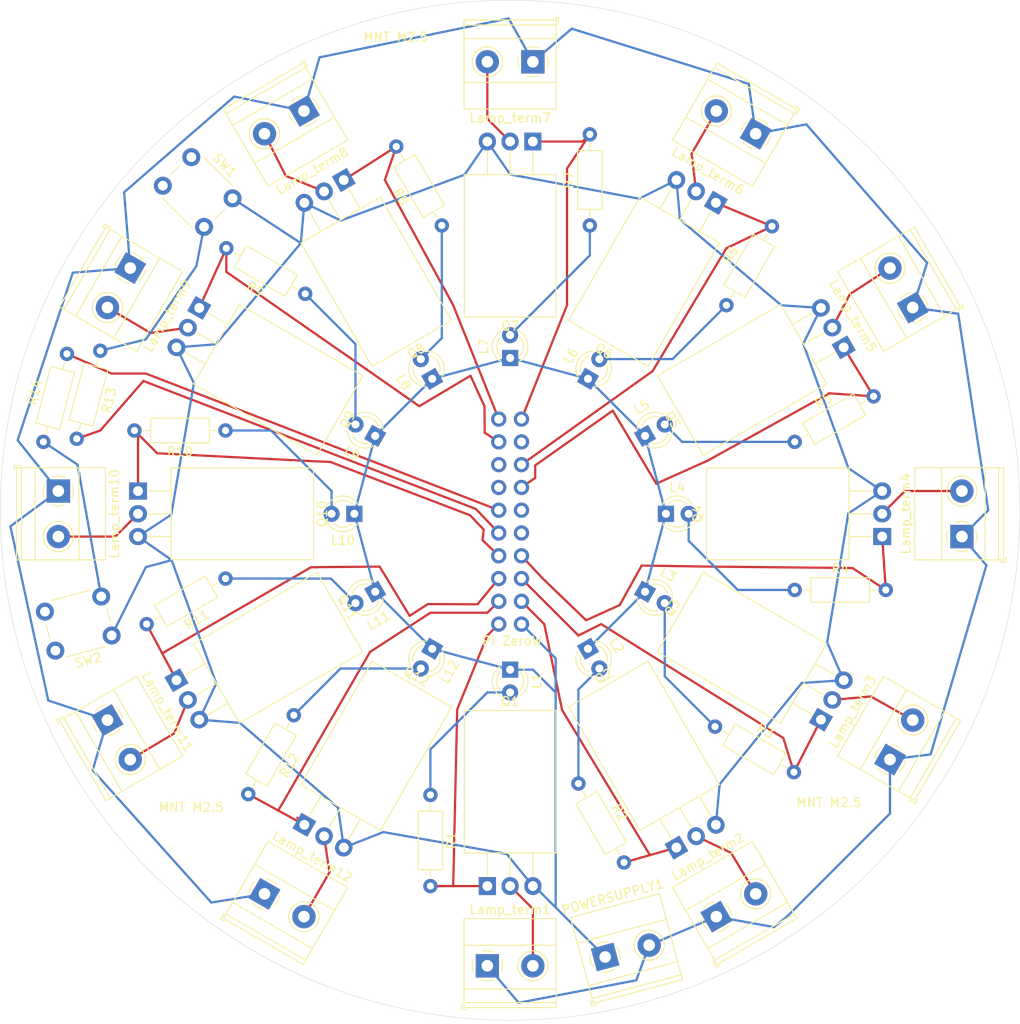
<source format=kicad_pcb>
(kicad_pcb (version 20171130) (host pcbnew "(5.1.10)-1")

  (general
    (thickness 1.6)
    (drawings 1)
    (tracks 252)
    (zones 0)
    (modules 57)
    (nets 8)
  )

  (page A4)
  (layers
    (0 F.Cu signal)
    (31 B.Cu signal)
    (32 B.Adhes user)
    (33 F.Adhes user)
    (34 B.Paste user)
    (35 F.Paste user)
    (36 B.SilkS user)
    (37 F.SilkS user)
    (38 B.Mask user)
    (39 F.Mask user)
    (40 Dwgs.User user)
    (41 Cmts.User user)
    (42 Eco1.User user)
    (43 Eco2.User user)
    (44 Edge.Cuts user)
    (45 Margin user)
    (46 B.CrtYd user)
    (47 F.CrtYd user)
    (48 B.Fab user)
    (49 F.Fab user)
  )

  (setup
    (last_trace_width 0.25)
    (trace_clearance 0.2)
    (zone_clearance 0.508)
    (zone_45_only no)
    (trace_min 0.2)
    (via_size 0.8)
    (via_drill 0.4)
    (via_min_size 0.4)
    (via_min_drill 0.3)
    (uvia_size 0.3)
    (uvia_drill 0.1)
    (uvias_allowed no)
    (uvia_min_size 0.2)
    (uvia_min_drill 0.1)
    (edge_width 0.05)
    (segment_width 0.2)
    (pcb_text_width 0.3)
    (pcb_text_size 1.5 1.5)
    (mod_edge_width 0.12)
    (mod_text_size 1 1)
    (mod_text_width 0.15)
    (pad_size 1.6 1.6)
    (pad_drill 0.8)
    (pad_to_mask_clearance 0)
    (aux_axis_origin 0 0)
    (grid_origin 49.53 74.93)
    (visible_elements 7FFFF7FF)
    (pcbplotparams
      (layerselection 0x010fc_ffffffff)
      (usegerberextensions false)
      (usegerberattributes true)
      (usegerberadvancedattributes true)
      (creategerberjobfile true)
      (excludeedgelayer true)
      (linewidth 0.100000)
      (plotframeref false)
      (viasonmask false)
      (mode 1)
      (useauxorigin false)
      (hpglpennumber 1)
      (hpglpenspeed 20)
      (hpglpendiameter 15.000000)
      (psnegative false)
      (psa4output false)
      (plotreference true)
      (plotvalue true)
      (plotinvisibletext false)
      (padsonsilk false)
      (subtractmaskfromsilk false)
      (outputformat 1)
      (mirror false)
      (drillshape 0)
      (scaleselection 1)
      (outputdirectory "gbr_out/"))
  )

  (net 0 "")
  (net 1 GND)
  (net 2 "Net-(Lamp_term1-Pad2)")
  (net 3 +12V)
  (net 4 "Net-(L1-Pad2)")
  (net 5 "Net-(J1-Pad36)")
  (net 6 "Net-(R13-Pad1)")
  (net 7 "Net-(R14-Pad1)")

  (net_class Default "This is the default net class."
    (clearance 0.2)
    (trace_width 0.25)
    (via_dia 0.8)
    (via_drill 0.4)
    (uvia_dia 0.3)
    (uvia_drill 0.1)
    (add_net +12V)
    (add_net GND)
    (add_net "Net-(J1-Pad36)")
    (add_net "Net-(L1-Pad2)")
    (add_net "Net-(Lamp_term1-Pad2)")
    (add_net "Net-(R13-Pad1)")
    (add_net "Net-(R14-Pad1)")
  )

  (module MountingHole:MountingHole_2.7mm_M2.5 (layer F.Cu) (tedit 56D1B4CB) (tstamp 60CF8951)
    (at 148.537669 56.351546)
    (descr "Mounting Hole 2.7mm, no annular, M2.5")
    (tags "mounting hole 2.7mm no annular m2.5")
    (attr virtual)
    (fp_text reference "MNT M2.5" (at 0 -3.7) (layer F.SilkS)
      (effects (font (size 1 1) (thickness 0.15)))
    )
    (fp_text value MountingHole_2.7mm_M2.5 (at 0 3.7) (layer F.Fab)
      (effects (font (size 1 1) (thickness 0.15)))
    )
    (fp_circle (center 0 0) (end 2.95 0) (layer F.CrtYd) (width 0.05))
    (fp_circle (center 0 0) (end 2.7 0) (layer Cmts.User) (width 0.15))
    (fp_text user %R (at 0.3 0) (layer F.Fab)
      (effects (font (size 1 1) (thickness 0.15)))
    )
    (pad 1 np_thru_hole circle (at 0 0) (size 2.7 2.7) (drill 2.7) (layers *.Cu *.Mask))
  )

  (module MountingHole:MountingHole_2.7mm_M2.5 (layer F.Cu) (tedit 56D1B4CB) (tstamp 60CF8567)
    (at 196.85 141.7)
    (descr "Mounting Hole 2.7mm, no annular, M2.5")
    (tags "mounting hole 2.7mm no annular m2.5")
    (attr virtual)
    (fp_text reference "MNT M2.5" (at 0 -3.7) (layer F.SilkS)
      (effects (font (size 1 1) (thickness 0.15)))
    )
    (fp_text value MountingHole_2.7mm_M2.5 (at 0 3.7) (layer F.Fab)
      (effects (font (size 1 1) (thickness 0.15)))
    )
    (fp_circle (center 0 0) (end 2.7 0) (layer Cmts.User) (width 0.15))
    (fp_circle (center 0 0) (end 2.95 0) (layer F.CrtYd) (width 0.05))
    (fp_text user %R (at 0.3 0) (layer F.Fab)
      (effects (font (size 1 1) (thickness 0.15)))
    )
    (pad 1 np_thru_hole circle (at 0 0) (size 2.7 2.7) (drill 2.7) (layers *.Cu *.Mask))
  )

  (module MountingHole:MountingHole_2.7mm_M2.5 (layer F.Cu) (tedit 56D1B4CB) (tstamp 60CF8555)
    (at 125.73 142.24)
    (descr "Mounting Hole 2.7mm, no annular, M2.5")
    (tags "mounting hole 2.7mm no annular m2.5")
    (attr virtual)
    (fp_text reference "MNT M2.5" (at 0 -3.7) (layer F.SilkS)
      (effects (font (size 1 1) (thickness 0.15)))
    )
    (fp_text value MountingHole_2.7mm_M2.5 (at 0 3.7) (layer F.Fab)
      (effects (font (size 1 1) (thickness 0.15)))
    )
    (fp_circle (center 0 0) (end 2.95 0) (layer F.CrtYd) (width 0.05))
    (fp_circle (center 0 0) (end 2.7 0) (layer Cmts.User) (width 0.15))
    (fp_text user %R (at 0.3 0) (layer F.Fab)
      (effects (font (size 1 1) (thickness 0.15)))
    )
    (pad 1 np_thru_hole circle (at 0 0) (size 2.7 2.7) (drill 2.7) (layers *.Cu *.Mask))
  )

  (module project_libs:Raspberry_Pi_Zero_for_clock (layer F.Cu) (tedit 60CE602F) (tstamp 60CE6F44)
    (at 162.56 87.63)
    (descr "Raspberry Pi Zero using through hole straight pin socket, 2x20, 2.54mm pitch, https://www.raspberrypi.org/documentation/hardware/raspberrypi/mechanical/rpi_MECH_Zero_1p2.pdf")
    (tags "raspberry pi zero through hole")
    (fp_text reference "Pi ZeroW" (at -1.06 32.37) (layer F.SilkS)
      (effects (font (size 1 1) (thickness 0.15)))
    )
    (fp_text value Raspberry_Pi_Zero_for_clock (at 10.23 24.13 270) (layer F.Fab)
      (effects (font (size 1 1) (thickness 0.15)))
    )
    (fp_text user %R (at -1.27 24.13 90) (layer F.Fab)
      (effects (font (size 1 1) (thickness 0.15)))
    )
    (pad 15 thru_hole oval (at 0 17.78) (size 1.7 1.7) (drill 1) (layers *.Cu *.Mask))
    (pad 16 thru_hole oval (at -2.54 17.78) (size 1.7 1.7) (drill 1) (layers *.Cu *.Mask))
    (pad 23 thru_hole oval (at 0 27.94) (size 1.7 1.7) (drill 1) (layers *.Cu *.Mask))
    (pad 24 thru_hole oval (at -2.54 27.94) (size 1.7 1.7) (drill 1) (layers *.Cu *.Mask))
    (pad 11 thru_hole oval (at 0 12.7) (size 1.7 1.7) (drill 1) (layers *.Cu *.Mask))
    (pad 12 thru_hole oval (at -2.54 12.7) (size 1.7 1.7) (drill 1) (layers *.Cu *.Mask))
    (pad 13 thru_hole oval (at 0 15.24) (size 1.7 1.7) (drill 1) (layers *.Cu *.Mask))
    (pad 14 thru_hole oval (at -2.54 15.24) (size 1.7 1.7) (drill 1) (layers *.Cu *.Mask))
    (pad 9 thru_hole oval (at 0 10.16) (size 1.7 1.7) (drill 1) (layers *.Cu *.Mask))
    (pad 10 thru_hole oval (at -2.54 10.16) (size 1.7 1.7) (drill 1) (layers *.Cu *.Mask))
    (pad 19 thru_hole oval (at 0 22.86) (size 1.7 1.7) (drill 1) (layers *.Cu *.Mask))
    (pad 20 thru_hole oval (at -2.54 22.86) (size 1.7 1.7) (drill 1) (layers *.Cu *.Mask))
    (pad 17 thru_hole oval (at 0 20.32) (size 1.7 1.7) (drill 1) (layers *.Cu *.Mask))
    (pad 18 thru_hole oval (at -2.54 20.32) (size 1.7 1.7) (drill 1) (layers *.Cu *.Mask))
    (pad 7 thru_hole oval (at 0 7.62) (size 1.7 1.7) (drill 1) (layers *.Cu *.Mask))
    (pad 8 thru_hole oval (at -2.54 7.62) (size 1.7 1.7) (drill 1) (layers *.Cu *.Mask))
    (pad 21 thru_hole oval (at 0 25.4) (size 1.7 1.7) (drill 1) (layers *.Cu *.Mask))
    (pad 22 thru_hole oval (at -2.54 25.4) (size 1.7 1.7) (drill 1) (layers *.Cu *.Mask))
    (pad 25 thru_hole oval (at 0 30.48) (size 1.7 1.7) (drill 1) (layers *.Cu *.Mask)
      (net 1 GND))
    (pad 26 thru_hole oval (at -2.54 30.48) (size 1.7 1.7) (drill 1) (layers *.Cu *.Mask))
    (model ${KISYS3DMOD}/Module.3dshapes/Raspberry_Pi_Zero_Socketed_THT_FaceDown_MountingHoles.wrl
      (at (xyz 0 0 0))
      (scale (xyz 1 1 1))
      (rotate (xyz 0 0 0))
    )
  )

  (module Resistor_THT:R_Axial_DIN0207_L6.3mm_D2.5mm_P10.16mm_Horizontal (layer F.Cu) (tedit 5AE5139B) (tstamp 60CFCD19)
    (at 137.16 128.27 240)
    (descr "Resistor, Axial_DIN0207 series, Axial, Horizontal, pin pitch=10.16mm, 0.25W = 1/4W, length*diameter=6.3*2.5mm^2, http://cdn-reichelt.de/documents/datenblatt/B400/1_4W%23YAG.pdf")
    (tags "Resistor Axial_DIN0207 series Axial Horizontal pin pitch 10.16mm 0.25W = 1/4W length 6.3mm diameter 2.5mm")
    (path /60CDF99D)
    (fp_text reference R12 (at 5.08 -2.37 60) (layer F.SilkS)
      (effects (font (size 1 1) (thickness 0.15)))
    )
    (fp_text value 500ohm (at 5.08 2.37 60) (layer F.Fab)
      (effects (font (size 1 1) (thickness 0.15)))
    )
    (fp_line (start 1.93 -1.25) (end 1.93 1.25) (layer F.Fab) (width 0.1))
    (fp_line (start 1.93 1.25) (end 8.23 1.25) (layer F.Fab) (width 0.1))
    (fp_line (start 8.23 1.25) (end 8.23 -1.25) (layer F.Fab) (width 0.1))
    (fp_line (start 8.23 -1.25) (end 1.93 -1.25) (layer F.Fab) (width 0.1))
    (fp_line (start 0 0) (end 1.93 0) (layer F.Fab) (width 0.1))
    (fp_line (start 10.16 0) (end 8.23 0) (layer F.Fab) (width 0.1))
    (fp_line (start 1.81 -1.37) (end 1.81 1.37) (layer F.SilkS) (width 0.12))
    (fp_line (start 1.81 1.37) (end 8.35 1.37) (layer F.SilkS) (width 0.12))
    (fp_line (start 8.35 1.37) (end 8.35 -1.37) (layer F.SilkS) (width 0.12))
    (fp_line (start 8.35 -1.37) (end 1.81 -1.37) (layer F.SilkS) (width 0.12))
    (fp_line (start 1.04 0) (end 1.81 0) (layer F.SilkS) (width 0.12))
    (fp_line (start 9.12 0) (end 8.35 0) (layer F.SilkS) (width 0.12))
    (fp_line (start -1.05 -1.5) (end -1.05 1.5) (layer F.CrtYd) (width 0.05))
    (fp_line (start -1.05 1.5) (end 11.21 1.5) (layer F.CrtYd) (width 0.05))
    (fp_line (start 11.21 1.5) (end 11.21 -1.5) (layer F.CrtYd) (width 0.05))
    (fp_line (start 11.21 -1.5) (end -1.05 -1.5) (layer F.CrtYd) (width 0.05))
    (fp_text user %R (at 5.08 0 60) (layer F.Fab)
      (effects (font (size 1 1) (thickness 0.15)))
    )
    (pad 1 thru_hole circle (at 0 0 240) (size 1.6 1.6) (drill 0.8) (layers *.Cu *.Mask)
      (net 4 "Net-(L1-Pad2)"))
    (pad 2 thru_hole oval (at 10.16 0 240) (size 1.6 1.6) (drill 0.8) (layers *.Cu *.Mask))
    (model ${KISYS3DMOD}/Resistor_THT.3dshapes/R_Axial_DIN0207_L6.3mm_D2.5mm_P10.16mm_Horizontal.wrl
      (at (xyz 0 0 0))
      (scale (xyz 1 1 1))
      (rotate (xyz 0 0 0))
    )
  )

  (module Resistor_THT:R_Axial_DIN0207_L6.3mm_D2.5mm_P10.16mm_Horizontal (layer F.Cu) (tedit 5AE5139B) (tstamp 60CFCCED)
    (at 129.54 113.03 210)
    (descr "Resistor, Axial_DIN0207 series, Axial, Horizontal, pin pitch=10.16mm, 0.25W = 1/4W, length*diameter=6.3*2.5mm^2, http://cdn-reichelt.de/documents/datenblatt/B400/1_4W%23YAG.pdf")
    (tags "Resistor Axial_DIN0207 series Axial Horizontal pin pitch 10.16mm 0.25W = 1/4W length 6.3mm diameter 2.5mm")
    (path /60CDF99D)
    (fp_text reference R11 (at 5.08 -2.37 30) (layer F.SilkS)
      (effects (font (size 1 1) (thickness 0.15)))
    )
    (fp_text value 500ohm (at 5.08 2.37 30) (layer F.Fab)
      (effects (font (size 1 1) (thickness 0.15)))
    )
    (fp_line (start 1.93 -1.25) (end 1.93 1.25) (layer F.Fab) (width 0.1))
    (fp_line (start 1.93 1.25) (end 8.23 1.25) (layer F.Fab) (width 0.1))
    (fp_line (start 8.23 1.25) (end 8.23 -1.25) (layer F.Fab) (width 0.1))
    (fp_line (start 8.23 -1.25) (end 1.93 -1.25) (layer F.Fab) (width 0.1))
    (fp_line (start 0 0) (end 1.93 0) (layer F.Fab) (width 0.1))
    (fp_line (start 10.16 0) (end 8.23 0) (layer F.Fab) (width 0.1))
    (fp_line (start 1.81 -1.37) (end 1.81 1.37) (layer F.SilkS) (width 0.12))
    (fp_line (start 1.81 1.37) (end 8.35 1.37) (layer F.SilkS) (width 0.12))
    (fp_line (start 8.35 1.37) (end 8.35 -1.37) (layer F.SilkS) (width 0.12))
    (fp_line (start 8.35 -1.37) (end 1.81 -1.37) (layer F.SilkS) (width 0.12))
    (fp_line (start 1.04 0) (end 1.81 0) (layer F.SilkS) (width 0.12))
    (fp_line (start 9.12 0) (end 8.35 0) (layer F.SilkS) (width 0.12))
    (fp_line (start -1.05 -1.5) (end -1.05 1.5) (layer F.CrtYd) (width 0.05))
    (fp_line (start -1.05 1.5) (end 11.21 1.5) (layer F.CrtYd) (width 0.05))
    (fp_line (start 11.21 1.5) (end 11.21 -1.5) (layer F.CrtYd) (width 0.05))
    (fp_line (start 11.21 -1.5) (end -1.05 -1.5) (layer F.CrtYd) (width 0.05))
    (fp_text user %R (at 5.08 0 30) (layer F.Fab)
      (effects (font (size 1 1) (thickness 0.15)))
    )
    (pad 1 thru_hole circle (at 0 0 210) (size 1.6 1.6) (drill 0.8) (layers *.Cu *.Mask)
      (net 4 "Net-(L1-Pad2)"))
    (pad 2 thru_hole oval (at 10.16 0 210) (size 1.6 1.6) (drill 0.8) (layers *.Cu *.Mask))
    (model ${KISYS3DMOD}/Resistor_THT.3dshapes/R_Axial_DIN0207_L6.3mm_D2.5mm_P10.16mm_Horizontal.wrl
      (at (xyz 0 0 0))
      (scale (xyz 1 1 1))
      (rotate (xyz 0 0 0))
    )
  )

  (module Resistor_THT:R_Axial_DIN0207_L6.3mm_D2.5mm_P10.16mm_Horizontal (layer F.Cu) (tedit 5AE5139B) (tstamp 60CFE9F9)
    (at 129.54 96.52 180)
    (descr "Resistor, Axial_DIN0207 series, Axial, Horizontal, pin pitch=10.16mm, 0.25W = 1/4W, length*diameter=6.3*2.5mm^2, http://cdn-reichelt.de/documents/datenblatt/B400/1_4W%23YAG.pdf")
    (tags "Resistor Axial_DIN0207 series Axial Horizontal pin pitch 10.16mm 0.25W = 1/4W length 6.3mm diameter 2.5mm")
    (path /60CDF99D)
    (fp_text reference R10 (at 5.08 -2.37) (layer F.SilkS)
      (effects (font (size 1 1) (thickness 0.15)))
    )
    (fp_text value 500ohm (at 5.08 2.37) (layer F.Fab)
      (effects (font (size 1 1) (thickness 0.15)))
    )
    (fp_line (start 1.93 -1.25) (end 1.93 1.25) (layer F.Fab) (width 0.1))
    (fp_line (start 1.93 1.25) (end 8.23 1.25) (layer F.Fab) (width 0.1))
    (fp_line (start 8.23 1.25) (end 8.23 -1.25) (layer F.Fab) (width 0.1))
    (fp_line (start 8.23 -1.25) (end 1.93 -1.25) (layer F.Fab) (width 0.1))
    (fp_line (start 0 0) (end 1.93 0) (layer F.Fab) (width 0.1))
    (fp_line (start 10.16 0) (end 8.23 0) (layer F.Fab) (width 0.1))
    (fp_line (start 1.81 -1.37) (end 1.81 1.37) (layer F.SilkS) (width 0.12))
    (fp_line (start 1.81 1.37) (end 8.35 1.37) (layer F.SilkS) (width 0.12))
    (fp_line (start 8.35 1.37) (end 8.35 -1.37) (layer F.SilkS) (width 0.12))
    (fp_line (start 8.35 -1.37) (end 1.81 -1.37) (layer F.SilkS) (width 0.12))
    (fp_line (start 1.04 0) (end 1.81 0) (layer F.SilkS) (width 0.12))
    (fp_line (start 9.12 0) (end 8.35 0) (layer F.SilkS) (width 0.12))
    (fp_line (start -1.05 -1.5) (end -1.05 1.5) (layer F.CrtYd) (width 0.05))
    (fp_line (start -1.05 1.5) (end 11.21 1.5) (layer F.CrtYd) (width 0.05))
    (fp_line (start 11.21 1.5) (end 11.21 -1.5) (layer F.CrtYd) (width 0.05))
    (fp_line (start 11.21 -1.5) (end -1.05 -1.5) (layer F.CrtYd) (width 0.05))
    (fp_text user %R (at 5.08 0) (layer F.Fab)
      (effects (font (size 1 1) (thickness 0.15)))
    )
    (pad 1 thru_hole circle (at 0 0 180) (size 1.6 1.6) (drill 0.8) (layers *.Cu *.Mask)
      (net 4 "Net-(L1-Pad2)"))
    (pad 2 thru_hole oval (at 10.16 0 180) (size 1.6 1.6) (drill 0.8) (layers *.Cu *.Mask))
    (model ${KISYS3DMOD}/Resistor_THT.3dshapes/R_Axial_DIN0207_L6.3mm_D2.5mm_P10.16mm_Horizontal.wrl
      (at (xyz 0 0 0))
      (scale (xyz 1 1 1))
      (rotate (xyz 0 0 0))
    )
  )

  (module Resistor_THT:R_Axial_DIN0207_L6.3mm_D2.5mm_P10.16mm_Horizontal (layer F.Cu) (tedit 5AE5139B) (tstamp 60CFCC95)
    (at 138.43 81.28 150)
    (descr "Resistor, Axial_DIN0207 series, Axial, Horizontal, pin pitch=10.16mm, 0.25W = 1/4W, length*diameter=6.3*2.5mm^2, http://cdn-reichelt.de/documents/datenblatt/B400/1_4W%23YAG.pdf")
    (tags "Resistor Axial_DIN0207 series Axial Horizontal pin pitch 10.16mm 0.25W = 1/4W length 6.3mm diameter 2.5mm")
    (path /60CDF99D)
    (fp_text reference R9 (at 5.08 -2.37 150) (layer F.SilkS)
      (effects (font (size 1 1) (thickness 0.15)))
    )
    (fp_text value 500ohm (at 5.08 2.37 150) (layer F.Fab)
      (effects (font (size 1 1) (thickness 0.15)))
    )
    (fp_line (start 1.93 -1.25) (end 1.93 1.25) (layer F.Fab) (width 0.1))
    (fp_line (start 1.93 1.25) (end 8.23 1.25) (layer F.Fab) (width 0.1))
    (fp_line (start 8.23 1.25) (end 8.23 -1.25) (layer F.Fab) (width 0.1))
    (fp_line (start 8.23 -1.25) (end 1.93 -1.25) (layer F.Fab) (width 0.1))
    (fp_line (start 0 0) (end 1.93 0) (layer F.Fab) (width 0.1))
    (fp_line (start 10.16 0) (end 8.23 0) (layer F.Fab) (width 0.1))
    (fp_line (start 1.81 -1.37) (end 1.81 1.37) (layer F.SilkS) (width 0.12))
    (fp_line (start 1.81 1.37) (end 8.35 1.37) (layer F.SilkS) (width 0.12))
    (fp_line (start 8.35 1.37) (end 8.35 -1.37) (layer F.SilkS) (width 0.12))
    (fp_line (start 8.35 -1.37) (end 1.81 -1.37) (layer F.SilkS) (width 0.12))
    (fp_line (start 1.04 0) (end 1.81 0) (layer F.SilkS) (width 0.12))
    (fp_line (start 9.12 0) (end 8.35 0) (layer F.SilkS) (width 0.12))
    (fp_line (start -1.05 -1.5) (end -1.05 1.5) (layer F.CrtYd) (width 0.05))
    (fp_line (start -1.05 1.5) (end 11.21 1.5) (layer F.CrtYd) (width 0.05))
    (fp_line (start 11.21 1.5) (end 11.21 -1.5) (layer F.CrtYd) (width 0.05))
    (fp_line (start 11.21 -1.5) (end -1.05 -1.5) (layer F.CrtYd) (width 0.05))
    (fp_text user %R (at 5.08 0 150) (layer F.Fab)
      (effects (font (size 1 1) (thickness 0.15)))
    )
    (pad 1 thru_hole circle (at 0 0 150) (size 1.6 1.6) (drill 0.8) (layers *.Cu *.Mask)
      (net 4 "Net-(L1-Pad2)"))
    (pad 2 thru_hole oval (at 10.16 0 150) (size 1.6 1.6) (drill 0.8) (layers *.Cu *.Mask))
    (model ${KISYS3DMOD}/Resistor_THT.3dshapes/R_Axial_DIN0207_L6.3mm_D2.5mm_P10.16mm_Horizontal.wrl
      (at (xyz 0 0 0))
      (scale (xyz 1 1 1))
      (rotate (xyz 0 0 0))
    )
  )

  (module Resistor_THT:R_Axial_DIN0207_L6.3mm_D2.5mm_P10.16mm_Horizontal (layer F.Cu) (tedit 5AE5139B) (tstamp 60CFCC69)
    (at 153.67 73.66 120)
    (descr "Resistor, Axial_DIN0207 series, Axial, Horizontal, pin pitch=10.16mm, 0.25W = 1/4W, length*diameter=6.3*2.5mm^2, http://cdn-reichelt.de/documents/datenblatt/B400/1_4W%23YAG.pdf")
    (tags "Resistor Axial_DIN0207 series Axial Horizontal pin pitch 10.16mm 0.25W = 1/4W length 6.3mm diameter 2.5mm")
    (path /60CDF99D)
    (fp_text reference R8 (at 5.08 -2.37 120) (layer F.SilkS)
      (effects (font (size 1 1) (thickness 0.15)))
    )
    (fp_text value 500ohm (at 5.08 2.37 120) (layer F.Fab)
      (effects (font (size 1 1) (thickness 0.15)))
    )
    (fp_line (start 1.93 -1.25) (end 1.93 1.25) (layer F.Fab) (width 0.1))
    (fp_line (start 1.93 1.25) (end 8.23 1.25) (layer F.Fab) (width 0.1))
    (fp_line (start 8.23 1.25) (end 8.23 -1.25) (layer F.Fab) (width 0.1))
    (fp_line (start 8.23 -1.25) (end 1.93 -1.25) (layer F.Fab) (width 0.1))
    (fp_line (start 0 0) (end 1.93 0) (layer F.Fab) (width 0.1))
    (fp_line (start 10.16 0) (end 8.23 0) (layer F.Fab) (width 0.1))
    (fp_line (start 1.81 -1.37) (end 1.81 1.37) (layer F.SilkS) (width 0.12))
    (fp_line (start 1.81 1.37) (end 8.35 1.37) (layer F.SilkS) (width 0.12))
    (fp_line (start 8.35 1.37) (end 8.35 -1.37) (layer F.SilkS) (width 0.12))
    (fp_line (start 8.35 -1.37) (end 1.81 -1.37) (layer F.SilkS) (width 0.12))
    (fp_line (start 1.04 0) (end 1.81 0) (layer F.SilkS) (width 0.12))
    (fp_line (start 9.12 0) (end 8.35 0) (layer F.SilkS) (width 0.12))
    (fp_line (start -1.05 -1.5) (end -1.05 1.5) (layer F.CrtYd) (width 0.05))
    (fp_line (start -1.05 1.5) (end 11.21 1.5) (layer F.CrtYd) (width 0.05))
    (fp_line (start 11.21 1.5) (end 11.21 -1.5) (layer F.CrtYd) (width 0.05))
    (fp_line (start 11.21 -1.5) (end -1.05 -1.5) (layer F.CrtYd) (width 0.05))
    (fp_text user %R (at 5.08 0 120) (layer F.Fab)
      (effects (font (size 1 1) (thickness 0.15)))
    )
    (pad 1 thru_hole circle (at 0 0 120) (size 1.6 1.6) (drill 0.8) (layers *.Cu *.Mask)
      (net 4 "Net-(L1-Pad2)"))
    (pad 2 thru_hole oval (at 10.16 0 120) (size 1.6 1.6) (drill 0.8) (layers *.Cu *.Mask)
      (net 5 "Net-(J1-Pad36)"))
    (model ${KISYS3DMOD}/Resistor_THT.3dshapes/R_Axial_DIN0207_L6.3mm_D2.5mm_P10.16mm_Horizontal.wrl
      (at (xyz 0 0 0))
      (scale (xyz 1 1 1))
      (rotate (xyz 0 0 0))
    )
  )

  (module Resistor_THT:R_Axial_DIN0207_L6.3mm_D2.5mm_P10.16mm_Horizontal (layer F.Cu) (tedit 5AE5139B) (tstamp 60CFCC3D)
    (at 170.18 73.66 90)
    (descr "Resistor, Axial_DIN0207 series, Axial, Horizontal, pin pitch=10.16mm, 0.25W = 1/4W, length*diameter=6.3*2.5mm^2, http://cdn-reichelt.de/documents/datenblatt/B400/1_4W%23YAG.pdf")
    (tags "Resistor Axial_DIN0207 series Axial Horizontal pin pitch 10.16mm 0.25W = 1/4W length 6.3mm diameter 2.5mm")
    (path /60CDF99D)
    (fp_text reference R7 (at 5.08 -2.37 90) (layer F.SilkS)
      (effects (font (size 1 1) (thickness 0.15)))
    )
    (fp_text value 500ohm (at 5.08 2.37 90) (layer F.Fab)
      (effects (font (size 1 1) (thickness 0.15)))
    )
    (fp_line (start 1.93 -1.25) (end 1.93 1.25) (layer F.Fab) (width 0.1))
    (fp_line (start 1.93 1.25) (end 8.23 1.25) (layer F.Fab) (width 0.1))
    (fp_line (start 8.23 1.25) (end 8.23 -1.25) (layer F.Fab) (width 0.1))
    (fp_line (start 8.23 -1.25) (end 1.93 -1.25) (layer F.Fab) (width 0.1))
    (fp_line (start 0 0) (end 1.93 0) (layer F.Fab) (width 0.1))
    (fp_line (start 10.16 0) (end 8.23 0) (layer F.Fab) (width 0.1))
    (fp_line (start 1.81 -1.37) (end 1.81 1.37) (layer F.SilkS) (width 0.12))
    (fp_line (start 1.81 1.37) (end 8.35 1.37) (layer F.SilkS) (width 0.12))
    (fp_line (start 8.35 1.37) (end 8.35 -1.37) (layer F.SilkS) (width 0.12))
    (fp_line (start 8.35 -1.37) (end 1.81 -1.37) (layer F.SilkS) (width 0.12))
    (fp_line (start 1.04 0) (end 1.81 0) (layer F.SilkS) (width 0.12))
    (fp_line (start 9.12 0) (end 8.35 0) (layer F.SilkS) (width 0.12))
    (fp_line (start -1.05 -1.5) (end -1.05 1.5) (layer F.CrtYd) (width 0.05))
    (fp_line (start -1.05 1.5) (end 11.21 1.5) (layer F.CrtYd) (width 0.05))
    (fp_line (start 11.21 1.5) (end 11.21 -1.5) (layer F.CrtYd) (width 0.05))
    (fp_line (start 11.21 -1.5) (end -1.05 -1.5) (layer F.CrtYd) (width 0.05))
    (fp_text user %R (at 5.08 0 90) (layer F.Fab)
      (effects (font (size 1 1) (thickness 0.15)))
    )
    (pad 1 thru_hole circle (at 0 0 90) (size 1.6 1.6) (drill 0.8) (layers *.Cu *.Mask)
      (net 4 "Net-(L1-Pad2)"))
    (pad 2 thru_hole oval (at 10.16 0 90) (size 1.6 1.6) (drill 0.8) (layers *.Cu *.Mask))
    (model ${KISYS3DMOD}/Resistor_THT.3dshapes/R_Axial_DIN0207_L6.3mm_D2.5mm_P10.16mm_Horizontal.wrl
      (at (xyz 0 0 0))
      (scale (xyz 1 1 1))
      (rotate (xyz 0 0 0))
    )
  )

  (module Resistor_THT:R_Axial_DIN0207_L6.3mm_D2.5mm_P10.16mm_Horizontal (layer F.Cu) (tedit 5AE5139B) (tstamp 60CFF432)
    (at 185.42 82.55 60)
    (descr "Resistor, Axial_DIN0207 series, Axial, Horizontal, pin pitch=10.16mm, 0.25W = 1/4W, length*diameter=6.3*2.5mm^2, http://cdn-reichelt.de/documents/datenblatt/B400/1_4W%23YAG.pdf")
    (tags "Resistor Axial_DIN0207 series Axial Horizontal pin pitch 10.16mm 0.25W = 1/4W length 6.3mm diameter 2.5mm")
    (path /60CDF99D)
    (fp_text reference R6 (at 5.08 -2.37 60) (layer F.SilkS)
      (effects (font (size 1 1) (thickness 0.15)))
    )
    (fp_text value 500ohm (at 5.08 2.37 60) (layer F.Fab)
      (effects (font (size 1 1) (thickness 0.15)))
    )
    (fp_line (start 1.93 -1.25) (end 1.93 1.25) (layer F.Fab) (width 0.1))
    (fp_line (start 1.93 1.25) (end 8.23 1.25) (layer F.Fab) (width 0.1))
    (fp_line (start 8.23 1.25) (end 8.23 -1.25) (layer F.Fab) (width 0.1))
    (fp_line (start 8.23 -1.25) (end 1.93 -1.25) (layer F.Fab) (width 0.1))
    (fp_line (start 0 0) (end 1.93 0) (layer F.Fab) (width 0.1))
    (fp_line (start 10.16 0) (end 8.23 0) (layer F.Fab) (width 0.1))
    (fp_line (start 1.81 -1.37) (end 1.81 1.37) (layer F.SilkS) (width 0.12))
    (fp_line (start 1.81 1.37) (end 8.35 1.37) (layer F.SilkS) (width 0.12))
    (fp_line (start 8.35 1.37) (end 8.35 -1.37) (layer F.SilkS) (width 0.12))
    (fp_line (start 8.35 -1.37) (end 1.81 -1.37) (layer F.SilkS) (width 0.12))
    (fp_line (start 1.04 0) (end 1.81 0) (layer F.SilkS) (width 0.12))
    (fp_line (start 9.12 0) (end 8.35 0) (layer F.SilkS) (width 0.12))
    (fp_line (start -1.05 -1.5) (end -1.05 1.5) (layer F.CrtYd) (width 0.05))
    (fp_line (start -1.05 1.5) (end 11.21 1.5) (layer F.CrtYd) (width 0.05))
    (fp_line (start 11.21 1.5) (end 11.21 -1.5) (layer F.CrtYd) (width 0.05))
    (fp_line (start 11.21 -1.5) (end -1.05 -1.5) (layer F.CrtYd) (width 0.05))
    (fp_text user %R (at 5.08 0 60) (layer F.Fab)
      (effects (font (size 1 1) (thickness 0.15)))
    )
    (pad 1 thru_hole circle (at 0 0 60) (size 1.6 1.6) (drill 0.8) (layers *.Cu *.Mask)
      (net 4 "Net-(L1-Pad2)"))
    (pad 2 thru_hole oval (at 10.16 0 60) (size 1.6 1.6) (drill 0.8) (layers *.Cu *.Mask))
    (model ${KISYS3DMOD}/Resistor_THT.3dshapes/R_Axial_DIN0207_L6.3mm_D2.5mm_P10.16mm_Horizontal.wrl
      (at (xyz 0 0 0))
      (scale (xyz 1 1 1))
      (rotate (xyz 0 0 0))
    )
  )

  (module Resistor_THT:R_Axial_DIN0207_L6.3mm_D2.5mm_P10.16mm_Horizontal (layer F.Cu) (tedit 5AE5139B) (tstamp 60CFCBE5)
    (at 193.04 97.79 30)
    (descr "Resistor, Axial_DIN0207 series, Axial, Horizontal, pin pitch=10.16mm, 0.25W = 1/4W, length*diameter=6.3*2.5mm^2, http://cdn-reichelt.de/documents/datenblatt/B400/1_4W%23YAG.pdf")
    (tags "Resistor Axial_DIN0207 series Axial Horizontal pin pitch 10.16mm 0.25W = 1/4W length 6.3mm diameter 2.5mm")
    (path /60CDF99D)
    (fp_text reference R5 (at 5.08 -2.37 30) (layer F.SilkS)
      (effects (font (size 1 1) (thickness 0.15)))
    )
    (fp_text value 500ohm (at 5.08 2.37 30) (layer F.Fab)
      (effects (font (size 1 1) (thickness 0.15)))
    )
    (fp_line (start 1.93 -1.25) (end 1.93 1.25) (layer F.Fab) (width 0.1))
    (fp_line (start 1.93 1.25) (end 8.23 1.25) (layer F.Fab) (width 0.1))
    (fp_line (start 8.23 1.25) (end 8.23 -1.25) (layer F.Fab) (width 0.1))
    (fp_line (start 8.23 -1.25) (end 1.93 -1.25) (layer F.Fab) (width 0.1))
    (fp_line (start 0 0) (end 1.93 0) (layer F.Fab) (width 0.1))
    (fp_line (start 10.16 0) (end 8.23 0) (layer F.Fab) (width 0.1))
    (fp_line (start 1.81 -1.37) (end 1.81 1.37) (layer F.SilkS) (width 0.12))
    (fp_line (start 1.81 1.37) (end 8.35 1.37) (layer F.SilkS) (width 0.12))
    (fp_line (start 8.35 1.37) (end 8.35 -1.37) (layer F.SilkS) (width 0.12))
    (fp_line (start 8.35 -1.37) (end 1.81 -1.37) (layer F.SilkS) (width 0.12))
    (fp_line (start 1.04 0) (end 1.81 0) (layer F.SilkS) (width 0.12))
    (fp_line (start 9.12 0) (end 8.35 0) (layer F.SilkS) (width 0.12))
    (fp_line (start -1.05 -1.5) (end -1.05 1.5) (layer F.CrtYd) (width 0.05))
    (fp_line (start -1.05 1.5) (end 11.21 1.5) (layer F.CrtYd) (width 0.05))
    (fp_line (start 11.21 1.5) (end 11.21 -1.5) (layer F.CrtYd) (width 0.05))
    (fp_line (start 11.21 -1.5) (end -1.05 -1.5) (layer F.CrtYd) (width 0.05))
    (fp_text user %R (at 5.08 0 30) (layer F.Fab)
      (effects (font (size 1 1) (thickness 0.15)))
    )
    (pad 1 thru_hole circle (at 0 0 30) (size 1.6 1.6) (drill 0.8) (layers *.Cu *.Mask)
      (net 4 "Net-(L1-Pad2)"))
    (pad 2 thru_hole oval (at 10.16 0 30) (size 1.6 1.6) (drill 0.8) (layers *.Cu *.Mask))
    (model ${KISYS3DMOD}/Resistor_THT.3dshapes/R_Axial_DIN0207_L6.3mm_D2.5mm_P10.16mm_Horizontal.wrl
      (at (xyz 0 0 0))
      (scale (xyz 1 1 1))
      (rotate (xyz 0 0 0))
    )
  )

  (module Resistor_THT:R_Axial_DIN0207_L6.3mm_D2.5mm_P10.16mm_Horizontal (layer F.Cu) (tedit 5AE5139B) (tstamp 60CFCBB9)
    (at 193.04 114.3)
    (descr "Resistor, Axial_DIN0207 series, Axial, Horizontal, pin pitch=10.16mm, 0.25W = 1/4W, length*diameter=6.3*2.5mm^2, http://cdn-reichelt.de/documents/datenblatt/B400/1_4W%23YAG.pdf")
    (tags "Resistor Axial_DIN0207 series Axial Horizontal pin pitch 10.16mm 0.25W = 1/4W length 6.3mm diameter 2.5mm")
    (path /60CDF99D)
    (fp_text reference R4 (at 5.08 -2.37) (layer F.SilkS)
      (effects (font (size 1 1) (thickness 0.15)))
    )
    (fp_text value 500ohm (at 5.08 2.37) (layer F.Fab)
      (effects (font (size 1 1) (thickness 0.15)))
    )
    (fp_line (start 1.93 -1.25) (end 1.93 1.25) (layer F.Fab) (width 0.1))
    (fp_line (start 1.93 1.25) (end 8.23 1.25) (layer F.Fab) (width 0.1))
    (fp_line (start 8.23 1.25) (end 8.23 -1.25) (layer F.Fab) (width 0.1))
    (fp_line (start 8.23 -1.25) (end 1.93 -1.25) (layer F.Fab) (width 0.1))
    (fp_line (start 0 0) (end 1.93 0) (layer F.Fab) (width 0.1))
    (fp_line (start 10.16 0) (end 8.23 0) (layer F.Fab) (width 0.1))
    (fp_line (start 1.81 -1.37) (end 1.81 1.37) (layer F.SilkS) (width 0.12))
    (fp_line (start 1.81 1.37) (end 8.35 1.37) (layer F.SilkS) (width 0.12))
    (fp_line (start 8.35 1.37) (end 8.35 -1.37) (layer F.SilkS) (width 0.12))
    (fp_line (start 8.35 -1.37) (end 1.81 -1.37) (layer F.SilkS) (width 0.12))
    (fp_line (start 1.04 0) (end 1.81 0) (layer F.SilkS) (width 0.12))
    (fp_line (start 9.12 0) (end 8.35 0) (layer F.SilkS) (width 0.12))
    (fp_line (start -1.05 -1.5) (end -1.05 1.5) (layer F.CrtYd) (width 0.05))
    (fp_line (start -1.05 1.5) (end 11.21 1.5) (layer F.CrtYd) (width 0.05))
    (fp_line (start 11.21 1.5) (end 11.21 -1.5) (layer F.CrtYd) (width 0.05))
    (fp_line (start 11.21 -1.5) (end -1.05 -1.5) (layer F.CrtYd) (width 0.05))
    (fp_text user %R (at 5.08 0) (layer F.Fab)
      (effects (font (size 1 1) (thickness 0.15)))
    )
    (pad 1 thru_hole circle (at 0 0) (size 1.6 1.6) (drill 0.8) (layers *.Cu *.Mask)
      (net 4 "Net-(L1-Pad2)"))
    (pad 2 thru_hole oval (at 10.16 0) (size 1.6 1.6) (drill 0.8) (layers *.Cu *.Mask))
    (model ${KISYS3DMOD}/Resistor_THT.3dshapes/R_Axial_DIN0207_L6.3mm_D2.5mm_P10.16mm_Horizontal.wrl
      (at (xyz 0 0 0))
      (scale (xyz 1 1 1))
      (rotate (xyz 0 0 0))
    )
  )

  (module Resistor_THT:R_Axial_DIN0207_L6.3mm_D2.5mm_P10.16mm_Horizontal (layer F.Cu) (tedit 5AE5139B) (tstamp 60CFCB8D)
    (at 184.15 129.54 330)
    (descr "Resistor, Axial_DIN0207 series, Axial, Horizontal, pin pitch=10.16mm, 0.25W = 1/4W, length*diameter=6.3*2.5mm^2, http://cdn-reichelt.de/documents/datenblatt/B400/1_4W%23YAG.pdf")
    (tags "Resistor Axial_DIN0207 series Axial Horizontal pin pitch 10.16mm 0.25W = 1/4W length 6.3mm diameter 2.5mm")
    (path /60CDF99D)
    (fp_text reference R3 (at 5.08 -2.37 150) (layer F.SilkS)
      (effects (font (size 1 1) (thickness 0.15)))
    )
    (fp_text value 500ohm (at 5.08 2.37 150) (layer F.Fab)
      (effects (font (size 1 1) (thickness 0.15)))
    )
    (fp_line (start 1.93 -1.25) (end 1.93 1.25) (layer F.Fab) (width 0.1))
    (fp_line (start 1.93 1.25) (end 8.23 1.25) (layer F.Fab) (width 0.1))
    (fp_line (start 8.23 1.25) (end 8.23 -1.25) (layer F.Fab) (width 0.1))
    (fp_line (start 8.23 -1.25) (end 1.93 -1.25) (layer F.Fab) (width 0.1))
    (fp_line (start 0 0) (end 1.93 0) (layer F.Fab) (width 0.1))
    (fp_line (start 10.16 0) (end 8.23 0) (layer F.Fab) (width 0.1))
    (fp_line (start 1.81 -1.37) (end 1.81 1.37) (layer F.SilkS) (width 0.12))
    (fp_line (start 1.81 1.37) (end 8.35 1.37) (layer F.SilkS) (width 0.12))
    (fp_line (start 8.35 1.37) (end 8.35 -1.37) (layer F.SilkS) (width 0.12))
    (fp_line (start 8.35 -1.37) (end 1.81 -1.37) (layer F.SilkS) (width 0.12))
    (fp_line (start 1.04 0) (end 1.81 0) (layer F.SilkS) (width 0.12))
    (fp_line (start 9.12 0) (end 8.35 0) (layer F.SilkS) (width 0.12))
    (fp_line (start -1.05 -1.5) (end -1.05 1.5) (layer F.CrtYd) (width 0.05))
    (fp_line (start -1.05 1.5) (end 11.21 1.5) (layer F.CrtYd) (width 0.05))
    (fp_line (start 11.21 1.5) (end 11.21 -1.5) (layer F.CrtYd) (width 0.05))
    (fp_line (start 11.21 -1.5) (end -1.05 -1.5) (layer F.CrtYd) (width 0.05))
    (fp_text user %R (at 5.08 0 150) (layer F.Fab)
      (effects (font (size 1 1) (thickness 0.15)))
    )
    (pad 1 thru_hole circle (at 0 0 330) (size 1.6 1.6) (drill 0.8) (layers *.Cu *.Mask)
      (net 4 "Net-(L1-Pad2)"))
    (pad 2 thru_hole oval (at 10.16 0 330) (size 1.6 1.6) (drill 0.8) (layers *.Cu *.Mask))
    (model ${KISYS3DMOD}/Resistor_THT.3dshapes/R_Axial_DIN0207_L6.3mm_D2.5mm_P10.16mm_Horizontal.wrl
      (at (xyz 0 0 0))
      (scale (xyz 1 1 1))
      (rotate (xyz 0 0 0))
    )
  )

  (module Resistor_THT:R_Axial_DIN0207_L6.3mm_D2.5mm_P10.16mm_Horizontal (layer F.Cu) (tedit 5AE5139B) (tstamp 60CFCB61)
    (at 168.91 135.89 300)
    (descr "Resistor, Axial_DIN0207 series, Axial, Horizontal, pin pitch=10.16mm, 0.25W = 1/4W, length*diameter=6.3*2.5mm^2, http://cdn-reichelt.de/documents/datenblatt/B400/1_4W%23YAG.pdf")
    (tags "Resistor Axial_DIN0207 series Axial Horizontal pin pitch 10.16mm 0.25W = 1/4W length 6.3mm diameter 2.5mm")
    (path /60CDF99D)
    (fp_text reference R2 (at 5.08 -2.37 120) (layer F.SilkS)
      (effects (font (size 1 1) (thickness 0.15)))
    )
    (fp_text value 500ohm (at 5.08 2.37 120) (layer F.Fab)
      (effects (font (size 1 1) (thickness 0.15)))
    )
    (fp_line (start 1.93 -1.25) (end 1.93 1.25) (layer F.Fab) (width 0.1))
    (fp_line (start 1.93 1.25) (end 8.23 1.25) (layer F.Fab) (width 0.1))
    (fp_line (start 8.23 1.25) (end 8.23 -1.25) (layer F.Fab) (width 0.1))
    (fp_line (start 8.23 -1.25) (end 1.93 -1.25) (layer F.Fab) (width 0.1))
    (fp_line (start 0 0) (end 1.93 0) (layer F.Fab) (width 0.1))
    (fp_line (start 10.16 0) (end 8.23 0) (layer F.Fab) (width 0.1))
    (fp_line (start 1.81 -1.37) (end 1.81 1.37) (layer F.SilkS) (width 0.12))
    (fp_line (start 1.81 1.37) (end 8.35 1.37) (layer F.SilkS) (width 0.12))
    (fp_line (start 8.35 1.37) (end 8.35 -1.37) (layer F.SilkS) (width 0.12))
    (fp_line (start 8.35 -1.37) (end 1.81 -1.37) (layer F.SilkS) (width 0.12))
    (fp_line (start 1.04 0) (end 1.81 0) (layer F.SilkS) (width 0.12))
    (fp_line (start 9.12 0) (end 8.35 0) (layer F.SilkS) (width 0.12))
    (fp_line (start -1.05 -1.5) (end -1.05 1.5) (layer F.CrtYd) (width 0.05))
    (fp_line (start -1.05 1.5) (end 11.21 1.5) (layer F.CrtYd) (width 0.05))
    (fp_line (start 11.21 1.5) (end 11.21 -1.5) (layer F.CrtYd) (width 0.05))
    (fp_line (start 11.21 -1.5) (end -1.05 -1.5) (layer F.CrtYd) (width 0.05))
    (fp_text user %R (at 5.08 0 120) (layer F.Fab)
      (effects (font (size 1 1) (thickness 0.15)))
    )
    (pad 1 thru_hole circle (at 0 0 300) (size 1.6 1.6) (drill 0.8) (layers *.Cu *.Mask)
      (net 4 "Net-(L1-Pad2)"))
    (pad 2 thru_hole oval (at 10.16 0 300) (size 1.6 1.6) (drill 0.8) (layers *.Cu *.Mask))
    (model ${KISYS3DMOD}/Resistor_THT.3dshapes/R_Axial_DIN0207_L6.3mm_D2.5mm_P10.16mm_Horizontal.wrl
      (at (xyz 0 0 0))
      (scale (xyz 1 1 1))
      (rotate (xyz 0 0 0))
    )
  )

  (module Package_TO_SOT_THT:TO-220-3_Horizontal_TabDown (layer F.Cu) (tedit 5AC8BA0D) (tstamp 60CFCB0D)
    (at 138.335295 140.488715 330)
    (descr "TO-220-3, Horizontal, RM 2.54mm, see https://www.vishay.com/docs/66542/to-220-1.pdf")
    (tags "TO-220-3 Horizontal RM 2.54mm")
    (path /60CE0B0A)
    (fp_text reference Q12 (at 2.54 -20.58 150) (layer F.SilkS)
      (effects (font (size 1 1) (thickness 0.15)))
    )
    (fp_text value IRLZ44N (at 2.54 2 150) (layer F.Fab)
      (effects (font (size 1 1) (thickness 0.15)))
    )
    (fp_circle (center 2.54 -16.66) (end 4.39 -16.66) (layer F.Fab) (width 0.1))
    (fp_line (start -2.46 -13.06) (end -2.46 -19.46) (layer F.Fab) (width 0.1))
    (fp_line (start -2.46 -19.46) (end 7.54 -19.46) (layer F.Fab) (width 0.1))
    (fp_line (start 7.54 -19.46) (end 7.54 -13.06) (layer F.Fab) (width 0.1))
    (fp_line (start 7.54 -13.06) (end -2.46 -13.06) (layer F.Fab) (width 0.1))
    (fp_line (start -2.46 -3.81) (end -2.46 -13.06) (layer F.Fab) (width 0.1))
    (fp_line (start -2.46 -13.06) (end 7.54 -13.06) (layer F.Fab) (width 0.1))
    (fp_line (start 7.54 -13.06) (end 7.54 -3.81) (layer F.Fab) (width 0.1))
    (fp_line (start 7.54 -3.81) (end -2.46 -3.81) (layer F.Fab) (width 0.1))
    (fp_line (start 0 -3.81) (end 0 0) (layer F.Fab) (width 0.1))
    (fp_line (start 2.54 -3.81) (end 2.54 0) (layer F.Fab) (width 0.1))
    (fp_line (start 5.08 -3.81) (end 5.08 0) (layer F.Fab) (width 0.1))
    (fp_line (start -2.58 -3.69) (end 7.66 -3.69) (layer F.SilkS) (width 0.12))
    (fp_line (start -2.58 -19.58) (end 7.66 -19.58) (layer F.SilkS) (width 0.12))
    (fp_line (start -2.58 -19.58) (end -2.58 -3.69) (layer F.SilkS) (width 0.12))
    (fp_line (start 7.66 -19.58) (end 7.66 -3.69) (layer F.SilkS) (width 0.12))
    (fp_line (start 0 -3.69) (end 0 -1.15) (layer F.SilkS) (width 0.12))
    (fp_line (start 2.54 -3.69) (end 2.54 -1.15) (layer F.SilkS) (width 0.12))
    (fp_line (start 5.08 -3.69) (end 5.08 -1.15) (layer F.SilkS) (width 0.12))
    (fp_line (start -2.71 -19.71) (end -2.71 1.25) (layer F.CrtYd) (width 0.05))
    (fp_line (start -2.71 1.25) (end 7.79 1.25) (layer F.CrtYd) (width 0.05))
    (fp_line (start 7.79 1.25) (end 7.79 -19.71) (layer F.CrtYd) (width 0.05))
    (fp_line (start 7.79 -19.71) (end -2.71 -19.71) (layer F.CrtYd) (width 0.05))
    (fp_text user %R (at 2.54 -20.58 150) (layer F.Fab)
      (effects (font (size 1 1) (thickness 0.15)))
    )
    (pad "" np_thru_hole oval (at 2.54 -16.66 330) (size 3.5 3.5) (drill 3.5) (layers *.Cu *.Mask))
    (pad 1 thru_hole rect (at 0 0 330) (size 1.905 2) (drill 1.1) (layers *.Cu *.Mask))
    (pad 2 thru_hole oval (at 2.54 0 330) (size 1.905 2) (drill 1.1) (layers *.Cu *.Mask)
      (net 2 "Net-(Lamp_term1-Pad2)"))
    (pad 3 thru_hole oval (at 5.08 0 330) (size 1.905 2) (drill 1.1) (layers *.Cu *.Mask)
      (net 1 GND))
    (model ${KISYS3DMOD}/Package_TO_SOT_THT.3dshapes/TO-220-3_Horizontal_TabDown.wrl
      (at (xyz 0 0 0))
      (scale (xyz 1 1 1))
      (rotate (xyz 0 0 0))
    )
  )

  (module Package_TO_SOT_THT:TO-220-3_Horizontal_TabDown (layer F.Cu) (tedit 5AC8BA0D) (tstamp 60CFCACF)
    (at 124.071285 124.365295 300)
    (descr "TO-220-3, Horizontal, RM 2.54mm, see https://www.vishay.com/docs/66542/to-220-1.pdf")
    (tags "TO-220-3 Horizontal RM 2.54mm")
    (path /60CE0B0A)
    (fp_text reference Q11 (at 2.54 -20.58 120) (layer F.SilkS)
      (effects (font (size 1 1) (thickness 0.15)))
    )
    (fp_text value IRLZ44N (at 2.54 2 120) (layer F.Fab)
      (effects (font (size 1 1) (thickness 0.15)))
    )
    (fp_circle (center 2.54 -16.66) (end 4.39 -16.66) (layer F.Fab) (width 0.1))
    (fp_line (start -2.46 -13.06) (end -2.46 -19.46) (layer F.Fab) (width 0.1))
    (fp_line (start -2.46 -19.46) (end 7.54 -19.46) (layer F.Fab) (width 0.1))
    (fp_line (start 7.54 -19.46) (end 7.54 -13.06) (layer F.Fab) (width 0.1))
    (fp_line (start 7.54 -13.06) (end -2.46 -13.06) (layer F.Fab) (width 0.1))
    (fp_line (start -2.46 -3.81) (end -2.46 -13.06) (layer F.Fab) (width 0.1))
    (fp_line (start -2.46 -13.06) (end 7.54 -13.06) (layer F.Fab) (width 0.1))
    (fp_line (start 7.54 -13.06) (end 7.54 -3.81) (layer F.Fab) (width 0.1))
    (fp_line (start 7.54 -3.81) (end -2.46 -3.81) (layer F.Fab) (width 0.1))
    (fp_line (start 0 -3.81) (end 0 0) (layer F.Fab) (width 0.1))
    (fp_line (start 2.54 -3.81) (end 2.54 0) (layer F.Fab) (width 0.1))
    (fp_line (start 5.08 -3.81) (end 5.08 0) (layer F.Fab) (width 0.1))
    (fp_line (start -2.58 -3.69) (end 7.66 -3.69) (layer F.SilkS) (width 0.12))
    (fp_line (start -2.58 -19.58) (end 7.66 -19.58) (layer F.SilkS) (width 0.12))
    (fp_line (start -2.58 -19.58) (end -2.58 -3.69) (layer F.SilkS) (width 0.12))
    (fp_line (start 7.66 -19.58) (end 7.66 -3.69) (layer F.SilkS) (width 0.12))
    (fp_line (start 0 -3.69) (end 0 -1.15) (layer F.SilkS) (width 0.12))
    (fp_line (start 2.54 -3.69) (end 2.54 -1.15) (layer F.SilkS) (width 0.12))
    (fp_line (start 5.08 -3.69) (end 5.08 -1.15) (layer F.SilkS) (width 0.12))
    (fp_line (start -2.71 -19.71) (end -2.71 1.25) (layer F.CrtYd) (width 0.05))
    (fp_line (start -2.71 1.25) (end 7.79 1.25) (layer F.CrtYd) (width 0.05))
    (fp_line (start 7.79 1.25) (end 7.79 -19.71) (layer F.CrtYd) (width 0.05))
    (fp_line (start 7.79 -19.71) (end -2.71 -19.71) (layer F.CrtYd) (width 0.05))
    (fp_text user %R (at 2.54 -20.58 120) (layer F.Fab)
      (effects (font (size 1 1) (thickness 0.15)))
    )
    (pad "" np_thru_hole oval (at 2.54 -16.66 300) (size 3.5 3.5) (drill 3.5) (layers *.Cu *.Mask))
    (pad 1 thru_hole rect (at 0 0 300) (size 1.905 2) (drill 1.1) (layers *.Cu *.Mask))
    (pad 2 thru_hole oval (at 2.54 0 300) (size 1.905 2) (drill 1.1) (layers *.Cu *.Mask)
      (net 2 "Net-(Lamp_term1-Pad2)"))
    (pad 3 thru_hole oval (at 5.08 0 300) (size 1.905 2) (drill 1.1) (layers *.Cu *.Mask)
      (net 1 GND))
    (model ${KISYS3DMOD}/Package_TO_SOT_THT.3dshapes/TO-220-3_Horizontal_TabDown.wrl
      (at (xyz 0 0 0))
      (scale (xyz 1 1 1))
      (rotate (xyz 0 0 0))
    )
  )

  (module Package_TO_SOT_THT:TO-220-3_Horizontal_TabDown (layer F.Cu) (tedit 5AC8BA0D) (tstamp 60CFCA91)
    (at 119.78 103.27 270)
    (descr "TO-220-3, Horizontal, RM 2.54mm, see https://www.vishay.com/docs/66542/to-220-1.pdf")
    (tags "TO-220-3 Horizontal RM 2.54mm")
    (path /60CE0B0A)
    (fp_text reference Q10 (at 2.54 -20.58 90) (layer F.SilkS)
      (effects (font (size 1 1) (thickness 0.15)))
    )
    (fp_text value IRLZ44N (at 2.54 2 90) (layer F.Fab)
      (effects (font (size 1 1) (thickness 0.15)))
    )
    (fp_circle (center 2.54 -16.66) (end 4.39 -16.66) (layer F.Fab) (width 0.1))
    (fp_line (start -2.46 -13.06) (end -2.46 -19.46) (layer F.Fab) (width 0.1))
    (fp_line (start -2.46 -19.46) (end 7.54 -19.46) (layer F.Fab) (width 0.1))
    (fp_line (start 7.54 -19.46) (end 7.54 -13.06) (layer F.Fab) (width 0.1))
    (fp_line (start 7.54 -13.06) (end -2.46 -13.06) (layer F.Fab) (width 0.1))
    (fp_line (start -2.46 -3.81) (end -2.46 -13.06) (layer F.Fab) (width 0.1))
    (fp_line (start -2.46 -13.06) (end 7.54 -13.06) (layer F.Fab) (width 0.1))
    (fp_line (start 7.54 -13.06) (end 7.54 -3.81) (layer F.Fab) (width 0.1))
    (fp_line (start 7.54 -3.81) (end -2.46 -3.81) (layer F.Fab) (width 0.1))
    (fp_line (start 0 -3.81) (end 0 0) (layer F.Fab) (width 0.1))
    (fp_line (start 2.54 -3.81) (end 2.54 0) (layer F.Fab) (width 0.1))
    (fp_line (start 5.08 -3.81) (end 5.08 0) (layer F.Fab) (width 0.1))
    (fp_line (start -2.58 -3.69) (end 7.66 -3.69) (layer F.SilkS) (width 0.12))
    (fp_line (start -2.58 -19.58) (end 7.66 -19.58) (layer F.SilkS) (width 0.12))
    (fp_line (start -2.58 -19.58) (end -2.58 -3.69) (layer F.SilkS) (width 0.12))
    (fp_line (start 7.66 -19.58) (end 7.66 -3.69) (layer F.SilkS) (width 0.12))
    (fp_line (start 0 -3.69) (end 0 -1.15) (layer F.SilkS) (width 0.12))
    (fp_line (start 2.54 -3.69) (end 2.54 -1.15) (layer F.SilkS) (width 0.12))
    (fp_line (start 5.08 -3.69) (end 5.08 -1.15) (layer F.SilkS) (width 0.12))
    (fp_line (start -2.71 -19.71) (end -2.71 1.25) (layer F.CrtYd) (width 0.05))
    (fp_line (start -2.71 1.25) (end 7.79 1.25) (layer F.CrtYd) (width 0.05))
    (fp_line (start 7.79 1.25) (end 7.79 -19.71) (layer F.CrtYd) (width 0.05))
    (fp_line (start 7.79 -19.71) (end -2.71 -19.71) (layer F.CrtYd) (width 0.05))
    (fp_text user %R (at 2.54 -20.58 90) (layer F.Fab)
      (effects (font (size 1 1) (thickness 0.15)))
    )
    (pad "" np_thru_hole oval (at 2.54 -16.66 270) (size 3.5 3.5) (drill 3.5) (layers *.Cu *.Mask))
    (pad 1 thru_hole rect (at 0 0 270) (size 1.905 2) (drill 1.1) (layers *.Cu *.Mask))
    (pad 2 thru_hole oval (at 2.54 0 270) (size 1.905 2) (drill 1.1) (layers *.Cu *.Mask)
      (net 2 "Net-(Lamp_term1-Pad2)"))
    (pad 3 thru_hole oval (at 5.08 0 270) (size 1.905 2) (drill 1.1) (layers *.Cu *.Mask)
      (net 1 GND))
    (model ${KISYS3DMOD}/Package_TO_SOT_THT.3dshapes/TO-220-3_Horizontal_TabDown.wrl
      (at (xyz 0 0 0))
      (scale (xyz 1 1 1))
      (rotate (xyz 0 0 0))
    )
  )

  (module Package_TO_SOT_THT:TO-220-3_Horizontal_TabDown (layer F.Cu) (tedit 5AC8BA0D) (tstamp 60CFCA53)
    (at 126.611285 82.855295 240)
    (descr "TO-220-3, Horizontal, RM 2.54mm, see https://www.vishay.com/docs/66542/to-220-1.pdf")
    (tags "TO-220-3 Horizontal RM 2.54mm")
    (path /60CE0B0A)
    (fp_text reference Q9 (at 2.54 -20.58 60) (layer F.SilkS)
      (effects (font (size 1 1) (thickness 0.15)))
    )
    (fp_text value IRLZ44N (at 2.54 2 60) (layer F.Fab)
      (effects (font (size 1 1) (thickness 0.15)))
    )
    (fp_circle (center 2.54 -16.66) (end 4.39 -16.66) (layer F.Fab) (width 0.1))
    (fp_line (start -2.46 -13.06) (end -2.46 -19.46) (layer F.Fab) (width 0.1))
    (fp_line (start -2.46 -19.46) (end 7.54 -19.46) (layer F.Fab) (width 0.1))
    (fp_line (start 7.54 -19.46) (end 7.54 -13.06) (layer F.Fab) (width 0.1))
    (fp_line (start 7.54 -13.06) (end -2.46 -13.06) (layer F.Fab) (width 0.1))
    (fp_line (start -2.46 -3.81) (end -2.46 -13.06) (layer F.Fab) (width 0.1))
    (fp_line (start -2.46 -13.06) (end 7.54 -13.06) (layer F.Fab) (width 0.1))
    (fp_line (start 7.54 -13.06) (end 7.54 -3.81) (layer F.Fab) (width 0.1))
    (fp_line (start 7.54 -3.81) (end -2.46 -3.81) (layer F.Fab) (width 0.1))
    (fp_line (start 0 -3.81) (end 0 0) (layer F.Fab) (width 0.1))
    (fp_line (start 2.54 -3.81) (end 2.54 0) (layer F.Fab) (width 0.1))
    (fp_line (start 5.08 -3.81) (end 5.08 0) (layer F.Fab) (width 0.1))
    (fp_line (start -2.58 -3.69) (end 7.66 -3.69) (layer F.SilkS) (width 0.12))
    (fp_line (start -2.58 -19.58) (end 7.66 -19.58) (layer F.SilkS) (width 0.12))
    (fp_line (start -2.58 -19.58) (end -2.58 -3.69) (layer F.SilkS) (width 0.12))
    (fp_line (start 7.66 -19.58) (end 7.66 -3.69) (layer F.SilkS) (width 0.12))
    (fp_line (start 0 -3.69) (end 0 -1.15) (layer F.SilkS) (width 0.12))
    (fp_line (start 2.54 -3.69) (end 2.54 -1.15) (layer F.SilkS) (width 0.12))
    (fp_line (start 5.08 -3.69) (end 5.08 -1.15) (layer F.SilkS) (width 0.12))
    (fp_line (start -2.71 -19.71) (end -2.71 1.25) (layer F.CrtYd) (width 0.05))
    (fp_line (start -2.71 1.25) (end 7.79 1.25) (layer F.CrtYd) (width 0.05))
    (fp_line (start 7.79 1.25) (end 7.79 -19.71) (layer F.CrtYd) (width 0.05))
    (fp_line (start 7.79 -19.71) (end -2.71 -19.71) (layer F.CrtYd) (width 0.05))
    (fp_text user %R (at 2.54 -20.58 60) (layer F.Fab)
      (effects (font (size 1 1) (thickness 0.15)))
    )
    (pad "" np_thru_hole oval (at 2.54 -16.66 240) (size 3.5 3.5) (drill 3.5) (layers *.Cu *.Mask))
    (pad 1 thru_hole rect (at 0 0 240) (size 1.905 2) (drill 1.1) (layers *.Cu *.Mask))
    (pad 2 thru_hole oval (at 2.54 0 240) (size 1.905 2) (drill 1.1) (layers *.Cu *.Mask)
      (net 2 "Net-(Lamp_term1-Pad2)"))
    (pad 3 thru_hole oval (at 5.08 0 240) (size 1.905 2) (drill 1.1) (layers *.Cu *.Mask)
      (net 1 GND))
    (model ${KISYS3DMOD}/Package_TO_SOT_THT.3dshapes/TO-220-3_Horizontal_TabDown.wrl
      (at (xyz 0 0 0))
      (scale (xyz 1 1 1))
      (rotate (xyz 0 0 0))
    )
  )

  (module Package_TO_SOT_THT:TO-220-3_Horizontal_TabDown (layer F.Cu) (tedit 5AC8BA0D) (tstamp 60CFCA15)
    (at 142.734705 68.591285 210)
    (descr "TO-220-3, Horizontal, RM 2.54mm, see https://www.vishay.com/docs/66542/to-220-1.pdf")
    (tags "TO-220-3 Horizontal RM 2.54mm")
    (path /60CE0B0A)
    (fp_text reference Q8 (at 2.54 -20.58 30) (layer F.SilkS)
      (effects (font (size 1 1) (thickness 0.15)))
    )
    (fp_text value IRLZ44N (at 2.54 2 30) (layer F.Fab)
      (effects (font (size 1 1) (thickness 0.15)))
    )
    (fp_circle (center 2.54 -16.66) (end 4.39 -16.66) (layer F.Fab) (width 0.1))
    (fp_line (start -2.46 -13.06) (end -2.46 -19.46) (layer F.Fab) (width 0.1))
    (fp_line (start -2.46 -19.46) (end 7.54 -19.46) (layer F.Fab) (width 0.1))
    (fp_line (start 7.54 -19.46) (end 7.54 -13.06) (layer F.Fab) (width 0.1))
    (fp_line (start 7.54 -13.06) (end -2.46 -13.06) (layer F.Fab) (width 0.1))
    (fp_line (start -2.46 -3.81) (end -2.46 -13.06) (layer F.Fab) (width 0.1))
    (fp_line (start -2.46 -13.06) (end 7.54 -13.06) (layer F.Fab) (width 0.1))
    (fp_line (start 7.54 -13.06) (end 7.54 -3.81) (layer F.Fab) (width 0.1))
    (fp_line (start 7.54 -3.81) (end -2.46 -3.81) (layer F.Fab) (width 0.1))
    (fp_line (start 0 -3.81) (end 0 0) (layer F.Fab) (width 0.1))
    (fp_line (start 2.54 -3.81) (end 2.54 0) (layer F.Fab) (width 0.1))
    (fp_line (start 5.08 -3.81) (end 5.08 0) (layer F.Fab) (width 0.1))
    (fp_line (start -2.58 -3.69) (end 7.66 -3.69) (layer F.SilkS) (width 0.12))
    (fp_line (start -2.58 -19.58) (end 7.66 -19.58) (layer F.SilkS) (width 0.12))
    (fp_line (start -2.58 -19.58) (end -2.58 -3.69) (layer F.SilkS) (width 0.12))
    (fp_line (start 7.66 -19.58) (end 7.66 -3.69) (layer F.SilkS) (width 0.12))
    (fp_line (start 0 -3.69) (end 0 -1.15) (layer F.SilkS) (width 0.12))
    (fp_line (start 2.54 -3.69) (end 2.54 -1.15) (layer F.SilkS) (width 0.12))
    (fp_line (start 5.08 -3.69) (end 5.08 -1.15) (layer F.SilkS) (width 0.12))
    (fp_line (start -2.71 -19.71) (end -2.71 1.25) (layer F.CrtYd) (width 0.05))
    (fp_line (start -2.71 1.25) (end 7.79 1.25) (layer F.CrtYd) (width 0.05))
    (fp_line (start 7.79 1.25) (end 7.79 -19.71) (layer F.CrtYd) (width 0.05))
    (fp_line (start 7.79 -19.71) (end -2.71 -19.71) (layer F.CrtYd) (width 0.05))
    (fp_text user %R (at 2.54 -20.58 30) (layer F.Fab)
      (effects (font (size 1 1) (thickness 0.15)))
    )
    (pad "" np_thru_hole oval (at 2.54 -16.66 210) (size 3.5 3.5) (drill 3.5) (layers *.Cu *.Mask))
    (pad 1 thru_hole rect (at 0 0 210) (size 1.905 2) (drill 1.1) (layers *.Cu *.Mask)
      (net 5 "Net-(J1-Pad36)"))
    (pad 2 thru_hole oval (at 2.54 0 210) (size 1.905 2) (drill 1.1) (layers *.Cu *.Mask)
      (net 2 "Net-(Lamp_term1-Pad2)"))
    (pad 3 thru_hole oval (at 5.08 0 210) (size 1.905 2) (drill 1.1) (layers *.Cu *.Mask)
      (net 1 GND))
    (model ${KISYS3DMOD}/Package_TO_SOT_THT.3dshapes/TO-220-3_Horizontal_TabDown.wrl
      (at (xyz 0 0 0))
      (scale (xyz 1 1 1))
      (rotate (xyz 0 0 0))
    )
  )

  (module Package_TO_SOT_THT:TO-220-3_Horizontal_TabDown (layer F.Cu) (tedit 5AC8BA0D) (tstamp 60CFC9D7)
    (at 163.83 64.3 180)
    (descr "TO-220-3, Horizontal, RM 2.54mm, see https://www.vishay.com/docs/66542/to-220-1.pdf")
    (tags "TO-220-3 Horizontal RM 2.54mm")
    (path /60CE0B0A)
    (fp_text reference Q7 (at 2.54 -20.58) (layer F.SilkS)
      (effects (font (size 1 1) (thickness 0.15)))
    )
    (fp_text value IRLZ44N (at 2.54 2) (layer F.Fab)
      (effects (font (size 1 1) (thickness 0.15)))
    )
    (fp_circle (center 2.54 -16.66) (end 4.39 -16.66) (layer F.Fab) (width 0.1))
    (fp_line (start -2.46 -13.06) (end -2.46 -19.46) (layer F.Fab) (width 0.1))
    (fp_line (start -2.46 -19.46) (end 7.54 -19.46) (layer F.Fab) (width 0.1))
    (fp_line (start 7.54 -19.46) (end 7.54 -13.06) (layer F.Fab) (width 0.1))
    (fp_line (start 7.54 -13.06) (end -2.46 -13.06) (layer F.Fab) (width 0.1))
    (fp_line (start -2.46 -3.81) (end -2.46 -13.06) (layer F.Fab) (width 0.1))
    (fp_line (start -2.46 -13.06) (end 7.54 -13.06) (layer F.Fab) (width 0.1))
    (fp_line (start 7.54 -13.06) (end 7.54 -3.81) (layer F.Fab) (width 0.1))
    (fp_line (start 7.54 -3.81) (end -2.46 -3.81) (layer F.Fab) (width 0.1))
    (fp_line (start 0 -3.81) (end 0 0) (layer F.Fab) (width 0.1))
    (fp_line (start 2.54 -3.81) (end 2.54 0) (layer F.Fab) (width 0.1))
    (fp_line (start 5.08 -3.81) (end 5.08 0) (layer F.Fab) (width 0.1))
    (fp_line (start -2.58 -3.69) (end 7.66 -3.69) (layer F.SilkS) (width 0.12))
    (fp_line (start -2.58 -19.58) (end 7.66 -19.58) (layer F.SilkS) (width 0.12))
    (fp_line (start -2.58 -19.58) (end -2.58 -3.69) (layer F.SilkS) (width 0.12))
    (fp_line (start 7.66 -19.58) (end 7.66 -3.69) (layer F.SilkS) (width 0.12))
    (fp_line (start 0 -3.69) (end 0 -1.15) (layer F.SilkS) (width 0.12))
    (fp_line (start 2.54 -3.69) (end 2.54 -1.15) (layer F.SilkS) (width 0.12))
    (fp_line (start 5.08 -3.69) (end 5.08 -1.15) (layer F.SilkS) (width 0.12))
    (fp_line (start -2.71 -19.71) (end -2.71 1.25) (layer F.CrtYd) (width 0.05))
    (fp_line (start -2.71 1.25) (end 7.79 1.25) (layer F.CrtYd) (width 0.05))
    (fp_line (start 7.79 1.25) (end 7.79 -19.71) (layer F.CrtYd) (width 0.05))
    (fp_line (start 7.79 -19.71) (end -2.71 -19.71) (layer F.CrtYd) (width 0.05))
    (fp_text user %R (at 2.54 -20.58) (layer F.Fab)
      (effects (font (size 1 1) (thickness 0.15)))
    )
    (pad "" np_thru_hole oval (at 2.54 -16.66 180) (size 3.5 3.5) (drill 3.5) (layers *.Cu *.Mask))
    (pad 1 thru_hole rect (at 0 0 180) (size 1.905 2) (drill 1.1) (layers *.Cu *.Mask))
    (pad 2 thru_hole oval (at 2.54 0 180) (size 1.905 2) (drill 1.1) (layers *.Cu *.Mask)
      (net 2 "Net-(Lamp_term1-Pad2)"))
    (pad 3 thru_hole oval (at 5.08 0 180) (size 1.905 2) (drill 1.1) (layers *.Cu *.Mask)
      (net 1 GND))
    (model ${KISYS3DMOD}/Package_TO_SOT_THT.3dshapes/TO-220-3_Horizontal_TabDown.wrl
      (at (xyz 0 0 0))
      (scale (xyz 1 1 1))
      (rotate (xyz 0 0 0))
    )
  )

  (module Package_TO_SOT_THT:TO-220-3_Horizontal_TabDown (layer F.Cu) (tedit 5AC8BA0D) (tstamp 60CFC999)
    (at 184.244705 71.131285 150)
    (descr "TO-220-3, Horizontal, RM 2.54mm, see https://www.vishay.com/docs/66542/to-220-1.pdf")
    (tags "TO-220-3 Horizontal RM 2.54mm")
    (path /60CE0B0A)
    (fp_text reference Q6 (at 2.54 -20.58 150) (layer F.SilkS)
      (effects (font (size 1 1) (thickness 0.15)))
    )
    (fp_text value IRLZ44N (at 2.54 2 150) (layer F.Fab)
      (effects (font (size 1 1) (thickness 0.15)))
    )
    (fp_circle (center 2.54 -16.66) (end 4.39 -16.66) (layer F.Fab) (width 0.1))
    (fp_line (start -2.46 -13.06) (end -2.46 -19.46) (layer F.Fab) (width 0.1))
    (fp_line (start -2.46 -19.46) (end 7.54 -19.46) (layer F.Fab) (width 0.1))
    (fp_line (start 7.54 -19.46) (end 7.54 -13.06) (layer F.Fab) (width 0.1))
    (fp_line (start 7.54 -13.06) (end -2.46 -13.06) (layer F.Fab) (width 0.1))
    (fp_line (start -2.46 -3.81) (end -2.46 -13.06) (layer F.Fab) (width 0.1))
    (fp_line (start -2.46 -13.06) (end 7.54 -13.06) (layer F.Fab) (width 0.1))
    (fp_line (start 7.54 -13.06) (end 7.54 -3.81) (layer F.Fab) (width 0.1))
    (fp_line (start 7.54 -3.81) (end -2.46 -3.81) (layer F.Fab) (width 0.1))
    (fp_line (start 0 -3.81) (end 0 0) (layer F.Fab) (width 0.1))
    (fp_line (start 2.54 -3.81) (end 2.54 0) (layer F.Fab) (width 0.1))
    (fp_line (start 5.08 -3.81) (end 5.08 0) (layer F.Fab) (width 0.1))
    (fp_line (start -2.58 -3.69) (end 7.66 -3.69) (layer F.SilkS) (width 0.12))
    (fp_line (start -2.58 -19.58) (end 7.66 -19.58) (layer F.SilkS) (width 0.12))
    (fp_line (start -2.58 -19.58) (end -2.58 -3.69) (layer F.SilkS) (width 0.12))
    (fp_line (start 7.66 -19.58) (end 7.66 -3.69) (layer F.SilkS) (width 0.12))
    (fp_line (start 0 -3.69) (end 0 -1.15) (layer F.SilkS) (width 0.12))
    (fp_line (start 2.54 -3.69) (end 2.54 -1.15) (layer F.SilkS) (width 0.12))
    (fp_line (start 5.08 -3.69) (end 5.08 -1.15) (layer F.SilkS) (width 0.12))
    (fp_line (start -2.71 -19.71) (end -2.71 1.25) (layer F.CrtYd) (width 0.05))
    (fp_line (start -2.71 1.25) (end 7.79 1.25) (layer F.CrtYd) (width 0.05))
    (fp_line (start 7.79 1.25) (end 7.79 -19.71) (layer F.CrtYd) (width 0.05))
    (fp_line (start 7.79 -19.71) (end -2.71 -19.71) (layer F.CrtYd) (width 0.05))
    (fp_text user %R (at 2.54 -20.58 150) (layer F.Fab)
      (effects (font (size 1 1) (thickness 0.15)))
    )
    (pad "" np_thru_hole oval (at 2.54 -16.66 150) (size 3.5 3.5) (drill 3.5) (layers *.Cu *.Mask))
    (pad 1 thru_hole rect (at 0 0 150) (size 1.905 2) (drill 1.1) (layers *.Cu *.Mask))
    (pad 2 thru_hole oval (at 2.54 0 150) (size 1.905 2) (drill 1.1) (layers *.Cu *.Mask)
      (net 2 "Net-(Lamp_term1-Pad2)"))
    (pad 3 thru_hole oval (at 5.08 0 150) (size 1.905 2) (drill 1.1) (layers *.Cu *.Mask)
      (net 1 GND))
    (model ${KISYS3DMOD}/Package_TO_SOT_THT.3dshapes/TO-220-3_Horizontal_TabDown.wrl
      (at (xyz 0 0 0))
      (scale (xyz 1 1 1))
      (rotate (xyz 0 0 0))
    )
  )

  (module Package_TO_SOT_THT:TO-220-3_Horizontal_TabDown (layer F.Cu) (tedit 5AC8BA0D) (tstamp 60CFC95B)
    (at 198.508715 87.254705 120)
    (descr "TO-220-3, Horizontal, RM 2.54mm, see https://www.vishay.com/docs/66542/to-220-1.pdf")
    (tags "TO-220-3 Horizontal RM 2.54mm")
    (path /60CE0B0A)
    (fp_text reference Q5 (at 2.54 -20.58 120) (layer F.SilkS)
      (effects (font (size 1 1) (thickness 0.15)))
    )
    (fp_text value IRLZ44N (at 2.54 2 120) (layer F.Fab)
      (effects (font (size 1 1) (thickness 0.15)))
    )
    (fp_circle (center 2.54 -16.66) (end 4.39 -16.66) (layer F.Fab) (width 0.1))
    (fp_line (start -2.46 -13.06) (end -2.46 -19.46) (layer F.Fab) (width 0.1))
    (fp_line (start -2.46 -19.46) (end 7.54 -19.46) (layer F.Fab) (width 0.1))
    (fp_line (start 7.54 -19.46) (end 7.54 -13.06) (layer F.Fab) (width 0.1))
    (fp_line (start 7.54 -13.06) (end -2.46 -13.06) (layer F.Fab) (width 0.1))
    (fp_line (start -2.46 -3.81) (end -2.46 -13.06) (layer F.Fab) (width 0.1))
    (fp_line (start -2.46 -13.06) (end 7.54 -13.06) (layer F.Fab) (width 0.1))
    (fp_line (start 7.54 -13.06) (end 7.54 -3.81) (layer F.Fab) (width 0.1))
    (fp_line (start 7.54 -3.81) (end -2.46 -3.81) (layer F.Fab) (width 0.1))
    (fp_line (start 0 -3.81) (end 0 0) (layer F.Fab) (width 0.1))
    (fp_line (start 2.54 -3.81) (end 2.54 0) (layer F.Fab) (width 0.1))
    (fp_line (start 5.08 -3.81) (end 5.08 0) (layer F.Fab) (width 0.1))
    (fp_line (start -2.58 -3.69) (end 7.66 -3.69) (layer F.SilkS) (width 0.12))
    (fp_line (start -2.58 -19.58) (end 7.66 -19.58) (layer F.SilkS) (width 0.12))
    (fp_line (start -2.58 -19.58) (end -2.58 -3.69) (layer F.SilkS) (width 0.12))
    (fp_line (start 7.66 -19.58) (end 7.66 -3.69) (layer F.SilkS) (width 0.12))
    (fp_line (start 0 -3.69) (end 0 -1.15) (layer F.SilkS) (width 0.12))
    (fp_line (start 2.54 -3.69) (end 2.54 -1.15) (layer F.SilkS) (width 0.12))
    (fp_line (start 5.08 -3.69) (end 5.08 -1.15) (layer F.SilkS) (width 0.12))
    (fp_line (start -2.71 -19.71) (end -2.71 1.25) (layer F.CrtYd) (width 0.05))
    (fp_line (start -2.71 1.25) (end 7.79 1.25) (layer F.CrtYd) (width 0.05))
    (fp_line (start 7.79 1.25) (end 7.79 -19.71) (layer F.CrtYd) (width 0.05))
    (fp_line (start 7.79 -19.71) (end -2.71 -19.71) (layer F.CrtYd) (width 0.05))
    (fp_text user %R (at 2.54 -20.58 120) (layer F.Fab)
      (effects (font (size 1 1) (thickness 0.15)))
    )
    (pad "" np_thru_hole oval (at 2.54 -16.66 120) (size 3.5 3.5) (drill 3.5) (layers *.Cu *.Mask))
    (pad 1 thru_hole rect (at 0 0 120) (size 1.905 2) (drill 1.1) (layers *.Cu *.Mask))
    (pad 2 thru_hole oval (at 2.54 0 120) (size 1.905 2) (drill 1.1) (layers *.Cu *.Mask)
      (net 2 "Net-(Lamp_term1-Pad2)"))
    (pad 3 thru_hole oval (at 5.08 0 120) (size 1.905 2) (drill 1.1) (layers *.Cu *.Mask)
      (net 1 GND))
    (model ${KISYS3DMOD}/Package_TO_SOT_THT.3dshapes/TO-220-3_Horizontal_TabDown.wrl
      (at (xyz 0 0 0))
      (scale (xyz 1 1 1))
      (rotate (xyz 0 0 0))
    )
  )

  (module Package_TO_SOT_THT:TO-220-3_Horizontal_TabDown (layer F.Cu) (tedit 5AC8BA0D) (tstamp 60CFC91D)
    (at 202.8 108.35 90)
    (descr "TO-220-3, Horizontal, RM 2.54mm, see https://www.vishay.com/docs/66542/to-220-1.pdf")
    (tags "TO-220-3 Horizontal RM 2.54mm")
    (path /60CE0B0A)
    (fp_text reference Q4 (at 2.54 -20.58 90) (layer F.SilkS)
      (effects (font (size 1 1) (thickness 0.15)))
    )
    (fp_text value IRLZ44N (at 2.54 2 90) (layer F.Fab)
      (effects (font (size 1 1) (thickness 0.15)))
    )
    (fp_circle (center 2.54 -16.66) (end 4.39 -16.66) (layer F.Fab) (width 0.1))
    (fp_line (start -2.46 -13.06) (end -2.46 -19.46) (layer F.Fab) (width 0.1))
    (fp_line (start -2.46 -19.46) (end 7.54 -19.46) (layer F.Fab) (width 0.1))
    (fp_line (start 7.54 -19.46) (end 7.54 -13.06) (layer F.Fab) (width 0.1))
    (fp_line (start 7.54 -13.06) (end -2.46 -13.06) (layer F.Fab) (width 0.1))
    (fp_line (start -2.46 -3.81) (end -2.46 -13.06) (layer F.Fab) (width 0.1))
    (fp_line (start -2.46 -13.06) (end 7.54 -13.06) (layer F.Fab) (width 0.1))
    (fp_line (start 7.54 -13.06) (end 7.54 -3.81) (layer F.Fab) (width 0.1))
    (fp_line (start 7.54 -3.81) (end -2.46 -3.81) (layer F.Fab) (width 0.1))
    (fp_line (start 0 -3.81) (end 0 0) (layer F.Fab) (width 0.1))
    (fp_line (start 2.54 -3.81) (end 2.54 0) (layer F.Fab) (width 0.1))
    (fp_line (start 5.08 -3.81) (end 5.08 0) (layer F.Fab) (width 0.1))
    (fp_line (start -2.58 -3.69) (end 7.66 -3.69) (layer F.SilkS) (width 0.12))
    (fp_line (start -2.58 -19.58) (end 7.66 -19.58) (layer F.SilkS) (width 0.12))
    (fp_line (start -2.58 -19.58) (end -2.58 -3.69) (layer F.SilkS) (width 0.12))
    (fp_line (start 7.66 -19.58) (end 7.66 -3.69) (layer F.SilkS) (width 0.12))
    (fp_line (start 0 -3.69) (end 0 -1.15) (layer F.SilkS) (width 0.12))
    (fp_line (start 2.54 -3.69) (end 2.54 -1.15) (layer F.SilkS) (width 0.12))
    (fp_line (start 5.08 -3.69) (end 5.08 -1.15) (layer F.SilkS) (width 0.12))
    (fp_line (start -2.71 -19.71) (end -2.71 1.25) (layer F.CrtYd) (width 0.05))
    (fp_line (start -2.71 1.25) (end 7.79 1.25) (layer F.CrtYd) (width 0.05))
    (fp_line (start 7.79 1.25) (end 7.79 -19.71) (layer F.CrtYd) (width 0.05))
    (fp_line (start 7.79 -19.71) (end -2.71 -19.71) (layer F.CrtYd) (width 0.05))
    (fp_text user %R (at 2.54 -20.58 90) (layer F.Fab)
      (effects (font (size 1 1) (thickness 0.15)))
    )
    (pad "" np_thru_hole oval (at 2.54 -16.66 90) (size 3.5 3.5) (drill 3.5) (layers *.Cu *.Mask))
    (pad 1 thru_hole rect (at 0 0 90) (size 1.905 2) (drill 1.1) (layers *.Cu *.Mask))
    (pad 2 thru_hole oval (at 2.54 0 90) (size 1.905 2) (drill 1.1) (layers *.Cu *.Mask)
      (net 2 "Net-(Lamp_term1-Pad2)"))
    (pad 3 thru_hole oval (at 5.08 0 90) (size 1.905 2) (drill 1.1) (layers *.Cu *.Mask)
      (net 1 GND))
    (model ${KISYS3DMOD}/Package_TO_SOT_THT.3dshapes/TO-220-3_Horizontal_TabDown.wrl
      (at (xyz 0 0 0))
      (scale (xyz 1 1 1))
      (rotate (xyz 0 0 0))
    )
  )

  (module Package_TO_SOT_THT:TO-220-3_Horizontal_TabDown (layer F.Cu) (tedit 5AC8BA0D) (tstamp 60CFC8DF)
    (at 195.968715 128.764705 60)
    (descr "TO-220-3, Horizontal, RM 2.54mm, see https://www.vishay.com/docs/66542/to-220-1.pdf")
    (tags "TO-220-3 Horizontal RM 2.54mm")
    (path /60CE0B0A)
    (fp_text reference Q3 (at 2.54 -20.58 60) (layer F.SilkS)
      (effects (font (size 1 1) (thickness 0.15)))
    )
    (fp_text value IRLZ44N (at 2.54 2 60) (layer F.Fab)
      (effects (font (size 1 1) (thickness 0.15)))
    )
    (fp_circle (center 2.54 -16.66) (end 4.39 -16.66) (layer F.Fab) (width 0.1))
    (fp_line (start -2.46 -13.06) (end -2.46 -19.46) (layer F.Fab) (width 0.1))
    (fp_line (start -2.46 -19.46) (end 7.54 -19.46) (layer F.Fab) (width 0.1))
    (fp_line (start 7.54 -19.46) (end 7.54 -13.06) (layer F.Fab) (width 0.1))
    (fp_line (start 7.54 -13.06) (end -2.46 -13.06) (layer F.Fab) (width 0.1))
    (fp_line (start -2.46 -3.81) (end -2.46 -13.06) (layer F.Fab) (width 0.1))
    (fp_line (start -2.46 -13.06) (end 7.54 -13.06) (layer F.Fab) (width 0.1))
    (fp_line (start 7.54 -13.06) (end 7.54 -3.81) (layer F.Fab) (width 0.1))
    (fp_line (start 7.54 -3.81) (end -2.46 -3.81) (layer F.Fab) (width 0.1))
    (fp_line (start 0 -3.81) (end 0 0) (layer F.Fab) (width 0.1))
    (fp_line (start 2.54 -3.81) (end 2.54 0) (layer F.Fab) (width 0.1))
    (fp_line (start 5.08 -3.81) (end 5.08 0) (layer F.Fab) (width 0.1))
    (fp_line (start -2.58 -3.69) (end 7.66 -3.69) (layer F.SilkS) (width 0.12))
    (fp_line (start -2.58 -19.58) (end 7.66 -19.58) (layer F.SilkS) (width 0.12))
    (fp_line (start -2.58 -19.58) (end -2.58 -3.69) (layer F.SilkS) (width 0.12))
    (fp_line (start 7.66 -19.58) (end 7.66 -3.69) (layer F.SilkS) (width 0.12))
    (fp_line (start 0 -3.69) (end 0 -1.15) (layer F.SilkS) (width 0.12))
    (fp_line (start 2.54 -3.69) (end 2.54 -1.15) (layer F.SilkS) (width 0.12))
    (fp_line (start 5.08 -3.69) (end 5.08 -1.15) (layer F.SilkS) (width 0.12))
    (fp_line (start -2.71 -19.71) (end -2.71 1.25) (layer F.CrtYd) (width 0.05))
    (fp_line (start -2.71 1.25) (end 7.79 1.25) (layer F.CrtYd) (width 0.05))
    (fp_line (start 7.79 1.25) (end 7.79 -19.71) (layer F.CrtYd) (width 0.05))
    (fp_line (start 7.79 -19.71) (end -2.71 -19.71) (layer F.CrtYd) (width 0.05))
    (fp_text user %R (at 2.54 -20.58 60) (layer F.Fab)
      (effects (font (size 1 1) (thickness 0.15)))
    )
    (pad "" np_thru_hole oval (at 2.54 -16.66 60) (size 3.5 3.5) (drill 3.5) (layers *.Cu *.Mask))
    (pad 1 thru_hole rect (at 0 0 60) (size 1.905 2) (drill 1.1) (layers *.Cu *.Mask))
    (pad 2 thru_hole oval (at 2.54 0 60) (size 1.905 2) (drill 1.1) (layers *.Cu *.Mask)
      (net 2 "Net-(Lamp_term1-Pad2)"))
    (pad 3 thru_hole oval (at 5.08 0 60) (size 1.905 2) (drill 1.1) (layers *.Cu *.Mask)
      (net 1 GND))
    (model ${KISYS3DMOD}/Package_TO_SOT_THT.3dshapes/TO-220-3_Horizontal_TabDown.wrl
      (at (xyz 0 0 0))
      (scale (xyz 1 1 1))
      (rotate (xyz 0 0 0))
    )
  )

  (module Package_TO_SOT_THT:TO-220-3_Horizontal_TabDown (layer F.Cu) (tedit 5AC8BA0D) (tstamp 60CFC8A1)
    (at 179.845295 143.028715 30)
    (descr "TO-220-3, Horizontal, RM 2.54mm, see https://www.vishay.com/docs/66542/to-220-1.pdf")
    (tags "TO-220-3 Horizontal RM 2.54mm")
    (path /60CE0B0A)
    (fp_text reference Q2 (at 2.54 -20.58 30) (layer F.SilkS)
      (effects (font (size 1 1) (thickness 0.15)))
    )
    (fp_text value IRLZ44N (at 2.54 2 30) (layer F.Fab)
      (effects (font (size 1 1) (thickness 0.15)))
    )
    (fp_circle (center 2.54 -16.66) (end 4.39 -16.66) (layer F.Fab) (width 0.1))
    (fp_line (start -2.46 -13.06) (end -2.46 -19.46) (layer F.Fab) (width 0.1))
    (fp_line (start -2.46 -19.46) (end 7.54 -19.46) (layer F.Fab) (width 0.1))
    (fp_line (start 7.54 -19.46) (end 7.54 -13.06) (layer F.Fab) (width 0.1))
    (fp_line (start 7.54 -13.06) (end -2.46 -13.06) (layer F.Fab) (width 0.1))
    (fp_line (start -2.46 -3.81) (end -2.46 -13.06) (layer F.Fab) (width 0.1))
    (fp_line (start -2.46 -13.06) (end 7.54 -13.06) (layer F.Fab) (width 0.1))
    (fp_line (start 7.54 -13.06) (end 7.54 -3.81) (layer F.Fab) (width 0.1))
    (fp_line (start 7.54 -3.81) (end -2.46 -3.81) (layer F.Fab) (width 0.1))
    (fp_line (start 0 -3.81) (end 0 0) (layer F.Fab) (width 0.1))
    (fp_line (start 2.54 -3.81) (end 2.54 0) (layer F.Fab) (width 0.1))
    (fp_line (start 5.08 -3.81) (end 5.08 0) (layer F.Fab) (width 0.1))
    (fp_line (start -2.58 -3.69) (end 7.66 -3.69) (layer F.SilkS) (width 0.12))
    (fp_line (start -2.58 -19.58) (end 7.66 -19.58) (layer F.SilkS) (width 0.12))
    (fp_line (start -2.58 -19.58) (end -2.58 -3.69) (layer F.SilkS) (width 0.12))
    (fp_line (start 7.66 -19.58) (end 7.66 -3.69) (layer F.SilkS) (width 0.12))
    (fp_line (start 0 -3.69) (end 0 -1.15) (layer F.SilkS) (width 0.12))
    (fp_line (start 2.54 -3.69) (end 2.54 -1.15) (layer F.SilkS) (width 0.12))
    (fp_line (start 5.08 -3.69) (end 5.08 -1.15) (layer F.SilkS) (width 0.12))
    (fp_line (start -2.71 -19.71) (end -2.71 1.25) (layer F.CrtYd) (width 0.05))
    (fp_line (start -2.71 1.25) (end 7.79 1.25) (layer F.CrtYd) (width 0.05))
    (fp_line (start 7.79 1.25) (end 7.79 -19.71) (layer F.CrtYd) (width 0.05))
    (fp_line (start 7.79 -19.71) (end -2.71 -19.71) (layer F.CrtYd) (width 0.05))
    (fp_text user %R (at 2.54 -20.58 30) (layer F.Fab)
      (effects (font (size 1 1) (thickness 0.15)))
    )
    (pad "" np_thru_hole oval (at 2.54 -16.66 30) (size 3.5 3.5) (drill 3.5) (layers *.Cu *.Mask))
    (pad 1 thru_hole rect (at 0 0 30) (size 1.905 2) (drill 1.1) (layers *.Cu *.Mask))
    (pad 2 thru_hole oval (at 2.54 0 30) (size 1.905 2) (drill 1.1) (layers *.Cu *.Mask)
      (net 2 "Net-(Lamp_term1-Pad2)"))
    (pad 3 thru_hole oval (at 5.08 0 30) (size 1.905 2) (drill 1.1) (layers *.Cu *.Mask)
      (net 1 GND))
    (model ${KISYS3DMOD}/Package_TO_SOT_THT.3dshapes/TO-220-3_Horizontal_TabDown.wrl
      (at (xyz 0 0 0))
      (scale (xyz 1 1 1))
      (rotate (xyz 0 0 0))
    )
  )

  (module LED_THT:LED_D3.0mm (layer F.Cu) (tedit 587A3A7B) (tstamp 60CFC85E)
    (at 152.6 120.861522 240)
    (descr "LED, diameter 3.0mm, 2 pins")
    (tags "LED diameter 3.0mm 2 pins")
    (path /6108506D)
    (fp_text reference L12 (at 1.27 -2.96 60) (layer F.SilkS)
      (effects (font (size 1 1) (thickness 0.15)))
    )
    (fp_text value LED (at 1.27 2.96 60) (layer F.Fab)
      (effects (font (size 1 1) (thickness 0.15)))
    )
    (fp_circle (center 1.27 0) (end 2.77 0) (layer F.Fab) (width 0.1))
    (fp_line (start -0.23 -1.16619) (end -0.23 1.16619) (layer F.Fab) (width 0.1))
    (fp_line (start -0.29 -1.236) (end -0.29 -1.08) (layer F.SilkS) (width 0.12))
    (fp_line (start -0.29 1.08) (end -0.29 1.236) (layer F.SilkS) (width 0.12))
    (fp_line (start -1.15 -2.25) (end -1.15 2.25) (layer F.CrtYd) (width 0.05))
    (fp_line (start -1.15 2.25) (end 3.7 2.25) (layer F.CrtYd) (width 0.05))
    (fp_line (start 3.7 2.25) (end 3.7 -2.25) (layer F.CrtYd) (width 0.05))
    (fp_line (start 3.7 -2.25) (end -1.15 -2.25) (layer F.CrtYd) (width 0.05))
    (fp_arc (start 1.27 0) (end -0.23 -1.16619) (angle 284.3) (layer F.Fab) (width 0.1))
    (fp_arc (start 1.27 0) (end -0.29 -1.235516) (angle 108.8) (layer F.SilkS) (width 0.12))
    (fp_arc (start 1.27 0) (end -0.29 1.235516) (angle -108.8) (layer F.SilkS) (width 0.12))
    (fp_arc (start 1.27 0) (end 0.229039 -1.08) (angle 87.9) (layer F.SilkS) (width 0.12))
    (fp_arc (start 1.27 0) (end 0.229039 1.08) (angle -87.9) (layer F.SilkS) (width 0.12))
    (pad 1 thru_hole rect (at 0 0 240) (size 1.8 1.8) (drill 0.9) (layers *.Cu *.Mask)
      (net 1 GND))
    (pad 2 thru_hole circle (at 2.54 0 240) (size 1.8 1.8) (drill 0.9) (layers *.Cu *.Mask)
      (net 4 "Net-(L1-Pad2)"))
    (model ${KISYS3DMOD}/LED_THT.3dshapes/LED_D3.0mm.wrl
      (at (xyz 0 0 0))
      (scale (xyz 1 1 1))
      (rotate (xyz 0 0 0))
    )
  )

  (module LED_THT:LED_D3.0mm (layer F.Cu) (tedit 587A3A7B) (tstamp 60CFC83A)
    (at 146.238478 114.5 210)
    (descr "LED, diameter 3.0mm, 2 pins")
    (tags "LED diameter 3.0mm 2 pins")
    (path /6108506D)
    (fp_text reference L11 (at 1.27 -2.96 30) (layer F.SilkS)
      (effects (font (size 1 1) (thickness 0.15)))
    )
    (fp_text value LED (at 1.27 2.96 30) (layer F.Fab)
      (effects (font (size 1 1) (thickness 0.15)))
    )
    (fp_circle (center 1.27 0) (end 2.77 0) (layer F.Fab) (width 0.1))
    (fp_line (start -0.23 -1.16619) (end -0.23 1.16619) (layer F.Fab) (width 0.1))
    (fp_line (start -0.29 -1.236) (end -0.29 -1.08) (layer F.SilkS) (width 0.12))
    (fp_line (start -0.29 1.08) (end -0.29 1.236) (layer F.SilkS) (width 0.12))
    (fp_line (start -1.15 -2.25) (end -1.15 2.25) (layer F.CrtYd) (width 0.05))
    (fp_line (start -1.15 2.25) (end 3.7 2.25) (layer F.CrtYd) (width 0.05))
    (fp_line (start 3.7 2.25) (end 3.7 -2.25) (layer F.CrtYd) (width 0.05))
    (fp_line (start 3.7 -2.25) (end -1.15 -2.25) (layer F.CrtYd) (width 0.05))
    (fp_arc (start 1.27 0) (end -0.23 -1.16619) (angle 284.3) (layer F.Fab) (width 0.1))
    (fp_arc (start 1.27 0) (end -0.29 -1.235516) (angle 108.8) (layer F.SilkS) (width 0.12))
    (fp_arc (start 1.27 0) (end -0.29 1.235516) (angle -108.8) (layer F.SilkS) (width 0.12))
    (fp_arc (start 1.27 0) (end 0.229039 -1.08) (angle 87.9) (layer F.SilkS) (width 0.12))
    (fp_arc (start 1.27 0) (end 0.229039 1.08) (angle -87.9) (layer F.SilkS) (width 0.12))
    (pad 1 thru_hole rect (at 0 0 210) (size 1.8 1.8) (drill 0.9) (layers *.Cu *.Mask)
      (net 1 GND))
    (pad 2 thru_hole circle (at 2.54 0 210) (size 1.8 1.8) (drill 0.9) (layers *.Cu *.Mask)
      (net 4 "Net-(L1-Pad2)"))
    (model ${KISYS3DMOD}/LED_THT.3dshapes/LED_D3.0mm.wrl
      (at (xyz 0 0 0))
      (scale (xyz 1 1 1))
      (rotate (xyz 0 0 0))
    )
  )

  (module LED_THT:LED_D3.0mm (layer F.Cu) (tedit 587A3A7B) (tstamp 60CFC816)
    (at 143.91 105.81 180)
    (descr "LED, diameter 3.0mm, 2 pins")
    (tags "LED diameter 3.0mm 2 pins")
    (path /6108506D)
    (fp_text reference L10 (at 1.27 -2.96) (layer F.SilkS)
      (effects (font (size 1 1) (thickness 0.15)))
    )
    (fp_text value LED (at 1.27 2.96) (layer F.Fab)
      (effects (font (size 1 1) (thickness 0.15)))
    )
    (fp_circle (center 1.27 0) (end 2.77 0) (layer F.Fab) (width 0.1))
    (fp_line (start -0.23 -1.16619) (end -0.23 1.16619) (layer F.Fab) (width 0.1))
    (fp_line (start -0.29 -1.236) (end -0.29 -1.08) (layer F.SilkS) (width 0.12))
    (fp_line (start -0.29 1.08) (end -0.29 1.236) (layer F.SilkS) (width 0.12))
    (fp_line (start -1.15 -2.25) (end -1.15 2.25) (layer F.CrtYd) (width 0.05))
    (fp_line (start -1.15 2.25) (end 3.7 2.25) (layer F.CrtYd) (width 0.05))
    (fp_line (start 3.7 2.25) (end 3.7 -2.25) (layer F.CrtYd) (width 0.05))
    (fp_line (start 3.7 -2.25) (end -1.15 -2.25) (layer F.CrtYd) (width 0.05))
    (fp_arc (start 1.27 0) (end -0.23 -1.16619) (angle 284.3) (layer F.Fab) (width 0.1))
    (fp_arc (start 1.27 0) (end -0.29 -1.235516) (angle 108.8) (layer F.SilkS) (width 0.12))
    (fp_arc (start 1.27 0) (end -0.29 1.235516) (angle -108.8) (layer F.SilkS) (width 0.12))
    (fp_arc (start 1.27 0) (end 0.229039 -1.08) (angle 87.9) (layer F.SilkS) (width 0.12))
    (fp_arc (start 1.27 0) (end 0.229039 1.08) (angle -87.9) (layer F.SilkS) (width 0.12))
    (pad 1 thru_hole rect (at 0 0 180) (size 1.8 1.8) (drill 0.9) (layers *.Cu *.Mask)
      (net 1 GND))
    (pad 2 thru_hole circle (at 2.54 0 180) (size 1.8 1.8) (drill 0.9) (layers *.Cu *.Mask)
      (net 4 "Net-(L1-Pad2)"))
    (model ${KISYS3DMOD}/LED_THT.3dshapes/LED_D3.0mm.wrl
      (at (xyz 0 0 0))
      (scale (xyz 1 1 1))
      (rotate (xyz 0 0 0))
    )
  )

  (module LED_THT:LED_D3.0mm (layer F.Cu) (tedit 587A3A7B) (tstamp 60CFC7F2)
    (at 146.238478 97.12 150)
    (descr "LED, diameter 3.0mm, 2 pins")
    (tags "LED diameter 3.0mm 2 pins")
    (path /6108506D)
    (fp_text reference L9 (at 1.27 -2.96 150) (layer F.SilkS)
      (effects (font (size 1 1) (thickness 0.15)))
    )
    (fp_text value LED (at 1.27 2.96 150) (layer F.Fab)
      (effects (font (size 1 1) (thickness 0.15)))
    )
    (fp_circle (center 1.27 0) (end 2.77 0) (layer F.Fab) (width 0.1))
    (fp_line (start -0.23 -1.16619) (end -0.23 1.16619) (layer F.Fab) (width 0.1))
    (fp_line (start -0.29 -1.236) (end -0.29 -1.08) (layer F.SilkS) (width 0.12))
    (fp_line (start -0.29 1.08) (end -0.29 1.236) (layer F.SilkS) (width 0.12))
    (fp_line (start -1.15 -2.25) (end -1.15 2.25) (layer F.CrtYd) (width 0.05))
    (fp_line (start -1.15 2.25) (end 3.7 2.25) (layer F.CrtYd) (width 0.05))
    (fp_line (start 3.7 2.25) (end 3.7 -2.25) (layer F.CrtYd) (width 0.05))
    (fp_line (start 3.7 -2.25) (end -1.15 -2.25) (layer F.CrtYd) (width 0.05))
    (fp_arc (start 1.27 0) (end -0.23 -1.16619) (angle 284.3) (layer F.Fab) (width 0.1))
    (fp_arc (start 1.27 0) (end -0.29 -1.235516) (angle 108.8) (layer F.SilkS) (width 0.12))
    (fp_arc (start 1.27 0) (end -0.29 1.235516) (angle -108.8) (layer F.SilkS) (width 0.12))
    (fp_arc (start 1.27 0) (end 0.229039 -1.08) (angle 87.9) (layer F.SilkS) (width 0.12))
    (fp_arc (start 1.27 0) (end 0.229039 1.08) (angle -87.9) (layer F.SilkS) (width 0.12))
    (pad 1 thru_hole rect (at 0 0 150) (size 1.8 1.8) (drill 0.9) (layers *.Cu *.Mask)
      (net 1 GND))
    (pad 2 thru_hole circle (at 2.54 0 150) (size 1.8 1.8) (drill 0.9) (layers *.Cu *.Mask)
      (net 4 "Net-(L1-Pad2)"))
    (model ${KISYS3DMOD}/LED_THT.3dshapes/LED_D3.0mm.wrl
      (at (xyz 0 0 0))
      (scale (xyz 1 1 1))
      (rotate (xyz 0 0 0))
    )
  )

  (module LED_THT:LED_D3.0mm (layer F.Cu) (tedit 587A3A7B) (tstamp 60CFC7CE)
    (at 152.6 90.758478 120)
    (descr "LED, diameter 3.0mm, 2 pins")
    (tags "LED diameter 3.0mm 2 pins")
    (path /6108506D)
    (fp_text reference L8 (at 1.27 -2.96 120) (layer F.SilkS)
      (effects (font (size 1 1) (thickness 0.15)))
    )
    (fp_text value LED (at 1.27 2.96 120) (layer F.Fab)
      (effects (font (size 1 1) (thickness 0.15)))
    )
    (fp_circle (center 1.27 0) (end 2.77 0) (layer F.Fab) (width 0.1))
    (fp_line (start -0.23 -1.16619) (end -0.23 1.16619) (layer F.Fab) (width 0.1))
    (fp_line (start -0.29 -1.236) (end -0.29 -1.08) (layer F.SilkS) (width 0.12))
    (fp_line (start -0.29 1.08) (end -0.29 1.236) (layer F.SilkS) (width 0.12))
    (fp_line (start -1.15 -2.25) (end -1.15 2.25) (layer F.CrtYd) (width 0.05))
    (fp_line (start -1.15 2.25) (end 3.7 2.25) (layer F.CrtYd) (width 0.05))
    (fp_line (start 3.7 2.25) (end 3.7 -2.25) (layer F.CrtYd) (width 0.05))
    (fp_line (start 3.7 -2.25) (end -1.15 -2.25) (layer F.CrtYd) (width 0.05))
    (fp_arc (start 1.27 0) (end -0.23 -1.16619) (angle 284.3) (layer F.Fab) (width 0.1))
    (fp_arc (start 1.27 0) (end -0.29 -1.235516) (angle 108.8) (layer F.SilkS) (width 0.12))
    (fp_arc (start 1.27 0) (end -0.29 1.235516) (angle -108.8) (layer F.SilkS) (width 0.12))
    (fp_arc (start 1.27 0) (end 0.229039 -1.08) (angle 87.9) (layer F.SilkS) (width 0.12))
    (fp_arc (start 1.27 0) (end 0.229039 1.08) (angle -87.9) (layer F.SilkS) (width 0.12))
    (pad 1 thru_hole rect (at 0 0 120) (size 1.8 1.8) (drill 0.9) (layers *.Cu *.Mask)
      (net 1 GND))
    (pad 2 thru_hole circle (at 2.54 0 120) (size 1.8 1.8) (drill 0.9) (layers *.Cu *.Mask)
      (net 4 "Net-(L1-Pad2)"))
    (model ${KISYS3DMOD}/LED_THT.3dshapes/LED_D3.0mm.wrl
      (at (xyz 0 0 0))
      (scale (xyz 1 1 1))
      (rotate (xyz 0 0 0))
    )
  )

  (module LED_THT:LED_D3.0mm (layer F.Cu) (tedit 587A3A7B) (tstamp 60CFC7AA)
    (at 161.29 88.43 90)
    (descr "LED, diameter 3.0mm, 2 pins")
    (tags "LED diameter 3.0mm 2 pins")
    (path /6108506D)
    (fp_text reference L7 (at 1.27 -2.96 90) (layer F.SilkS)
      (effects (font (size 1 1) (thickness 0.15)))
    )
    (fp_text value LED (at 1.27 2.96 90) (layer F.Fab)
      (effects (font (size 1 1) (thickness 0.15)))
    )
    (fp_circle (center 1.27 0) (end 2.77 0) (layer F.Fab) (width 0.1))
    (fp_line (start -0.23 -1.16619) (end -0.23 1.16619) (layer F.Fab) (width 0.1))
    (fp_line (start -0.29 -1.236) (end -0.29 -1.08) (layer F.SilkS) (width 0.12))
    (fp_line (start -0.29 1.08) (end -0.29 1.236) (layer F.SilkS) (width 0.12))
    (fp_line (start -1.15 -2.25) (end -1.15 2.25) (layer F.CrtYd) (width 0.05))
    (fp_line (start -1.15 2.25) (end 3.7 2.25) (layer F.CrtYd) (width 0.05))
    (fp_line (start 3.7 2.25) (end 3.7 -2.25) (layer F.CrtYd) (width 0.05))
    (fp_line (start 3.7 -2.25) (end -1.15 -2.25) (layer F.CrtYd) (width 0.05))
    (fp_arc (start 1.27 0) (end -0.23 -1.16619) (angle 284.3) (layer F.Fab) (width 0.1))
    (fp_arc (start 1.27 0) (end -0.29 -1.235516) (angle 108.8) (layer F.SilkS) (width 0.12))
    (fp_arc (start 1.27 0) (end -0.29 1.235516) (angle -108.8) (layer F.SilkS) (width 0.12))
    (fp_arc (start 1.27 0) (end 0.229039 -1.08) (angle 87.9) (layer F.SilkS) (width 0.12))
    (fp_arc (start 1.27 0) (end 0.229039 1.08) (angle -87.9) (layer F.SilkS) (width 0.12))
    (pad 1 thru_hole rect (at 0 0 90) (size 1.8 1.8) (drill 0.9) (layers *.Cu *.Mask)
      (net 1 GND))
    (pad 2 thru_hole circle (at 2.54 0 90) (size 1.8 1.8) (drill 0.9) (layers *.Cu *.Mask)
      (net 4 "Net-(L1-Pad2)"))
    (model ${KISYS3DMOD}/LED_THT.3dshapes/LED_D3.0mm.wrl
      (at (xyz 0 0 0))
      (scale (xyz 1 1 1))
      (rotate (xyz 0 0 0))
    )
  )

  (module LED_THT:LED_D3.0mm (layer F.Cu) (tedit 587A3A7B) (tstamp 60CFC786)
    (at 169.98 90.758478 60)
    (descr "LED, diameter 3.0mm, 2 pins")
    (tags "LED diameter 3.0mm 2 pins")
    (path /6108506D)
    (fp_text reference L6 (at 1.27 -2.96 60) (layer F.SilkS)
      (effects (font (size 1 1) (thickness 0.15)))
    )
    (fp_text value LED (at 1.27 2.96 60) (layer F.Fab)
      (effects (font (size 1 1) (thickness 0.15)))
    )
    (fp_circle (center 1.27 0) (end 2.77 0) (layer F.Fab) (width 0.1))
    (fp_line (start -0.23 -1.16619) (end -0.23 1.16619) (layer F.Fab) (width 0.1))
    (fp_line (start -0.29 -1.236) (end -0.29 -1.08) (layer F.SilkS) (width 0.12))
    (fp_line (start -0.29 1.08) (end -0.29 1.236) (layer F.SilkS) (width 0.12))
    (fp_line (start -1.15 -2.25) (end -1.15 2.25) (layer F.CrtYd) (width 0.05))
    (fp_line (start -1.15 2.25) (end 3.7 2.25) (layer F.CrtYd) (width 0.05))
    (fp_line (start 3.7 2.25) (end 3.7 -2.25) (layer F.CrtYd) (width 0.05))
    (fp_line (start 3.7 -2.25) (end -1.15 -2.25) (layer F.CrtYd) (width 0.05))
    (fp_arc (start 1.27 0) (end -0.23 -1.16619) (angle 284.3) (layer F.Fab) (width 0.1))
    (fp_arc (start 1.27 0) (end -0.29 -1.235516) (angle 108.8) (layer F.SilkS) (width 0.12))
    (fp_arc (start 1.27 0) (end -0.29 1.235516) (angle -108.8) (layer F.SilkS) (width 0.12))
    (fp_arc (start 1.27 0) (end 0.229039 -1.08) (angle 87.9) (layer F.SilkS) (width 0.12))
    (fp_arc (start 1.27 0) (end 0.229039 1.08) (angle -87.9) (layer F.SilkS) (width 0.12))
    (pad 1 thru_hole rect (at 0 0 60) (size 1.8 1.8) (drill 0.9) (layers *.Cu *.Mask)
      (net 1 GND))
    (pad 2 thru_hole circle (at 2.54 0 60) (size 1.8 1.8) (drill 0.9) (layers *.Cu *.Mask)
      (net 4 "Net-(L1-Pad2)"))
    (model ${KISYS3DMOD}/LED_THT.3dshapes/LED_D3.0mm.wrl
      (at (xyz 0 0 0))
      (scale (xyz 1 1 1))
      (rotate (xyz 0 0 0))
    )
  )

  (module LED_THT:LED_D3.0mm (layer F.Cu) (tedit 587A3A7B) (tstamp 60CFC762)
    (at 176.341522 97.12 30)
    (descr "LED, diameter 3.0mm, 2 pins")
    (tags "LED diameter 3.0mm 2 pins")
    (path /6108506D)
    (fp_text reference L5 (at 1.27 -2.96 30) (layer F.SilkS)
      (effects (font (size 1 1) (thickness 0.15)))
    )
    (fp_text value LED (at 1.27 2.96 30) (layer F.Fab)
      (effects (font (size 1 1) (thickness 0.15)))
    )
    (fp_circle (center 1.27 0) (end 2.77 0) (layer F.Fab) (width 0.1))
    (fp_line (start -0.23 -1.16619) (end -0.23 1.16619) (layer F.Fab) (width 0.1))
    (fp_line (start -0.29 -1.236) (end -0.29 -1.08) (layer F.SilkS) (width 0.12))
    (fp_line (start -0.29 1.08) (end -0.29 1.236) (layer F.SilkS) (width 0.12))
    (fp_line (start -1.15 -2.25) (end -1.15 2.25) (layer F.CrtYd) (width 0.05))
    (fp_line (start -1.15 2.25) (end 3.7 2.25) (layer F.CrtYd) (width 0.05))
    (fp_line (start 3.7 2.25) (end 3.7 -2.25) (layer F.CrtYd) (width 0.05))
    (fp_line (start 3.7 -2.25) (end -1.15 -2.25) (layer F.CrtYd) (width 0.05))
    (fp_arc (start 1.27 0) (end -0.23 -1.16619) (angle 284.3) (layer F.Fab) (width 0.1))
    (fp_arc (start 1.27 0) (end -0.29 -1.235516) (angle 108.8) (layer F.SilkS) (width 0.12))
    (fp_arc (start 1.27 0) (end -0.29 1.235516) (angle -108.8) (layer F.SilkS) (width 0.12))
    (fp_arc (start 1.27 0) (end 0.229039 -1.08) (angle 87.9) (layer F.SilkS) (width 0.12))
    (fp_arc (start 1.27 0) (end 0.229039 1.08) (angle -87.9) (layer F.SilkS) (width 0.12))
    (pad 1 thru_hole rect (at 0 0 30) (size 1.8 1.8) (drill 0.9) (layers *.Cu *.Mask)
      (net 1 GND))
    (pad 2 thru_hole circle (at 2.54 0 30) (size 1.8 1.8) (drill 0.9) (layers *.Cu *.Mask)
      (net 4 "Net-(L1-Pad2)"))
    (model ${KISYS3DMOD}/LED_THT.3dshapes/LED_D3.0mm.wrl
      (at (xyz 0 0 0))
      (scale (xyz 1 1 1))
      (rotate (xyz 0 0 0))
    )
  )

  (module LED_THT:LED_D3.0mm (layer F.Cu) (tedit 587A3A7B) (tstamp 60CFC73E)
    (at 178.67 105.81)
    (descr "LED, diameter 3.0mm, 2 pins")
    (tags "LED diameter 3.0mm 2 pins")
    (path /6108506D)
    (fp_text reference L4 (at 1.27 -2.96) (layer F.SilkS)
      (effects (font (size 1 1) (thickness 0.15)))
    )
    (fp_text value LED (at 1.27 2.96) (layer F.Fab)
      (effects (font (size 1 1) (thickness 0.15)))
    )
    (fp_circle (center 1.27 0) (end 2.77 0) (layer F.Fab) (width 0.1))
    (fp_line (start -0.23 -1.16619) (end -0.23 1.16619) (layer F.Fab) (width 0.1))
    (fp_line (start -0.29 -1.236) (end -0.29 -1.08) (layer F.SilkS) (width 0.12))
    (fp_line (start -0.29 1.08) (end -0.29 1.236) (layer F.SilkS) (width 0.12))
    (fp_line (start -1.15 -2.25) (end -1.15 2.25) (layer F.CrtYd) (width 0.05))
    (fp_line (start -1.15 2.25) (end 3.7 2.25) (layer F.CrtYd) (width 0.05))
    (fp_line (start 3.7 2.25) (end 3.7 -2.25) (layer F.CrtYd) (width 0.05))
    (fp_line (start 3.7 -2.25) (end -1.15 -2.25) (layer F.CrtYd) (width 0.05))
    (fp_arc (start 1.27 0) (end -0.23 -1.16619) (angle 284.3) (layer F.Fab) (width 0.1))
    (fp_arc (start 1.27 0) (end -0.29 -1.235516) (angle 108.8) (layer F.SilkS) (width 0.12))
    (fp_arc (start 1.27 0) (end -0.29 1.235516) (angle -108.8) (layer F.SilkS) (width 0.12))
    (fp_arc (start 1.27 0) (end 0.229039 -1.08) (angle 87.9) (layer F.SilkS) (width 0.12))
    (fp_arc (start 1.27 0) (end 0.229039 1.08) (angle -87.9) (layer F.SilkS) (width 0.12))
    (pad 1 thru_hole rect (at 0 0) (size 1.8 1.8) (drill 0.9) (layers *.Cu *.Mask)
      (net 1 GND))
    (pad 2 thru_hole circle (at 2.54 0) (size 1.8 1.8) (drill 0.9) (layers *.Cu *.Mask)
      (net 4 "Net-(L1-Pad2)"))
    (model ${KISYS3DMOD}/LED_THT.3dshapes/LED_D3.0mm.wrl
      (at (xyz 0 0 0))
      (scale (xyz 1 1 1))
      (rotate (xyz 0 0 0))
    )
  )

  (module LED_THT:LED_D3.0mm (layer F.Cu) (tedit 587A3A7B) (tstamp 60CFC71A)
    (at 176.341522 114.5 330)
    (descr "LED, diameter 3.0mm, 2 pins")
    (tags "LED diameter 3.0mm 2 pins")
    (path /6108506D)
    (fp_text reference L3 (at 1.27 -2.96 150) (layer F.SilkS)
      (effects (font (size 1 1) (thickness 0.15)))
    )
    (fp_text value LED (at 1.27 2.96 150) (layer F.Fab)
      (effects (font (size 1 1) (thickness 0.15)))
    )
    (fp_circle (center 1.27 0) (end 2.77 0) (layer F.Fab) (width 0.1))
    (fp_line (start -0.23 -1.16619) (end -0.23 1.16619) (layer F.Fab) (width 0.1))
    (fp_line (start -0.29 -1.236) (end -0.29 -1.08) (layer F.SilkS) (width 0.12))
    (fp_line (start -0.29 1.08) (end -0.29 1.236) (layer F.SilkS) (width 0.12))
    (fp_line (start -1.15 -2.25) (end -1.15 2.25) (layer F.CrtYd) (width 0.05))
    (fp_line (start -1.15 2.25) (end 3.7 2.25) (layer F.CrtYd) (width 0.05))
    (fp_line (start 3.7 2.25) (end 3.7 -2.25) (layer F.CrtYd) (width 0.05))
    (fp_line (start 3.7 -2.25) (end -1.15 -2.25) (layer F.CrtYd) (width 0.05))
    (fp_arc (start 1.27 0) (end -0.23 -1.16619) (angle 284.3) (layer F.Fab) (width 0.1))
    (fp_arc (start 1.27 0) (end -0.29 -1.235516) (angle 108.8) (layer F.SilkS) (width 0.12))
    (fp_arc (start 1.27 0) (end -0.29 1.235516) (angle -108.8) (layer F.SilkS) (width 0.12))
    (fp_arc (start 1.27 0) (end 0.229039 -1.08) (angle 87.9) (layer F.SilkS) (width 0.12))
    (fp_arc (start 1.27 0) (end 0.229039 1.08) (angle -87.9) (layer F.SilkS) (width 0.12))
    (pad 1 thru_hole rect (at 0 0 330) (size 1.8 1.8) (drill 0.9) (layers *.Cu *.Mask)
      (net 1 GND))
    (pad 2 thru_hole circle (at 2.54 0 330) (size 1.8 1.8) (drill 0.9) (layers *.Cu *.Mask)
      (net 4 "Net-(L1-Pad2)"))
    (model ${KISYS3DMOD}/LED_THT.3dshapes/LED_D3.0mm.wrl
      (at (xyz 0 0 0))
      (scale (xyz 1 1 1))
      (rotate (xyz 0 0 0))
    )
  )

  (module LED_THT:LED_D3.0mm (layer F.Cu) (tedit 587A3A7B) (tstamp 60CFC6F6)
    (at 169.98 120.861522 300)
    (descr "LED, diameter 3.0mm, 2 pins")
    (tags "LED diameter 3.0mm 2 pins")
    (path /6108506D)
    (fp_text reference L2 (at 1.27 -2.96 120) (layer F.SilkS)
      (effects (font (size 1 1) (thickness 0.15)))
    )
    (fp_text value LED (at 1.27 2.96 120) (layer F.Fab)
      (effects (font (size 1 1) (thickness 0.15)))
    )
    (fp_circle (center 1.27 0) (end 2.77 0) (layer F.Fab) (width 0.1))
    (fp_line (start -0.23 -1.16619) (end -0.23 1.16619) (layer F.Fab) (width 0.1))
    (fp_line (start -0.29 -1.236) (end -0.29 -1.08) (layer F.SilkS) (width 0.12))
    (fp_line (start -0.29 1.08) (end -0.29 1.236) (layer F.SilkS) (width 0.12))
    (fp_line (start -1.15 -2.25) (end -1.15 2.25) (layer F.CrtYd) (width 0.05))
    (fp_line (start -1.15 2.25) (end 3.7 2.25) (layer F.CrtYd) (width 0.05))
    (fp_line (start 3.7 2.25) (end 3.7 -2.25) (layer F.CrtYd) (width 0.05))
    (fp_line (start 3.7 -2.25) (end -1.15 -2.25) (layer F.CrtYd) (width 0.05))
    (fp_arc (start 1.27 0) (end -0.23 -1.16619) (angle 284.3) (layer F.Fab) (width 0.1))
    (fp_arc (start 1.27 0) (end -0.29 -1.235516) (angle 108.8) (layer F.SilkS) (width 0.12))
    (fp_arc (start 1.27 0) (end -0.29 1.235516) (angle -108.8) (layer F.SilkS) (width 0.12))
    (fp_arc (start 1.27 0) (end 0.229039 -1.08) (angle 87.9) (layer F.SilkS) (width 0.12))
    (fp_arc (start 1.27 0) (end 0.229039 1.08) (angle -87.9) (layer F.SilkS) (width 0.12))
    (pad 1 thru_hole rect (at 0 0 300) (size 1.8 1.8) (drill 0.9) (layers *.Cu *.Mask)
      (net 1 GND))
    (pad 2 thru_hole circle (at 2.54 0 300) (size 1.8 1.8) (drill 0.9) (layers *.Cu *.Mask)
      (net 4 "Net-(L1-Pad2)"))
    (model ${KISYS3DMOD}/LED_THT.3dshapes/LED_D3.0mm.wrl
      (at (xyz 0 0 0))
      (scale (xyz 1 1 1))
      (rotate (xyz 0 0 0))
    )
  )

  (module TerminalBlock_Phoenix:TerminalBlock_Phoenix_MKDS-1,5-2-5.08_1x02_P5.08mm_Horizontal (layer F.Cu) (tedit 5B294EBC) (tstamp 60CFC68E)
    (at 133.890295 148.18768 330)
    (descr "Terminal Block Phoenix MKDS-1,5-2-5.08, 2 pins, pitch 5.08mm, size 10.2x9.8mm^2, drill diamater 1.3mm, pad diameter 2.6mm, see http://www.farnell.com/datasheets/100425.pdf, script-generated using https://github.com/pointhi/kicad-footprint-generator/scripts/TerminalBlock_Phoenix")
    (tags "THT Terminal Block Phoenix MKDS-1,5-2-5.08 pitch 5.08mm size 10.2x9.8mm^2 drill 1.3mm pad 2.6mm")
    (path /60F1E7D3)
    (fp_text reference Lamp_term12 (at 2.54 -6.26 150) (layer F.SilkS)
      (effects (font (size 1 1) (thickness 0.15)))
    )
    (fp_text value 12V (at 2.54 5.66 150) (layer F.Fab)
      (effects (font (size 1 1) (thickness 0.15)))
    )
    (fp_line (start 8.13 -5.71) (end -3.04 -5.71) (layer F.CrtYd) (width 0.05))
    (fp_line (start 8.13 5.1) (end 8.13 -5.71) (layer F.CrtYd) (width 0.05))
    (fp_line (start -3.04 5.1) (end 8.13 5.1) (layer F.CrtYd) (width 0.05))
    (fp_line (start -3.04 -5.71) (end -3.04 5.1) (layer F.CrtYd) (width 0.05))
    (fp_line (start -2.84 4.9) (end -2.34 4.9) (layer F.SilkS) (width 0.12))
    (fp_line (start -2.84 4.16) (end -2.84 4.9) (layer F.SilkS) (width 0.12))
    (fp_line (start 3.853 1.023) (end 3.806 1.069) (layer F.SilkS) (width 0.12))
    (fp_line (start 6.15 -1.275) (end 6.115 -1.239) (layer F.SilkS) (width 0.12))
    (fp_line (start 4.046 1.239) (end 4.011 1.274) (layer F.SilkS) (width 0.12))
    (fp_line (start 6.355 -1.069) (end 6.308 -1.023) (layer F.SilkS) (width 0.12))
    (fp_line (start 6.035 -1.138) (end 3.943 0.955) (layer F.Fab) (width 0.1))
    (fp_line (start 6.218 -0.955) (end 4.126 1.138) (layer F.Fab) (width 0.1))
    (fp_line (start 0.955 -1.138) (end -1.138 0.955) (layer F.Fab) (width 0.1))
    (fp_line (start 1.138 -0.955) (end -0.955 1.138) (layer F.Fab) (width 0.1))
    (fp_line (start 7.68 -5.261) (end 7.68 4.66) (layer F.SilkS) (width 0.12))
    (fp_line (start -2.6 -5.261) (end -2.6 4.66) (layer F.SilkS) (width 0.12))
    (fp_line (start -2.6 4.66) (end 7.68 4.66) (layer F.SilkS) (width 0.12))
    (fp_line (start -2.6 -5.261) (end 7.68 -5.261) (layer F.SilkS) (width 0.12))
    (fp_line (start -2.6 -2.301) (end 7.68 -2.301) (layer F.SilkS) (width 0.12))
    (fp_line (start -2.54 -2.3) (end 7.62 -2.3) (layer F.Fab) (width 0.1))
    (fp_line (start -2.6 2.6) (end 7.68 2.6) (layer F.SilkS) (width 0.12))
    (fp_line (start -2.54 2.6) (end 7.62 2.6) (layer F.Fab) (width 0.1))
    (fp_line (start -2.6 4.1) (end 7.68 4.1) (layer F.SilkS) (width 0.12))
    (fp_line (start -2.54 4.1) (end 7.62 4.1) (layer F.Fab) (width 0.1))
    (fp_line (start -2.54 4.1) (end -2.54 -5.2) (layer F.Fab) (width 0.1))
    (fp_line (start -2.04 4.6) (end -2.54 4.1) (layer F.Fab) (width 0.1))
    (fp_line (start 7.62 4.6) (end -2.04 4.6) (layer F.Fab) (width 0.1))
    (fp_line (start 7.62 -5.2) (end 7.62 4.6) (layer F.Fab) (width 0.1))
    (fp_line (start -2.54 -5.2) (end 7.62 -5.2) (layer F.Fab) (width 0.1))
    (fp_circle (center 5.08 0) (end 6.76 0) (layer F.SilkS) (width 0.12))
    (fp_circle (center 5.08 0) (end 6.58 0) (layer F.Fab) (width 0.1))
    (fp_circle (center 0 0) (end 1.5 0) (layer F.Fab) (width 0.1))
    (fp_text user %R (at 2.54 3.2 150) (layer F.Fab)
      (effects (font (size 1 1) (thickness 0.15)))
    )
    (fp_arc (start 0 0) (end -0.684 1.535) (angle -25) (layer F.SilkS) (width 0.12))
    (fp_arc (start 0 0) (end -1.535 -0.684) (angle -48) (layer F.SilkS) (width 0.12))
    (fp_arc (start 0 0) (end 0.684 -1.535) (angle -48) (layer F.SilkS) (width 0.12))
    (fp_arc (start 0 0) (end 1.535 0.684) (angle -48) (layer F.SilkS) (width 0.12))
    (fp_arc (start 0 0) (end 0 1.68) (angle -24) (layer F.SilkS) (width 0.12))
    (pad 2 thru_hole circle (at 5.08 0 330) (size 2.6 2.6) (drill 1.3) (layers *.Cu *.Mask)
      (net 2 "Net-(Lamp_term1-Pad2)"))
    (pad 1 thru_hole rect (at 0 0 330) (size 2.6 2.6) (drill 1.3) (layers *.Cu *.Mask)
      (net 3 +12V))
    (model ${KISYS3DMOD}/TerminalBlock_Phoenix.3dshapes/TerminalBlock_Phoenix_MKDS-1,5-2-5.08_1x02_P5.08mm_Horizontal.wrl
      (at (xyz 0 0 0))
      (scale (xyz 1 1 1))
      (rotate (xyz 0 0 0))
    )
  )

  (module TerminalBlock_Phoenix:TerminalBlock_Phoenix_MKDS-1,5-2-5.08_1x02_P5.08mm_Horizontal (layer F.Cu) (tedit 5B294EBC) (tstamp 60CFC638)
    (at 116.37232 128.810295 300)
    (descr "Terminal Block Phoenix MKDS-1,5-2-5.08, 2 pins, pitch 5.08mm, size 10.2x9.8mm^2, drill diamater 1.3mm, pad diameter 2.6mm, see http://www.farnell.com/datasheets/100425.pdf, script-generated using https://github.com/pointhi/kicad-footprint-generator/scripts/TerminalBlock_Phoenix")
    (tags "THT Terminal Block Phoenix MKDS-1,5-2-5.08 pitch 5.08mm size 10.2x9.8mm^2 drill 1.3mm pad 2.6mm")
    (path /60F1E7D3)
    (fp_text reference Lamp_term11 (at 2.54 -6.26 120) (layer F.SilkS)
      (effects (font (size 1 1) (thickness 0.15)))
    )
    (fp_text value 12V (at 2.54 5.66 120) (layer F.Fab)
      (effects (font (size 1 1) (thickness 0.15)))
    )
    (fp_line (start 8.13 -5.71) (end -3.04 -5.71) (layer F.CrtYd) (width 0.05))
    (fp_line (start 8.13 5.1) (end 8.13 -5.71) (layer F.CrtYd) (width 0.05))
    (fp_line (start -3.04 5.1) (end 8.13 5.1) (layer F.CrtYd) (width 0.05))
    (fp_line (start -3.04 -5.71) (end -3.04 5.1) (layer F.CrtYd) (width 0.05))
    (fp_line (start -2.84 4.9) (end -2.34 4.9) (layer F.SilkS) (width 0.12))
    (fp_line (start -2.84 4.16) (end -2.84 4.9) (layer F.SilkS) (width 0.12))
    (fp_line (start 3.853 1.023) (end 3.806 1.069) (layer F.SilkS) (width 0.12))
    (fp_line (start 6.15 -1.275) (end 6.115 -1.239) (layer F.SilkS) (width 0.12))
    (fp_line (start 4.046 1.239) (end 4.011 1.274) (layer F.SilkS) (width 0.12))
    (fp_line (start 6.355 -1.069) (end 6.308 -1.023) (layer F.SilkS) (width 0.12))
    (fp_line (start 6.035 -1.138) (end 3.943 0.955) (layer F.Fab) (width 0.1))
    (fp_line (start 6.218 -0.955) (end 4.126 1.138) (layer F.Fab) (width 0.1))
    (fp_line (start 0.955 -1.138) (end -1.138 0.955) (layer F.Fab) (width 0.1))
    (fp_line (start 1.138 -0.955) (end -0.955 1.138) (layer F.Fab) (width 0.1))
    (fp_line (start 7.68 -5.261) (end 7.68 4.66) (layer F.SilkS) (width 0.12))
    (fp_line (start -2.6 -5.261) (end -2.6 4.66) (layer F.SilkS) (width 0.12))
    (fp_line (start -2.6 4.66) (end 7.68 4.66) (layer F.SilkS) (width 0.12))
    (fp_line (start -2.6 -5.261) (end 7.68 -5.261) (layer F.SilkS) (width 0.12))
    (fp_line (start -2.6 -2.301) (end 7.68 -2.301) (layer F.SilkS) (width 0.12))
    (fp_line (start -2.54 -2.3) (end 7.62 -2.3) (layer F.Fab) (width 0.1))
    (fp_line (start -2.6 2.6) (end 7.68 2.6) (layer F.SilkS) (width 0.12))
    (fp_line (start -2.54 2.6) (end 7.62 2.6) (layer F.Fab) (width 0.1))
    (fp_line (start -2.6 4.1) (end 7.68 4.1) (layer F.SilkS) (width 0.12))
    (fp_line (start -2.54 4.1) (end 7.62 4.1) (layer F.Fab) (width 0.1))
    (fp_line (start -2.54 4.1) (end -2.54 -5.2) (layer F.Fab) (width 0.1))
    (fp_line (start -2.04 4.6) (end -2.54 4.1) (layer F.Fab) (width 0.1))
    (fp_line (start 7.62 4.6) (end -2.04 4.6) (layer F.Fab) (width 0.1))
    (fp_line (start 7.62 -5.2) (end 7.62 4.6) (layer F.Fab) (width 0.1))
    (fp_line (start -2.54 -5.2) (end 7.62 -5.2) (layer F.Fab) (width 0.1))
    (fp_circle (center 5.08 0) (end 6.76 0) (layer F.SilkS) (width 0.12))
    (fp_circle (center 5.08 0) (end 6.58 0) (layer F.Fab) (width 0.1))
    (fp_circle (center 0 0) (end 1.5 0) (layer F.Fab) (width 0.1))
    (fp_text user %R (at 2.54 3.2 120) (layer F.Fab)
      (effects (font (size 1 1) (thickness 0.15)))
    )
    (fp_arc (start 0 0) (end -0.684 1.535) (angle -25) (layer F.SilkS) (width 0.12))
    (fp_arc (start 0 0) (end -1.535 -0.684) (angle -48) (layer F.SilkS) (width 0.12))
    (fp_arc (start 0 0) (end 0.684 -1.535) (angle -48) (layer F.SilkS) (width 0.12))
    (fp_arc (start 0 0) (end 1.535 0.684) (angle -48) (layer F.SilkS) (width 0.12))
    (fp_arc (start 0 0) (end 0 1.68) (angle -24) (layer F.SilkS) (width 0.12))
    (pad 2 thru_hole circle (at 5.08 0 300) (size 2.6 2.6) (drill 1.3) (layers *.Cu *.Mask)
      (net 2 "Net-(Lamp_term1-Pad2)"))
    (pad 1 thru_hole rect (at 0 0 300) (size 2.6 2.6) (drill 1.3) (layers *.Cu *.Mask)
      (net 3 +12V))
    (model ${KISYS3DMOD}/TerminalBlock_Phoenix.3dshapes/TerminalBlock_Phoenix_MKDS-1,5-2-5.08_1x02_P5.08mm_Horizontal.wrl
      (at (xyz 0 0 0))
      (scale (xyz 1 1 1))
      (rotate (xyz 0 0 0))
    )
  )

  (module TerminalBlock_Phoenix:TerminalBlock_Phoenix_MKDS-1,5-2-5.08_1x02_P5.08mm_Horizontal (layer F.Cu) (tedit 5B294EBC) (tstamp 60CFC5E2)
    (at 110.89 103.27 270)
    (descr "Terminal Block Phoenix MKDS-1,5-2-5.08, 2 pins, pitch 5.08mm, size 10.2x9.8mm^2, drill diamater 1.3mm, pad diameter 2.6mm, see http://www.farnell.com/datasheets/100425.pdf, script-generated using https://github.com/pointhi/kicad-footprint-generator/scripts/TerminalBlock_Phoenix")
    (tags "THT Terminal Block Phoenix MKDS-1,5-2-5.08 pitch 5.08mm size 10.2x9.8mm^2 drill 1.3mm pad 2.6mm")
    (path /60F1E7D3)
    (fp_text reference Lamp_term10 (at 2.54 -6.26 90) (layer F.SilkS)
      (effects (font (size 1 1) (thickness 0.15)))
    )
    (fp_text value 12V (at 2.54 5.66 90) (layer F.Fab)
      (effects (font (size 1 1) (thickness 0.15)))
    )
    (fp_line (start 8.13 -5.71) (end -3.04 -5.71) (layer F.CrtYd) (width 0.05))
    (fp_line (start 8.13 5.1) (end 8.13 -5.71) (layer F.CrtYd) (width 0.05))
    (fp_line (start -3.04 5.1) (end 8.13 5.1) (layer F.CrtYd) (width 0.05))
    (fp_line (start -3.04 -5.71) (end -3.04 5.1) (layer F.CrtYd) (width 0.05))
    (fp_line (start -2.84 4.9) (end -2.34 4.9) (layer F.SilkS) (width 0.12))
    (fp_line (start -2.84 4.16) (end -2.84 4.9) (layer F.SilkS) (width 0.12))
    (fp_line (start 3.853 1.023) (end 3.806 1.069) (layer F.SilkS) (width 0.12))
    (fp_line (start 6.15 -1.275) (end 6.115 -1.239) (layer F.SilkS) (width 0.12))
    (fp_line (start 4.046 1.239) (end 4.011 1.274) (layer F.SilkS) (width 0.12))
    (fp_line (start 6.355 -1.069) (end 6.308 -1.023) (layer F.SilkS) (width 0.12))
    (fp_line (start 6.035 -1.138) (end 3.943 0.955) (layer F.Fab) (width 0.1))
    (fp_line (start 6.218 -0.955) (end 4.126 1.138) (layer F.Fab) (width 0.1))
    (fp_line (start 0.955 -1.138) (end -1.138 0.955) (layer F.Fab) (width 0.1))
    (fp_line (start 1.138 -0.955) (end -0.955 1.138) (layer F.Fab) (width 0.1))
    (fp_line (start 7.68 -5.261) (end 7.68 4.66) (layer F.SilkS) (width 0.12))
    (fp_line (start -2.6 -5.261) (end -2.6 4.66) (layer F.SilkS) (width 0.12))
    (fp_line (start -2.6 4.66) (end 7.68 4.66) (layer F.SilkS) (width 0.12))
    (fp_line (start -2.6 -5.261) (end 7.68 -5.261) (layer F.SilkS) (width 0.12))
    (fp_line (start -2.6 -2.301) (end 7.68 -2.301) (layer F.SilkS) (width 0.12))
    (fp_line (start -2.54 -2.3) (end 7.62 -2.3) (layer F.Fab) (width 0.1))
    (fp_line (start -2.6 2.6) (end 7.68 2.6) (layer F.SilkS) (width 0.12))
    (fp_line (start -2.54 2.6) (end 7.62 2.6) (layer F.Fab) (width 0.1))
    (fp_line (start -2.6 4.1) (end 7.68 4.1) (layer F.SilkS) (width 0.12))
    (fp_line (start -2.54 4.1) (end 7.62 4.1) (layer F.Fab) (width 0.1))
    (fp_line (start -2.54 4.1) (end -2.54 -5.2) (layer F.Fab) (width 0.1))
    (fp_line (start -2.04 4.6) (end -2.54 4.1) (layer F.Fab) (width 0.1))
    (fp_line (start 7.62 4.6) (end -2.04 4.6) (layer F.Fab) (width 0.1))
    (fp_line (start 7.62 -5.2) (end 7.62 4.6) (layer F.Fab) (width 0.1))
    (fp_line (start -2.54 -5.2) (end 7.62 -5.2) (layer F.Fab) (width 0.1))
    (fp_circle (center 5.08 0) (end 6.76 0) (layer F.SilkS) (width 0.12))
    (fp_circle (center 5.08 0) (end 6.58 0) (layer F.Fab) (width 0.1))
    (fp_circle (center 0 0) (end 1.5 0) (layer F.Fab) (width 0.1))
    (fp_text user %R (at 2.54 3.2 90) (layer F.Fab)
      (effects (font (size 1 1) (thickness 0.15)))
    )
    (fp_arc (start 0 0) (end -0.684 1.535) (angle -25) (layer F.SilkS) (width 0.12))
    (fp_arc (start 0 0) (end -1.535 -0.684) (angle -48) (layer F.SilkS) (width 0.12))
    (fp_arc (start 0 0) (end 0.684 -1.535) (angle -48) (layer F.SilkS) (width 0.12))
    (fp_arc (start 0 0) (end 1.535 0.684) (angle -48) (layer F.SilkS) (width 0.12))
    (fp_arc (start 0 0) (end 0 1.68) (angle -24) (layer F.SilkS) (width 0.12))
    (pad 2 thru_hole circle (at 5.08 0 270) (size 2.6 2.6) (drill 1.3) (layers *.Cu *.Mask)
      (net 2 "Net-(Lamp_term1-Pad2)"))
    (pad 1 thru_hole rect (at 0 0 270) (size 2.6 2.6) (drill 1.3) (layers *.Cu *.Mask)
      (net 3 +12V))
    (model ${KISYS3DMOD}/TerminalBlock_Phoenix.3dshapes/TerminalBlock_Phoenix_MKDS-1,5-2-5.08_1x02_P5.08mm_Horizontal.wrl
      (at (xyz 0 0 0))
      (scale (xyz 1 1 1))
      (rotate (xyz 0 0 0))
    )
  )

  (module TerminalBlock_Phoenix:TerminalBlock_Phoenix_MKDS-1,5-2-5.08_1x02_P5.08mm_Horizontal (layer F.Cu) (tedit 5B294EBC) (tstamp 60CFC58C)
    (at 118.91232 78.410295 240)
    (descr "Terminal Block Phoenix MKDS-1,5-2-5.08, 2 pins, pitch 5.08mm, size 10.2x9.8mm^2, drill diamater 1.3mm, pad diameter 2.6mm, see http://www.farnell.com/datasheets/100425.pdf, script-generated using https://github.com/pointhi/kicad-footprint-generator/scripts/TerminalBlock_Phoenix")
    (tags "THT Terminal Block Phoenix MKDS-1,5-2-5.08 pitch 5.08mm size 10.2x9.8mm^2 drill 1.3mm pad 2.6mm")
    (path /60F1E7D3)
    (fp_text reference Lamp_term9 (at 2.54 -6.26 60) (layer F.SilkS)
      (effects (font (size 1 1) (thickness 0.15)))
    )
    (fp_text value 12V (at 2.54 5.66 60) (layer F.Fab)
      (effects (font (size 1 1) (thickness 0.15)))
    )
    (fp_line (start 8.13 -5.71) (end -3.04 -5.71) (layer F.CrtYd) (width 0.05))
    (fp_line (start 8.13 5.1) (end 8.13 -5.71) (layer F.CrtYd) (width 0.05))
    (fp_line (start -3.04 5.1) (end 8.13 5.1) (layer F.CrtYd) (width 0.05))
    (fp_line (start -3.04 -5.71) (end -3.04 5.1) (layer F.CrtYd) (width 0.05))
    (fp_line (start -2.84 4.9) (end -2.34 4.9) (layer F.SilkS) (width 0.12))
    (fp_line (start -2.84 4.16) (end -2.84 4.9) (layer F.SilkS) (width 0.12))
    (fp_line (start 3.853 1.023) (end 3.806 1.069) (layer F.SilkS) (width 0.12))
    (fp_line (start 6.15 -1.275) (end 6.115 -1.239) (layer F.SilkS) (width 0.12))
    (fp_line (start 4.046 1.239) (end 4.011 1.274) (layer F.SilkS) (width 0.12))
    (fp_line (start 6.355 -1.069) (end 6.308 -1.023) (layer F.SilkS) (width 0.12))
    (fp_line (start 6.035 -1.138) (end 3.943 0.955) (layer F.Fab) (width 0.1))
    (fp_line (start 6.218 -0.955) (end 4.126 1.138) (layer F.Fab) (width 0.1))
    (fp_line (start 0.955 -1.138) (end -1.138 0.955) (layer F.Fab) (width 0.1))
    (fp_line (start 1.138 -0.955) (end -0.955 1.138) (layer F.Fab) (width 0.1))
    (fp_line (start 7.68 -5.261) (end 7.68 4.66) (layer F.SilkS) (width 0.12))
    (fp_line (start -2.6 -5.261) (end -2.6 4.66) (layer F.SilkS) (width 0.12))
    (fp_line (start -2.6 4.66) (end 7.68 4.66) (layer F.SilkS) (width 0.12))
    (fp_line (start -2.6 -5.261) (end 7.68 -5.261) (layer F.SilkS) (width 0.12))
    (fp_line (start -2.6 -2.301) (end 7.68 -2.301) (layer F.SilkS) (width 0.12))
    (fp_line (start -2.54 -2.3) (end 7.62 -2.3) (layer F.Fab) (width 0.1))
    (fp_line (start -2.6 2.6) (end 7.68 2.6) (layer F.SilkS) (width 0.12))
    (fp_line (start -2.54 2.6) (end 7.62 2.6) (layer F.Fab) (width 0.1))
    (fp_line (start -2.6 4.1) (end 7.68 4.1) (layer F.SilkS) (width 0.12))
    (fp_line (start -2.54 4.1) (end 7.62 4.1) (layer F.Fab) (width 0.1))
    (fp_line (start -2.54 4.1) (end -2.54 -5.2) (layer F.Fab) (width 0.1))
    (fp_line (start -2.04 4.6) (end -2.54 4.1) (layer F.Fab) (width 0.1))
    (fp_line (start 7.62 4.6) (end -2.04 4.6) (layer F.Fab) (width 0.1))
    (fp_line (start 7.62 -5.2) (end 7.62 4.6) (layer F.Fab) (width 0.1))
    (fp_line (start -2.54 -5.2) (end 7.62 -5.2) (layer F.Fab) (width 0.1))
    (fp_circle (center 5.08 0) (end 6.76 0) (layer F.SilkS) (width 0.12))
    (fp_circle (center 5.08 0) (end 6.58 0) (layer F.Fab) (width 0.1))
    (fp_circle (center 0 0) (end 1.5 0) (layer F.Fab) (width 0.1))
    (fp_text user %R (at 2.54 3.2 60) (layer F.Fab)
      (effects (font (size 1 1) (thickness 0.15)))
    )
    (fp_arc (start 0 0) (end -0.684 1.535) (angle -25) (layer F.SilkS) (width 0.12))
    (fp_arc (start 0 0) (end -1.535 -0.684) (angle -48) (layer F.SilkS) (width 0.12))
    (fp_arc (start 0 0) (end 0.684 -1.535) (angle -48) (layer F.SilkS) (width 0.12))
    (fp_arc (start 0 0) (end 1.535 0.684) (angle -48) (layer F.SilkS) (width 0.12))
    (fp_arc (start 0 0) (end 0 1.68) (angle -24) (layer F.SilkS) (width 0.12))
    (pad 2 thru_hole circle (at 5.08 0 240) (size 2.6 2.6) (drill 1.3) (layers *.Cu *.Mask)
      (net 2 "Net-(Lamp_term1-Pad2)"))
    (pad 1 thru_hole rect (at 0 0 240) (size 2.6 2.6) (drill 1.3) (layers *.Cu *.Mask)
      (net 3 +12V))
    (model ${KISYS3DMOD}/TerminalBlock_Phoenix.3dshapes/TerminalBlock_Phoenix_MKDS-1,5-2-5.08_1x02_P5.08mm_Horizontal.wrl
      (at (xyz 0 0 0))
      (scale (xyz 1 1 1))
      (rotate (xyz 0 0 0))
    )
  )

  (module TerminalBlock_Phoenix:TerminalBlock_Phoenix_MKDS-1,5-2-5.08_1x02_P5.08mm_Horizontal (layer F.Cu) (tedit 5B294EBC) (tstamp 60CFC536)
    (at 138.289705 60.89232 210)
    (descr "Terminal Block Phoenix MKDS-1,5-2-5.08, 2 pins, pitch 5.08mm, size 10.2x9.8mm^2, drill diamater 1.3mm, pad diameter 2.6mm, see http://www.farnell.com/datasheets/100425.pdf, script-generated using https://github.com/pointhi/kicad-footprint-generator/scripts/TerminalBlock_Phoenix")
    (tags "THT Terminal Block Phoenix MKDS-1,5-2-5.08 pitch 5.08mm size 10.2x9.8mm^2 drill 1.3mm pad 2.6mm")
    (path /60F1E7D3)
    (fp_text reference Lamp_term8 (at 2.54 -6.26 30) (layer F.SilkS)
      (effects (font (size 1 1) (thickness 0.15)))
    )
    (fp_text value 12V (at 2.54 5.66 30) (layer F.Fab)
      (effects (font (size 1 1) (thickness 0.15)))
    )
    (fp_line (start 8.13 -5.71) (end -3.04 -5.71) (layer F.CrtYd) (width 0.05))
    (fp_line (start 8.13 5.1) (end 8.13 -5.71) (layer F.CrtYd) (width 0.05))
    (fp_line (start -3.04 5.1) (end 8.13 5.1) (layer F.CrtYd) (width 0.05))
    (fp_line (start -3.04 -5.71) (end -3.04 5.1) (layer F.CrtYd) (width 0.05))
    (fp_line (start -2.84 4.9) (end -2.34 4.9) (layer F.SilkS) (width 0.12))
    (fp_line (start -2.84 4.16) (end -2.84 4.9) (layer F.SilkS) (width 0.12))
    (fp_line (start 3.853 1.023) (end 3.806 1.069) (layer F.SilkS) (width 0.12))
    (fp_line (start 6.15 -1.275) (end 6.115 -1.239) (layer F.SilkS) (width 0.12))
    (fp_line (start 4.046 1.239) (end 4.011 1.274) (layer F.SilkS) (width 0.12))
    (fp_line (start 6.355 -1.069) (end 6.308 -1.023) (layer F.SilkS) (width 0.12))
    (fp_line (start 6.035 -1.138) (end 3.943 0.955) (layer F.Fab) (width 0.1))
    (fp_line (start 6.218 -0.955) (end 4.126 1.138) (layer F.Fab) (width 0.1))
    (fp_line (start 0.955 -1.138) (end -1.138 0.955) (layer F.Fab) (width 0.1))
    (fp_line (start 1.138 -0.955) (end -0.955 1.138) (layer F.Fab) (width 0.1))
    (fp_line (start 7.68 -5.261) (end 7.68 4.66) (layer F.SilkS) (width 0.12))
    (fp_line (start -2.6 -5.261) (end -2.6 4.66) (layer F.SilkS) (width 0.12))
    (fp_line (start -2.6 4.66) (end 7.68 4.66) (layer F.SilkS) (width 0.12))
    (fp_line (start -2.6 -5.261) (end 7.68 -5.261) (layer F.SilkS) (width 0.12))
    (fp_line (start -2.6 -2.301) (end 7.68 -2.301) (layer F.SilkS) (width 0.12))
    (fp_line (start -2.54 -2.3) (end 7.62 -2.3) (layer F.Fab) (width 0.1))
    (fp_line (start -2.6 2.6) (end 7.68 2.6) (layer F.SilkS) (width 0.12))
    (fp_line (start -2.54 2.6) (end 7.62 2.6) (layer F.Fab) (width 0.1))
    (fp_line (start -2.6 4.1) (end 7.68 4.1) (layer F.SilkS) (width 0.12))
    (fp_line (start -2.54 4.1) (end 7.62 4.1) (layer F.Fab) (width 0.1))
    (fp_line (start -2.54 4.1) (end -2.54 -5.2) (layer F.Fab) (width 0.1))
    (fp_line (start -2.04 4.6) (end -2.54 4.1) (layer F.Fab) (width 0.1))
    (fp_line (start 7.62 4.6) (end -2.04 4.6) (layer F.Fab) (width 0.1))
    (fp_line (start 7.62 -5.2) (end 7.62 4.6) (layer F.Fab) (width 0.1))
    (fp_line (start -2.54 -5.2) (end 7.62 -5.2) (layer F.Fab) (width 0.1))
    (fp_circle (center 5.08 0) (end 6.76 0) (layer F.SilkS) (width 0.12))
    (fp_circle (center 5.08 0) (end 6.58 0) (layer F.Fab) (width 0.1))
    (fp_circle (center 0 0) (end 1.5 0) (layer F.Fab) (width 0.1))
    (fp_text user %R (at 2.54 3.2 30) (layer F.Fab)
      (effects (font (size 1 1) (thickness 0.15)))
    )
    (fp_arc (start 0 0) (end -0.684 1.535) (angle -25) (layer F.SilkS) (width 0.12))
    (fp_arc (start 0 0) (end -1.535 -0.684) (angle -48) (layer F.SilkS) (width 0.12))
    (fp_arc (start 0 0) (end 0.684 -1.535) (angle -48) (layer F.SilkS) (width 0.12))
    (fp_arc (start 0 0) (end 1.535 0.684) (angle -48) (layer F.SilkS) (width 0.12))
    (fp_arc (start 0 0) (end 0 1.68) (angle -24) (layer F.SilkS) (width 0.12))
    (pad 2 thru_hole circle (at 5.08 0 210) (size 2.6 2.6) (drill 1.3) (layers *.Cu *.Mask)
      (net 2 "Net-(Lamp_term1-Pad2)"))
    (pad 1 thru_hole rect (at 0 0 210) (size 2.6 2.6) (drill 1.3) (layers *.Cu *.Mask)
      (net 3 +12V))
    (model ${KISYS3DMOD}/TerminalBlock_Phoenix.3dshapes/TerminalBlock_Phoenix_MKDS-1,5-2-5.08_1x02_P5.08mm_Horizontal.wrl
      (at (xyz 0 0 0))
      (scale (xyz 1 1 1))
      (rotate (xyz 0 0 0))
    )
  )

  (module TerminalBlock_Phoenix:TerminalBlock_Phoenix_MKDS-1,5-2-5.08_1x02_P5.08mm_Horizontal (layer F.Cu) (tedit 5B294EBC) (tstamp 60CFC4E0)
    (at 163.83 55.41 180)
    (descr "Terminal Block Phoenix MKDS-1,5-2-5.08, 2 pins, pitch 5.08mm, size 10.2x9.8mm^2, drill diamater 1.3mm, pad diameter 2.6mm, see http://www.farnell.com/datasheets/100425.pdf, script-generated using https://github.com/pointhi/kicad-footprint-generator/scripts/TerminalBlock_Phoenix")
    (tags "THT Terminal Block Phoenix MKDS-1,5-2-5.08 pitch 5.08mm size 10.2x9.8mm^2 drill 1.3mm pad 2.6mm")
    (path /60F1E7D3)
    (fp_text reference Lamp_term7 (at 2.54 -6.26) (layer F.SilkS)
      (effects (font (size 1 1) (thickness 0.15)))
    )
    (fp_text value 12V (at 2.54 5.66) (layer F.Fab)
      (effects (font (size 1 1) (thickness 0.15)))
    )
    (fp_line (start 8.13 -5.71) (end -3.04 -5.71) (layer F.CrtYd) (width 0.05))
    (fp_line (start 8.13 5.1) (end 8.13 -5.71) (layer F.CrtYd) (width 0.05))
    (fp_line (start -3.04 5.1) (end 8.13 5.1) (layer F.CrtYd) (width 0.05))
    (fp_line (start -3.04 -5.71) (end -3.04 5.1) (layer F.CrtYd) (width 0.05))
    (fp_line (start -2.84 4.9) (end -2.34 4.9) (layer F.SilkS) (width 0.12))
    (fp_line (start -2.84 4.16) (end -2.84 4.9) (layer F.SilkS) (width 0.12))
    (fp_line (start 3.853 1.023) (end 3.806 1.069) (layer F.SilkS) (width 0.12))
    (fp_line (start 6.15 -1.275) (end 6.115 -1.239) (layer F.SilkS) (width 0.12))
    (fp_line (start 4.046 1.239) (end 4.011 1.274) (layer F.SilkS) (width 0.12))
    (fp_line (start 6.355 -1.069) (end 6.308 -1.023) (layer F.SilkS) (width 0.12))
    (fp_line (start 6.035 -1.138) (end 3.943 0.955) (layer F.Fab) (width 0.1))
    (fp_line (start 6.218 -0.955) (end 4.126 1.138) (layer F.Fab) (width 0.1))
    (fp_line (start 0.955 -1.138) (end -1.138 0.955) (layer F.Fab) (width 0.1))
    (fp_line (start 1.138 -0.955) (end -0.955 1.138) (layer F.Fab) (width 0.1))
    (fp_line (start 7.68 -5.261) (end 7.68 4.66) (layer F.SilkS) (width 0.12))
    (fp_line (start -2.6 -5.261) (end -2.6 4.66) (layer F.SilkS) (width 0.12))
    (fp_line (start -2.6 4.66) (end 7.68 4.66) (layer F.SilkS) (width 0.12))
    (fp_line (start -2.6 -5.261) (end 7.68 -5.261) (layer F.SilkS) (width 0.12))
    (fp_line (start -2.6 -2.301) (end 7.68 -2.301) (layer F.SilkS) (width 0.12))
    (fp_line (start -2.54 -2.3) (end 7.62 -2.3) (layer F.Fab) (width 0.1))
    (fp_line (start -2.6 2.6) (end 7.68 2.6) (layer F.SilkS) (width 0.12))
    (fp_line (start -2.54 2.6) (end 7.62 2.6) (layer F.Fab) (width 0.1))
    (fp_line (start -2.6 4.1) (end 7.68 4.1) (layer F.SilkS) (width 0.12))
    (fp_line (start -2.54 4.1) (end 7.62 4.1) (layer F.Fab) (width 0.1))
    (fp_line (start -2.54 4.1) (end -2.54 -5.2) (layer F.Fab) (width 0.1))
    (fp_line (start -2.04 4.6) (end -2.54 4.1) (layer F.Fab) (width 0.1))
    (fp_line (start 7.62 4.6) (end -2.04 4.6) (layer F.Fab) (width 0.1))
    (fp_line (start 7.62 -5.2) (end 7.62 4.6) (layer F.Fab) (width 0.1))
    (fp_line (start -2.54 -5.2) (end 7.62 -5.2) (layer F.Fab) (width 0.1))
    (fp_circle (center 5.08 0) (end 6.76 0) (layer F.SilkS) (width 0.12))
    (fp_circle (center 5.08 0) (end 6.58 0) (layer F.Fab) (width 0.1))
    (fp_circle (center 0 0) (end 1.5 0) (layer F.Fab) (width 0.1))
    (fp_text user %R (at 2.54 3.2) (layer F.Fab)
      (effects (font (size 1 1) (thickness 0.15)))
    )
    (fp_arc (start 0 0) (end -0.684 1.535) (angle -25) (layer F.SilkS) (width 0.12))
    (fp_arc (start 0 0) (end -1.535 -0.684) (angle -48) (layer F.SilkS) (width 0.12))
    (fp_arc (start 0 0) (end 0.684 -1.535) (angle -48) (layer F.SilkS) (width 0.12))
    (fp_arc (start 0 0) (end 1.535 0.684) (angle -48) (layer F.SilkS) (width 0.12))
    (fp_arc (start 0 0) (end 0 1.68) (angle -24) (layer F.SilkS) (width 0.12))
    (pad 2 thru_hole circle (at 5.08 0 180) (size 2.6 2.6) (drill 1.3) (layers *.Cu *.Mask)
      (net 2 "Net-(Lamp_term1-Pad2)"))
    (pad 1 thru_hole rect (at 0 0 180) (size 2.6 2.6) (drill 1.3) (layers *.Cu *.Mask)
      (net 3 +12V))
    (model ${KISYS3DMOD}/TerminalBlock_Phoenix.3dshapes/TerminalBlock_Phoenix_MKDS-1,5-2-5.08_1x02_P5.08mm_Horizontal.wrl
      (at (xyz 0 0 0))
      (scale (xyz 1 1 1))
      (rotate (xyz 0 0 0))
    )
  )

  (module TerminalBlock_Phoenix:TerminalBlock_Phoenix_MKDS-1,5-2-5.08_1x02_P5.08mm_Horizontal (layer F.Cu) (tedit 5B294EBC) (tstamp 60CFC48A)
    (at 188.689705 63.43232 150)
    (descr "Terminal Block Phoenix MKDS-1,5-2-5.08, 2 pins, pitch 5.08mm, size 10.2x9.8mm^2, drill diamater 1.3mm, pad diameter 2.6mm, see http://www.farnell.com/datasheets/100425.pdf, script-generated using https://github.com/pointhi/kicad-footprint-generator/scripts/TerminalBlock_Phoenix")
    (tags "THT Terminal Block Phoenix MKDS-1,5-2-5.08 pitch 5.08mm size 10.2x9.8mm^2 drill 1.3mm pad 2.6mm")
    (path /60F1E7D3)
    (fp_text reference Lamp_term6 (at 2.54 -6.26 150) (layer F.SilkS)
      (effects (font (size 1 1) (thickness 0.15)))
    )
    (fp_text value 12V (at 2.54 5.66 150) (layer F.Fab)
      (effects (font (size 1 1) (thickness 0.15)))
    )
    (fp_line (start 8.13 -5.71) (end -3.04 -5.71) (layer F.CrtYd) (width 0.05))
    (fp_line (start 8.13 5.1) (end 8.13 -5.71) (layer F.CrtYd) (width 0.05))
    (fp_line (start -3.04 5.1) (end 8.13 5.1) (layer F.CrtYd) (width 0.05))
    (fp_line (start -3.04 -5.71) (end -3.04 5.1) (layer F.CrtYd) (width 0.05))
    (fp_line (start -2.84 4.9) (end -2.34 4.9) (layer F.SilkS) (width 0.12))
    (fp_line (start -2.84 4.16) (end -2.84 4.9) (layer F.SilkS) (width 0.12))
    (fp_line (start 3.853 1.023) (end 3.806 1.069) (layer F.SilkS) (width 0.12))
    (fp_line (start 6.15 -1.275) (end 6.115 -1.239) (layer F.SilkS) (width 0.12))
    (fp_line (start 4.046 1.239) (end 4.011 1.274) (layer F.SilkS) (width 0.12))
    (fp_line (start 6.355 -1.069) (end 6.308 -1.023) (layer F.SilkS) (width 0.12))
    (fp_line (start 6.035 -1.138) (end 3.943 0.955) (layer F.Fab) (width 0.1))
    (fp_line (start 6.218 -0.955) (end 4.126 1.138) (layer F.Fab) (width 0.1))
    (fp_line (start 0.955 -1.138) (end -1.138 0.955) (layer F.Fab) (width 0.1))
    (fp_line (start 1.138 -0.955) (end -0.955 1.138) (layer F.Fab) (width 0.1))
    (fp_line (start 7.68 -5.261) (end 7.68 4.66) (layer F.SilkS) (width 0.12))
    (fp_line (start -2.6 -5.261) (end -2.6 4.66) (layer F.SilkS) (width 0.12))
    (fp_line (start -2.6 4.66) (end 7.68 4.66) (layer F.SilkS) (width 0.12))
    (fp_line (start -2.6 -5.261) (end 7.68 -5.261) (layer F.SilkS) (width 0.12))
    (fp_line (start -2.6 -2.301) (end 7.68 -2.301) (layer F.SilkS) (width 0.12))
    (fp_line (start -2.54 -2.3) (end 7.62 -2.3) (layer F.Fab) (width 0.1))
    (fp_line (start -2.6 2.6) (end 7.68 2.6) (layer F.SilkS) (width 0.12))
    (fp_line (start -2.54 2.6) (end 7.62 2.6) (layer F.Fab) (width 0.1))
    (fp_line (start -2.6 4.1) (end 7.68 4.1) (layer F.SilkS) (width 0.12))
    (fp_line (start -2.54 4.1) (end 7.62 4.1) (layer F.Fab) (width 0.1))
    (fp_line (start -2.54 4.1) (end -2.54 -5.2) (layer F.Fab) (width 0.1))
    (fp_line (start -2.04 4.6) (end -2.54 4.1) (layer F.Fab) (width 0.1))
    (fp_line (start 7.62 4.6) (end -2.04 4.6) (layer F.Fab) (width 0.1))
    (fp_line (start 7.62 -5.2) (end 7.62 4.6) (layer F.Fab) (width 0.1))
    (fp_line (start -2.54 -5.2) (end 7.62 -5.2) (layer F.Fab) (width 0.1))
    (fp_circle (center 5.08 0) (end 6.76 0) (layer F.SilkS) (width 0.12))
    (fp_circle (center 5.08 0) (end 6.58 0) (layer F.Fab) (width 0.1))
    (fp_circle (center 0 0) (end 1.5 0) (layer F.Fab) (width 0.1))
    (fp_text user %R (at 2.54 3.2 150) (layer F.Fab)
      (effects (font (size 1 1) (thickness 0.15)))
    )
    (fp_arc (start 0 0) (end -0.684 1.535) (angle -25) (layer F.SilkS) (width 0.12))
    (fp_arc (start 0 0) (end -1.535 -0.684) (angle -48) (layer F.SilkS) (width 0.12))
    (fp_arc (start 0 0) (end 0.684 -1.535) (angle -48) (layer F.SilkS) (width 0.12))
    (fp_arc (start 0 0) (end 1.535 0.684) (angle -48) (layer F.SilkS) (width 0.12))
    (fp_arc (start 0 0) (end 0 1.68) (angle -24) (layer F.SilkS) (width 0.12))
    (pad 2 thru_hole circle (at 5.08 0 150) (size 2.6 2.6) (drill 1.3) (layers *.Cu *.Mask)
      (net 2 "Net-(Lamp_term1-Pad2)"))
    (pad 1 thru_hole rect (at 0 0 150) (size 2.6 2.6) (drill 1.3) (layers *.Cu *.Mask)
      (net 3 +12V))
    (model ${KISYS3DMOD}/TerminalBlock_Phoenix.3dshapes/TerminalBlock_Phoenix_MKDS-1,5-2-5.08_1x02_P5.08mm_Horizontal.wrl
      (at (xyz 0 0 0))
      (scale (xyz 1 1 1))
      (rotate (xyz 0 0 0))
    )
  )

  (module TerminalBlock_Phoenix:TerminalBlock_Phoenix_MKDS-1,5-2-5.08_1x02_P5.08mm_Horizontal (layer F.Cu) (tedit 5B294EBC) (tstamp 60CFC434)
    (at 206.20768 82.809705 120)
    (descr "Terminal Block Phoenix MKDS-1,5-2-5.08, 2 pins, pitch 5.08mm, size 10.2x9.8mm^2, drill diamater 1.3mm, pad diameter 2.6mm, see http://www.farnell.com/datasheets/100425.pdf, script-generated using https://github.com/pointhi/kicad-footprint-generator/scripts/TerminalBlock_Phoenix")
    (tags "THT Terminal Block Phoenix MKDS-1,5-2-5.08 pitch 5.08mm size 10.2x9.8mm^2 drill 1.3mm pad 2.6mm")
    (path /60F1E7D3)
    (fp_text reference Lamp_term5 (at 2.54 -6.26 120) (layer F.SilkS)
      (effects (font (size 1 1) (thickness 0.15)))
    )
    (fp_text value 12V (at 2.54 5.66 120) (layer F.Fab)
      (effects (font (size 1 1) (thickness 0.15)))
    )
    (fp_line (start 8.13 -5.71) (end -3.04 -5.71) (layer F.CrtYd) (width 0.05))
    (fp_line (start 8.13 5.1) (end 8.13 -5.71) (layer F.CrtYd) (width 0.05))
    (fp_line (start -3.04 5.1) (end 8.13 5.1) (layer F.CrtYd) (width 0.05))
    (fp_line (start -3.04 -5.71) (end -3.04 5.1) (layer F.CrtYd) (width 0.05))
    (fp_line (start -2.84 4.9) (end -2.34 4.9) (layer F.SilkS) (width 0.12))
    (fp_line (start -2.84 4.16) (end -2.84 4.9) (layer F.SilkS) (width 0.12))
    (fp_line (start 3.853 1.023) (end 3.806 1.069) (layer F.SilkS) (width 0.12))
    (fp_line (start 6.15 -1.275) (end 6.115 -1.239) (layer F.SilkS) (width 0.12))
    (fp_line (start 4.046 1.239) (end 4.011 1.274) (layer F.SilkS) (width 0.12))
    (fp_line (start 6.355 -1.069) (end 6.308 -1.023) (layer F.SilkS) (width 0.12))
    (fp_line (start 6.035 -1.138) (end 3.943 0.955) (layer F.Fab) (width 0.1))
    (fp_line (start 6.218 -0.955) (end 4.126 1.138) (layer F.Fab) (width 0.1))
    (fp_line (start 0.955 -1.138) (end -1.138 0.955) (layer F.Fab) (width 0.1))
    (fp_line (start 1.138 -0.955) (end -0.955 1.138) (layer F.Fab) (width 0.1))
    (fp_line (start 7.68 -5.261) (end 7.68 4.66) (layer F.SilkS) (width 0.12))
    (fp_line (start -2.6 -5.261) (end -2.6 4.66) (layer F.SilkS) (width 0.12))
    (fp_line (start -2.6 4.66) (end 7.68 4.66) (layer F.SilkS) (width 0.12))
    (fp_line (start -2.6 -5.261) (end 7.68 -5.261) (layer F.SilkS) (width 0.12))
    (fp_line (start -2.6 -2.301) (end 7.68 -2.301) (layer F.SilkS) (width 0.12))
    (fp_line (start -2.54 -2.3) (end 7.62 -2.3) (layer F.Fab) (width 0.1))
    (fp_line (start -2.6 2.6) (end 7.68 2.6) (layer F.SilkS) (width 0.12))
    (fp_line (start -2.54 2.6) (end 7.62 2.6) (layer F.Fab) (width 0.1))
    (fp_line (start -2.6 4.1) (end 7.68 4.1) (layer F.SilkS) (width 0.12))
    (fp_line (start -2.54 4.1) (end 7.62 4.1) (layer F.Fab) (width 0.1))
    (fp_line (start -2.54 4.1) (end -2.54 -5.2) (layer F.Fab) (width 0.1))
    (fp_line (start -2.04 4.6) (end -2.54 4.1) (layer F.Fab) (width 0.1))
    (fp_line (start 7.62 4.6) (end -2.04 4.6) (layer F.Fab) (width 0.1))
    (fp_line (start 7.62 -5.2) (end 7.62 4.6) (layer F.Fab) (width 0.1))
    (fp_line (start -2.54 -5.2) (end 7.62 -5.2) (layer F.Fab) (width 0.1))
    (fp_circle (center 5.08 0) (end 6.76 0) (layer F.SilkS) (width 0.12))
    (fp_circle (center 5.08 0) (end 6.58 0) (layer F.Fab) (width 0.1))
    (fp_circle (center 0 0) (end 1.5 0) (layer F.Fab) (width 0.1))
    (fp_text user %R (at 2.54 3.2 120) (layer F.Fab)
      (effects (font (size 1 1) (thickness 0.15)))
    )
    (fp_arc (start 0 0) (end -0.684 1.535) (angle -25) (layer F.SilkS) (width 0.12))
    (fp_arc (start 0 0) (end -1.535 -0.684) (angle -48) (layer F.SilkS) (width 0.12))
    (fp_arc (start 0 0) (end 0.684 -1.535) (angle -48) (layer F.SilkS) (width 0.12))
    (fp_arc (start 0 0) (end 1.535 0.684) (angle -48) (layer F.SilkS) (width 0.12))
    (fp_arc (start 0 0) (end 0 1.68) (angle -24) (layer F.SilkS) (width 0.12))
    (pad 2 thru_hole circle (at 5.08 0 120) (size 2.6 2.6) (drill 1.3) (layers *.Cu *.Mask)
      (net 2 "Net-(Lamp_term1-Pad2)"))
    (pad 1 thru_hole rect (at 0 0 120) (size 2.6 2.6) (drill 1.3) (layers *.Cu *.Mask)
      (net 3 +12V))
    (model ${KISYS3DMOD}/TerminalBlock_Phoenix.3dshapes/TerminalBlock_Phoenix_MKDS-1,5-2-5.08_1x02_P5.08mm_Horizontal.wrl
      (at (xyz 0 0 0))
      (scale (xyz 1 1 1))
      (rotate (xyz 0 0 0))
    )
  )

  (module TerminalBlock_Phoenix:TerminalBlock_Phoenix_MKDS-1,5-2-5.08_1x02_P5.08mm_Horizontal (layer F.Cu) (tedit 5B294EBC) (tstamp 60CFC3DE)
    (at 211.69 108.35 90)
    (descr "Terminal Block Phoenix MKDS-1,5-2-5.08, 2 pins, pitch 5.08mm, size 10.2x9.8mm^2, drill diamater 1.3mm, pad diameter 2.6mm, see http://www.farnell.com/datasheets/100425.pdf, script-generated using https://github.com/pointhi/kicad-footprint-generator/scripts/TerminalBlock_Phoenix")
    (tags "THT Terminal Block Phoenix MKDS-1,5-2-5.08 pitch 5.08mm size 10.2x9.8mm^2 drill 1.3mm pad 2.6mm")
    (path /60F1E7D3)
    (fp_text reference Lamp_term4 (at 2.54 -6.26 90) (layer F.SilkS)
      (effects (font (size 1 1) (thickness 0.15)))
    )
    (fp_text value 12V (at 2.54 5.66 90) (layer F.Fab)
      (effects (font (size 1 1) (thickness 0.15)))
    )
    (fp_line (start 8.13 -5.71) (end -3.04 -5.71) (layer F.CrtYd) (width 0.05))
    (fp_line (start 8.13 5.1) (end 8.13 -5.71) (layer F.CrtYd) (width 0.05))
    (fp_line (start -3.04 5.1) (end 8.13 5.1) (layer F.CrtYd) (width 0.05))
    (fp_line (start -3.04 -5.71) (end -3.04 5.1) (layer F.CrtYd) (width 0.05))
    (fp_line (start -2.84 4.9) (end -2.34 4.9) (layer F.SilkS) (width 0.12))
    (fp_line (start -2.84 4.16) (end -2.84 4.9) (layer F.SilkS) (width 0.12))
    (fp_line (start 3.853 1.023) (end 3.806 1.069) (layer F.SilkS) (width 0.12))
    (fp_line (start 6.15 -1.275) (end 6.115 -1.239) (layer F.SilkS) (width 0.12))
    (fp_line (start 4.046 1.239) (end 4.011 1.274) (layer F.SilkS) (width 0.12))
    (fp_line (start 6.355 -1.069) (end 6.308 -1.023) (layer F.SilkS) (width 0.12))
    (fp_line (start 6.035 -1.138) (end 3.943 0.955) (layer F.Fab) (width 0.1))
    (fp_line (start 6.218 -0.955) (end 4.126 1.138) (layer F.Fab) (width 0.1))
    (fp_line (start 0.955 -1.138) (end -1.138 0.955) (layer F.Fab) (width 0.1))
    (fp_line (start 1.138 -0.955) (end -0.955 1.138) (layer F.Fab) (width 0.1))
    (fp_line (start 7.68 -5.261) (end 7.68 4.66) (layer F.SilkS) (width 0.12))
    (fp_line (start -2.6 -5.261) (end -2.6 4.66) (layer F.SilkS) (width 0.12))
    (fp_line (start -2.6 4.66) (end 7.68 4.66) (layer F.SilkS) (width 0.12))
    (fp_line (start -2.6 -5.261) (end 7.68 -5.261) (layer F.SilkS) (width 0.12))
    (fp_line (start -2.6 -2.301) (end 7.68 -2.301) (layer F.SilkS) (width 0.12))
    (fp_line (start -2.54 -2.3) (end 7.62 -2.3) (layer F.Fab) (width 0.1))
    (fp_line (start -2.6 2.6) (end 7.68 2.6) (layer F.SilkS) (width 0.12))
    (fp_line (start -2.54 2.6) (end 7.62 2.6) (layer F.Fab) (width 0.1))
    (fp_line (start -2.6 4.1) (end 7.68 4.1) (layer F.SilkS) (width 0.12))
    (fp_line (start -2.54 4.1) (end 7.62 4.1) (layer F.Fab) (width 0.1))
    (fp_line (start -2.54 4.1) (end -2.54 -5.2) (layer F.Fab) (width 0.1))
    (fp_line (start -2.04 4.6) (end -2.54 4.1) (layer F.Fab) (width 0.1))
    (fp_line (start 7.62 4.6) (end -2.04 4.6) (layer F.Fab) (width 0.1))
    (fp_line (start 7.62 -5.2) (end 7.62 4.6) (layer F.Fab) (width 0.1))
    (fp_line (start -2.54 -5.2) (end 7.62 -5.2) (layer F.Fab) (width 0.1))
    (fp_circle (center 5.08 0) (end 6.76 0) (layer F.SilkS) (width 0.12))
    (fp_circle (center 5.08 0) (end 6.58 0) (layer F.Fab) (width 0.1))
    (fp_circle (center 0 0) (end 1.5 0) (layer F.Fab) (width 0.1))
    (fp_text user %R (at 2.54 3.2 90) (layer F.Fab)
      (effects (font (size 1 1) (thickness 0.15)))
    )
    (fp_arc (start 0 0) (end -0.684 1.535) (angle -25) (layer F.SilkS) (width 0.12))
    (fp_arc (start 0 0) (end -1.535 -0.684) (angle -48) (layer F.SilkS) (width 0.12))
    (fp_arc (start 0 0) (end 0.684 -1.535) (angle -48) (layer F.SilkS) (width 0.12))
    (fp_arc (start 0 0) (end 1.535 0.684) (angle -48) (layer F.SilkS) (width 0.12))
    (fp_arc (start 0 0) (end 0 1.68) (angle -24) (layer F.SilkS) (width 0.12))
    (pad 2 thru_hole circle (at 5.08 0 90) (size 2.6 2.6) (drill 1.3) (layers *.Cu *.Mask)
      (net 2 "Net-(Lamp_term1-Pad2)"))
    (pad 1 thru_hole rect (at 0 0 90) (size 2.6 2.6) (drill 1.3) (layers *.Cu *.Mask)
      (net 3 +12V))
    (model ${KISYS3DMOD}/TerminalBlock_Phoenix.3dshapes/TerminalBlock_Phoenix_MKDS-1,5-2-5.08_1x02_P5.08mm_Horizontal.wrl
      (at (xyz 0 0 0))
      (scale (xyz 1 1 1))
      (rotate (xyz 0 0 0))
    )
  )

  (module TerminalBlock_Phoenix:TerminalBlock_Phoenix_MKDS-1,5-2-5.08_1x02_P5.08mm_Horizontal (layer F.Cu) (tedit 5B294EBC) (tstamp 60CFC388)
    (at 203.66768 133.209705 60)
    (descr "Terminal Block Phoenix MKDS-1,5-2-5.08, 2 pins, pitch 5.08mm, size 10.2x9.8mm^2, drill diamater 1.3mm, pad diameter 2.6mm, see http://www.farnell.com/datasheets/100425.pdf, script-generated using https://github.com/pointhi/kicad-footprint-generator/scripts/TerminalBlock_Phoenix")
    (tags "THT Terminal Block Phoenix MKDS-1,5-2-5.08 pitch 5.08mm size 10.2x9.8mm^2 drill 1.3mm pad 2.6mm")
    (path /60F1E7D3)
    (fp_text reference Lamp_term3 (at 2.54 -6.26 60) (layer F.SilkS)
      (effects (font (size 1 1) (thickness 0.15)))
    )
    (fp_text value 12V (at 2.54 5.66 60) (layer F.Fab)
      (effects (font (size 1 1) (thickness 0.15)))
    )
    (fp_line (start 8.13 -5.71) (end -3.04 -5.71) (layer F.CrtYd) (width 0.05))
    (fp_line (start 8.13 5.1) (end 8.13 -5.71) (layer F.CrtYd) (width 0.05))
    (fp_line (start -3.04 5.1) (end 8.13 5.1) (layer F.CrtYd) (width 0.05))
    (fp_line (start -3.04 -5.71) (end -3.04 5.1) (layer F.CrtYd) (width 0.05))
    (fp_line (start -2.84 4.9) (end -2.34 4.9) (layer F.SilkS) (width 0.12))
    (fp_line (start -2.84 4.16) (end -2.84 4.9) (layer F.SilkS) (width 0.12))
    (fp_line (start 3.853 1.023) (end 3.806 1.069) (layer F.SilkS) (width 0.12))
    (fp_line (start 6.15 -1.275) (end 6.115 -1.239) (layer F.SilkS) (width 0.12))
    (fp_line (start 4.046 1.239) (end 4.011 1.274) (layer F.SilkS) (width 0.12))
    (fp_line (start 6.355 -1.069) (end 6.308 -1.023) (layer F.SilkS) (width 0.12))
    (fp_line (start 6.035 -1.138) (end 3.943 0.955) (layer F.Fab) (width 0.1))
    (fp_line (start 6.218 -0.955) (end 4.126 1.138) (layer F.Fab) (width 0.1))
    (fp_line (start 0.955 -1.138) (end -1.138 0.955) (layer F.Fab) (width 0.1))
    (fp_line (start 1.138 -0.955) (end -0.955 1.138) (layer F.Fab) (width 0.1))
    (fp_line (start 7.68 -5.261) (end 7.68 4.66) (layer F.SilkS) (width 0.12))
    (fp_line (start -2.6 -5.261) (end -2.6 4.66) (layer F.SilkS) (width 0.12))
    (fp_line (start -2.6 4.66) (end 7.68 4.66) (layer F.SilkS) (width 0.12))
    (fp_line (start -2.6 -5.261) (end 7.68 -5.261) (layer F.SilkS) (width 0.12))
    (fp_line (start -2.6 -2.301) (end 7.68 -2.301) (layer F.SilkS) (width 0.12))
    (fp_line (start -2.54 -2.3) (end 7.62 -2.3) (layer F.Fab) (width 0.1))
    (fp_line (start -2.6 2.6) (end 7.68 2.6) (layer F.SilkS) (width 0.12))
    (fp_line (start -2.54 2.6) (end 7.62 2.6) (layer F.Fab) (width 0.1))
    (fp_line (start -2.6 4.1) (end 7.68 4.1) (layer F.SilkS) (width 0.12))
    (fp_line (start -2.54 4.1) (end 7.62 4.1) (layer F.Fab) (width 0.1))
    (fp_line (start -2.54 4.1) (end -2.54 -5.2) (layer F.Fab) (width 0.1))
    (fp_line (start -2.04 4.6) (end -2.54 4.1) (layer F.Fab) (width 0.1))
    (fp_line (start 7.62 4.6) (end -2.04 4.6) (layer F.Fab) (width 0.1))
    (fp_line (start 7.62 -5.2) (end 7.62 4.6) (layer F.Fab) (width 0.1))
    (fp_line (start -2.54 -5.2) (end 7.62 -5.2) (layer F.Fab) (width 0.1))
    (fp_circle (center 5.08 0) (end 6.76 0) (layer F.SilkS) (width 0.12))
    (fp_circle (center 5.08 0) (end 6.58 0) (layer F.Fab) (width 0.1))
    (fp_circle (center 0 0) (end 1.5 0) (layer F.Fab) (width 0.1))
    (fp_text user %R (at 2.54 3.2 60) (layer F.Fab)
      (effects (font (size 1 1) (thickness 0.15)))
    )
    (fp_arc (start 0 0) (end -0.684 1.535) (angle -25) (layer F.SilkS) (width 0.12))
    (fp_arc (start 0 0) (end -1.535 -0.684) (angle -48) (layer F.SilkS) (width 0.12))
    (fp_arc (start 0 0) (end 0.684 -1.535) (angle -48) (layer F.SilkS) (width 0.12))
    (fp_arc (start 0 0) (end 1.535 0.684) (angle -48) (layer F.SilkS) (width 0.12))
    (fp_arc (start 0 0) (end 0 1.68) (angle -24) (layer F.SilkS) (width 0.12))
    (pad 2 thru_hole circle (at 5.08 0 60) (size 2.6 2.6) (drill 1.3) (layers *.Cu *.Mask)
      (net 2 "Net-(Lamp_term1-Pad2)"))
    (pad 1 thru_hole rect (at 0 0 60) (size 2.6 2.6) (drill 1.3) (layers *.Cu *.Mask)
      (net 3 +12V))
    (model ${KISYS3DMOD}/TerminalBlock_Phoenix.3dshapes/TerminalBlock_Phoenix_MKDS-1,5-2-5.08_1x02_P5.08mm_Horizontal.wrl
      (at (xyz 0 0 0))
      (scale (xyz 1 1 1))
      (rotate (xyz 0 0 0))
    )
  )

  (module TerminalBlock_Phoenix:TerminalBlock_Phoenix_MKDS-1,5-2-5.08_1x02_P5.08mm_Horizontal (layer F.Cu) (tedit 5B294EBC) (tstamp 60CFC332)
    (at 184.290295 150.72768 30)
    (descr "Terminal Block Phoenix MKDS-1,5-2-5.08, 2 pins, pitch 5.08mm, size 10.2x9.8mm^2, drill diamater 1.3mm, pad diameter 2.6mm, see http://www.farnell.com/datasheets/100425.pdf, script-generated using https://github.com/pointhi/kicad-footprint-generator/scripts/TerminalBlock_Phoenix")
    (tags "THT Terminal Block Phoenix MKDS-1,5-2-5.08 pitch 5.08mm size 10.2x9.8mm^2 drill 1.3mm pad 2.6mm")
    (path /60F1E7D3)
    (fp_text reference Lamp_term2 (at 2.54 -6.26 30) (layer F.SilkS)
      (effects (font (size 1 1) (thickness 0.15)))
    )
    (fp_text value 12V (at 2.54 5.66 30) (layer F.Fab)
      (effects (font (size 1 1) (thickness 0.15)))
    )
    (fp_line (start 8.13 -5.71) (end -3.04 -5.71) (layer F.CrtYd) (width 0.05))
    (fp_line (start 8.13 5.1) (end 8.13 -5.71) (layer F.CrtYd) (width 0.05))
    (fp_line (start -3.04 5.1) (end 8.13 5.1) (layer F.CrtYd) (width 0.05))
    (fp_line (start -3.04 -5.71) (end -3.04 5.1) (layer F.CrtYd) (width 0.05))
    (fp_line (start -2.84 4.9) (end -2.34 4.9) (layer F.SilkS) (width 0.12))
    (fp_line (start -2.84 4.16) (end -2.84 4.9) (layer F.SilkS) (width 0.12))
    (fp_line (start 3.853 1.023) (end 3.806 1.069) (layer F.SilkS) (width 0.12))
    (fp_line (start 6.15 -1.275) (end 6.115 -1.239) (layer F.SilkS) (width 0.12))
    (fp_line (start 4.046 1.239) (end 4.011 1.274) (layer F.SilkS) (width 0.12))
    (fp_line (start 6.355 -1.069) (end 6.308 -1.023) (layer F.SilkS) (width 0.12))
    (fp_line (start 6.035 -1.138) (end 3.943 0.955) (layer F.Fab) (width 0.1))
    (fp_line (start 6.218 -0.955) (end 4.126 1.138) (layer F.Fab) (width 0.1))
    (fp_line (start 0.955 -1.138) (end -1.138 0.955) (layer F.Fab) (width 0.1))
    (fp_line (start 1.138 -0.955) (end -0.955 1.138) (layer F.Fab) (width 0.1))
    (fp_line (start 7.68 -5.261) (end 7.68 4.66) (layer F.SilkS) (width 0.12))
    (fp_line (start -2.6 -5.261) (end -2.6 4.66) (layer F.SilkS) (width 0.12))
    (fp_line (start -2.6 4.66) (end 7.68 4.66) (layer F.SilkS) (width 0.12))
    (fp_line (start -2.6 -5.261) (end 7.68 -5.261) (layer F.SilkS) (width 0.12))
    (fp_line (start -2.6 -2.301) (end 7.68 -2.301) (layer F.SilkS) (width 0.12))
    (fp_line (start -2.54 -2.3) (end 7.62 -2.3) (layer F.Fab) (width 0.1))
    (fp_line (start -2.6 2.6) (end 7.68 2.6) (layer F.SilkS) (width 0.12))
    (fp_line (start -2.54 2.6) (end 7.62 2.6) (layer F.Fab) (width 0.1))
    (fp_line (start -2.6 4.1) (end 7.68 4.1) (layer F.SilkS) (width 0.12))
    (fp_line (start -2.54 4.1) (end 7.62 4.1) (layer F.Fab) (width 0.1))
    (fp_line (start -2.54 4.1) (end -2.54 -5.2) (layer F.Fab) (width 0.1))
    (fp_line (start -2.04 4.6) (end -2.54 4.1) (layer F.Fab) (width 0.1))
    (fp_line (start 7.62 4.6) (end -2.04 4.6) (layer F.Fab) (width 0.1))
    (fp_line (start 7.62 -5.2) (end 7.62 4.6) (layer F.Fab) (width 0.1))
    (fp_line (start -2.54 -5.2) (end 7.62 -5.2) (layer F.Fab) (width 0.1))
    (fp_circle (center 5.08 0) (end 6.76 0) (layer F.SilkS) (width 0.12))
    (fp_circle (center 5.08 0) (end 6.58 0) (layer F.Fab) (width 0.1))
    (fp_circle (center 0 0) (end 1.5 0) (layer F.Fab) (width 0.1))
    (fp_text user %R (at 2.54 3.2 30) (layer F.Fab)
      (effects (font (size 1 1) (thickness 0.15)))
    )
    (fp_arc (start 0 0) (end -0.684 1.535) (angle -25) (layer F.SilkS) (width 0.12))
    (fp_arc (start 0 0) (end -1.535 -0.684) (angle -48) (layer F.SilkS) (width 0.12))
    (fp_arc (start 0 0) (end 0.684 -1.535) (angle -48) (layer F.SilkS) (width 0.12))
    (fp_arc (start 0 0) (end 1.535 0.684) (angle -48) (layer F.SilkS) (width 0.12))
    (fp_arc (start 0 0) (end 0 1.68) (angle -24) (layer F.SilkS) (width 0.12))
    (pad 2 thru_hole circle (at 5.08 0 30) (size 2.6 2.6) (drill 1.3) (layers *.Cu *.Mask)
      (net 2 "Net-(Lamp_term1-Pad2)"))
    (pad 1 thru_hole rect (at 0 0 30) (size 2.6 2.6) (drill 1.3) (layers *.Cu *.Mask)
      (net 3 +12V))
    (model ${KISYS3DMOD}/TerminalBlock_Phoenix.3dshapes/TerminalBlock_Phoenix_MKDS-1,5-2-5.08_1x02_P5.08mm_Horizontal.wrl
      (at (xyz 0 0 0))
      (scale (xyz 1 1 1))
      (rotate (xyz 0 0 0))
    )
  )

  (module TerminalBlock_Phoenix:TerminalBlock_Phoenix_MKDS-1,5-2-5.08_1x02_P5.08mm_Horizontal (layer F.Cu) (tedit 5B294EBC) (tstamp 60CF745D)
    (at 158.75 156.21)
    (descr "Terminal Block Phoenix MKDS-1,5-2-5.08, 2 pins, pitch 5.08mm, size 10.2x9.8mm^2, drill diamater 1.3mm, pad diameter 2.6mm, see http://www.farnell.com/datasheets/100425.pdf, script-generated using https://github.com/pointhi/kicad-footprint-generator/scripts/TerminalBlock_Phoenix")
    (tags "THT Terminal Block Phoenix MKDS-1,5-2-5.08 pitch 5.08mm size 10.2x9.8mm^2 drill 1.3mm pad 2.6mm")
    (path /60F1E7D3)
    (fp_text reference Lamp_term1 (at 2.54 -6.26) (layer F.SilkS)
      (effects (font (size 1 1) (thickness 0.15)))
    )
    (fp_text value 12V (at 2.54 5.66) (layer F.Fab)
      (effects (font (size 1 1) (thickness 0.15)))
    )
    (fp_circle (center 0 0) (end 1.5 0) (layer F.Fab) (width 0.1))
    (fp_circle (center 5.08 0) (end 6.58 0) (layer F.Fab) (width 0.1))
    (fp_circle (center 5.08 0) (end 6.76 0) (layer F.SilkS) (width 0.12))
    (fp_line (start -2.54 -5.2) (end 7.62 -5.2) (layer F.Fab) (width 0.1))
    (fp_line (start 7.62 -5.2) (end 7.62 4.6) (layer F.Fab) (width 0.1))
    (fp_line (start 7.62 4.6) (end -2.04 4.6) (layer F.Fab) (width 0.1))
    (fp_line (start -2.04 4.6) (end -2.54 4.1) (layer F.Fab) (width 0.1))
    (fp_line (start -2.54 4.1) (end -2.54 -5.2) (layer F.Fab) (width 0.1))
    (fp_line (start -2.54 4.1) (end 7.62 4.1) (layer F.Fab) (width 0.1))
    (fp_line (start -2.6 4.1) (end 7.68 4.1) (layer F.SilkS) (width 0.12))
    (fp_line (start -2.54 2.6) (end 7.62 2.6) (layer F.Fab) (width 0.1))
    (fp_line (start -2.6 2.6) (end 7.68 2.6) (layer F.SilkS) (width 0.12))
    (fp_line (start -2.54 -2.3) (end 7.62 -2.3) (layer F.Fab) (width 0.1))
    (fp_line (start -2.6 -2.301) (end 7.68 -2.301) (layer F.SilkS) (width 0.12))
    (fp_line (start -2.6 -5.261) (end 7.68 -5.261) (layer F.SilkS) (width 0.12))
    (fp_line (start -2.6 4.66) (end 7.68 4.66) (layer F.SilkS) (width 0.12))
    (fp_line (start -2.6 -5.261) (end -2.6 4.66) (layer F.SilkS) (width 0.12))
    (fp_line (start 7.68 -5.261) (end 7.68 4.66) (layer F.SilkS) (width 0.12))
    (fp_line (start 1.138 -0.955) (end -0.955 1.138) (layer F.Fab) (width 0.1))
    (fp_line (start 0.955 -1.138) (end -1.138 0.955) (layer F.Fab) (width 0.1))
    (fp_line (start 6.218 -0.955) (end 4.126 1.138) (layer F.Fab) (width 0.1))
    (fp_line (start 6.035 -1.138) (end 3.943 0.955) (layer F.Fab) (width 0.1))
    (fp_line (start 6.355 -1.069) (end 6.308 -1.023) (layer F.SilkS) (width 0.12))
    (fp_line (start 4.046 1.239) (end 4.011 1.274) (layer F.SilkS) (width 0.12))
    (fp_line (start 6.15 -1.275) (end 6.115 -1.239) (layer F.SilkS) (width 0.12))
    (fp_line (start 3.853 1.023) (end 3.806 1.069) (layer F.SilkS) (width 0.12))
    (fp_line (start -2.84 4.16) (end -2.84 4.9) (layer F.SilkS) (width 0.12))
    (fp_line (start -2.84 4.9) (end -2.34 4.9) (layer F.SilkS) (width 0.12))
    (fp_line (start -3.04 -5.71) (end -3.04 5.1) (layer F.CrtYd) (width 0.05))
    (fp_line (start -3.04 5.1) (end 8.13 5.1) (layer F.CrtYd) (width 0.05))
    (fp_line (start 8.13 5.1) (end 8.13 -5.71) (layer F.CrtYd) (width 0.05))
    (fp_line (start 8.13 -5.71) (end -3.04 -5.71) (layer F.CrtYd) (width 0.05))
    (fp_arc (start 0 0) (end 0 1.68) (angle -24) (layer F.SilkS) (width 0.12))
    (fp_arc (start 0 0) (end 1.535 0.684) (angle -48) (layer F.SilkS) (width 0.12))
    (fp_arc (start 0 0) (end 0.684 -1.535) (angle -48) (layer F.SilkS) (width 0.12))
    (fp_arc (start 0 0) (end -1.535 -0.684) (angle -48) (layer F.SilkS) (width 0.12))
    (fp_arc (start 0 0) (end -0.684 1.535) (angle -25) (layer F.SilkS) (width 0.12))
    (fp_text user %R (at 2.54 3.2) (layer F.Fab)
      (effects (font (size 1 1) (thickness 0.15)))
    )
    (pad 1 thru_hole rect (at 0 0) (size 2.6 2.6) (drill 1.3) (layers *.Cu *.Mask)
      (net 3 +12V))
    (pad 2 thru_hole circle (at 5.08 0) (size 2.6 2.6) (drill 1.3) (layers *.Cu *.Mask)
      (net 2 "Net-(Lamp_term1-Pad2)"))
    (model ${KISYS3DMOD}/TerminalBlock_Phoenix.3dshapes/TerminalBlock_Phoenix_MKDS-1,5-2-5.08_1x02_P5.08mm_Horizontal.wrl
      (at (xyz 0 0 0))
      (scale (xyz 1 1 1))
      (rotate (xyz 0 0 0))
    )
  )

  (module LED_THT:LED_D3.0mm (layer F.Cu) (tedit 587A3A7B) (tstamp 60CF7360)
    (at 161.29 123.19 270)
    (descr "LED, diameter 3.0mm, 2 pins")
    (tags "LED diameter 3.0mm 2 pins")
    (path /6108506D)
    (fp_text reference L1 (at 1.27 -2.96 90) (layer F.SilkS)
      (effects (font (size 1 1) (thickness 0.15)))
    )
    (fp_text value LED (at 1.27 2.96 90) (layer F.Fab)
      (effects (font (size 1 1) (thickness 0.15)))
    )
    (fp_line (start 3.7 -2.25) (end -1.15 -2.25) (layer F.CrtYd) (width 0.05))
    (fp_line (start 3.7 2.25) (end 3.7 -2.25) (layer F.CrtYd) (width 0.05))
    (fp_line (start -1.15 2.25) (end 3.7 2.25) (layer F.CrtYd) (width 0.05))
    (fp_line (start -1.15 -2.25) (end -1.15 2.25) (layer F.CrtYd) (width 0.05))
    (fp_line (start -0.29 1.08) (end -0.29 1.236) (layer F.SilkS) (width 0.12))
    (fp_line (start -0.29 -1.236) (end -0.29 -1.08) (layer F.SilkS) (width 0.12))
    (fp_line (start -0.23 -1.16619) (end -0.23 1.16619) (layer F.Fab) (width 0.1))
    (fp_circle (center 1.27 0) (end 2.77 0) (layer F.Fab) (width 0.1))
    (fp_arc (start 1.27 0) (end 0.229039 1.08) (angle -87.9) (layer F.SilkS) (width 0.12))
    (fp_arc (start 1.27 0) (end 0.229039 -1.08) (angle 87.9) (layer F.SilkS) (width 0.12))
    (fp_arc (start 1.27 0) (end -0.29 1.235516) (angle -108.8) (layer F.SilkS) (width 0.12))
    (fp_arc (start 1.27 0) (end -0.29 -1.235516) (angle 108.8) (layer F.SilkS) (width 0.12))
    (fp_arc (start 1.27 0) (end -0.23 -1.16619) (angle 284.3) (layer F.Fab) (width 0.1))
    (pad 2 thru_hole circle (at 2.54 0 270) (size 1.8 1.8) (drill 0.9) (layers *.Cu *.Mask)
      (net 4 "Net-(L1-Pad2)"))
    (pad 1 thru_hole rect (at 0 0 270) (size 1.8 1.8) (drill 0.9) (layers *.Cu *.Mask)
      (net 1 GND))
    (model ${KISYS3DMOD}/LED_THT.3dshapes/LED_D3.0mm.wrl
      (at (xyz 0 0 0))
      (scale (xyz 1 1 1))
      (rotate (xyz 0 0 0))
    )
  )

  (module TerminalBlock_Phoenix:TerminalBlock_Phoenix_MKDS-1,5-2-5.08_1x02_P5.08mm_Horizontal (layer F.Cu) (tedit 5B294EBC) (tstamp 60CF766D)
    (at 171.895351 155.227045 15)
    (descr "Terminal Block Phoenix MKDS-1,5-2-5.08, 2 pins, pitch 5.08mm, size 10.2x9.8mm^2, drill diamater 1.3mm, pad diameter 2.6mm, see http://www.farnell.com/datasheets/100425.pdf, script-generated using https://github.com/pointhi/kicad-footprint-generator/scripts/TerminalBlock_Phoenix")
    (tags "THT Terminal Block Phoenix MKDS-1,5-2-5.08 pitch 5.08mm size 10.2x9.8mm^2 drill 1.3mm pad 2.6mm")
    (path /6125F706)
    (fp_text reference POWERSUPPLY1 (at 2.54 -6.26 15) (layer F.SilkS)
      (effects (font (size 1 1) (thickness 0.15)))
    )
    (fp_text value 12V (at 2.54 5.66 15) (layer F.Fab)
      (effects (font (size 1 1) (thickness 0.15)))
    )
    (fp_line (start 8.13 -5.71) (end -3.04 -5.71) (layer F.CrtYd) (width 0.05))
    (fp_line (start 8.13 5.1) (end 8.13 -5.71) (layer F.CrtYd) (width 0.05))
    (fp_line (start -3.04 5.1) (end 8.13 5.1) (layer F.CrtYd) (width 0.05))
    (fp_line (start -3.04 -5.71) (end -3.04 5.1) (layer F.CrtYd) (width 0.05))
    (fp_line (start -2.84 4.9) (end -2.34 4.9) (layer F.SilkS) (width 0.12))
    (fp_line (start -2.84 4.16) (end -2.84 4.9) (layer F.SilkS) (width 0.12))
    (fp_line (start 3.853 1.023) (end 3.806 1.069) (layer F.SilkS) (width 0.12))
    (fp_line (start 6.15 -1.275) (end 6.115 -1.239) (layer F.SilkS) (width 0.12))
    (fp_line (start 4.046 1.239) (end 4.011 1.274) (layer F.SilkS) (width 0.12))
    (fp_line (start 6.355 -1.069) (end 6.308 -1.023) (layer F.SilkS) (width 0.12))
    (fp_line (start 6.035 -1.138) (end 3.943 0.955) (layer F.Fab) (width 0.1))
    (fp_line (start 6.218 -0.955) (end 4.126 1.138) (layer F.Fab) (width 0.1))
    (fp_line (start 0.955 -1.138) (end -1.138 0.955) (layer F.Fab) (width 0.1))
    (fp_line (start 1.138 -0.955) (end -0.955 1.138) (layer F.Fab) (width 0.1))
    (fp_line (start 7.68 -5.261) (end 7.68 4.66) (layer F.SilkS) (width 0.12))
    (fp_line (start -2.6 -5.261) (end -2.6 4.66) (layer F.SilkS) (width 0.12))
    (fp_line (start -2.6 4.66) (end 7.68 4.66) (layer F.SilkS) (width 0.12))
    (fp_line (start -2.6 -5.261) (end 7.68 -5.261) (layer F.SilkS) (width 0.12))
    (fp_line (start -2.6 -2.301) (end 7.68 -2.301) (layer F.SilkS) (width 0.12))
    (fp_line (start -2.54 -2.3) (end 7.62 -2.3) (layer F.Fab) (width 0.1))
    (fp_line (start -2.6 2.6) (end 7.68 2.6) (layer F.SilkS) (width 0.12))
    (fp_line (start -2.54 2.6) (end 7.62 2.6) (layer F.Fab) (width 0.1))
    (fp_line (start -2.6 4.1) (end 7.68 4.1) (layer F.SilkS) (width 0.12))
    (fp_line (start -2.54 4.1) (end 7.62 4.1) (layer F.Fab) (width 0.1))
    (fp_line (start -2.54 4.1) (end -2.54 -5.2) (layer F.Fab) (width 0.1))
    (fp_line (start -2.04 4.6) (end -2.54 4.1) (layer F.Fab) (width 0.1))
    (fp_line (start 7.62 4.6) (end -2.04 4.6) (layer F.Fab) (width 0.1))
    (fp_line (start 7.62 -5.2) (end 7.62 4.6) (layer F.Fab) (width 0.1))
    (fp_line (start -2.54 -5.2) (end 7.62 -5.2) (layer F.Fab) (width 0.1))
    (fp_circle (center 5.08 0) (end 6.76 0) (layer F.SilkS) (width 0.12))
    (fp_circle (center 5.08 0) (end 6.58 0) (layer F.Fab) (width 0.1))
    (fp_circle (center 0 0) (end 1.5 0) (layer F.Fab) (width 0.1))
    (fp_text user %R (at 2.54 3.2 15) (layer F.Fab)
      (effects (font (size 1 1) (thickness 0.15)))
    )
    (fp_arc (start 0 0) (end -0.684 1.535) (angle -25) (layer F.SilkS) (width 0.12))
    (fp_arc (start 0 0) (end -1.535 -0.684) (angle -48) (layer F.SilkS) (width 0.12))
    (fp_arc (start 0 0) (end 0.684 -1.535) (angle -48) (layer F.SilkS) (width 0.12))
    (fp_arc (start 0 0) (end 1.535 0.684) (angle -48) (layer F.SilkS) (width 0.12))
    (fp_arc (start 0 0) (end 0 1.68) (angle -24) (layer F.SilkS) (width 0.12))
    (pad 2 thru_hole circle (at 5.08 0 15) (size 2.6 2.6) (drill 1.3) (layers *.Cu *.Mask)
      (net 3 +12V))
    (pad 1 thru_hole rect (at 0 0 15) (size 2.6 2.6) (drill 1.3) (layers *.Cu *.Mask)
      (net 1 GND))
    (model ${KISYS3DMOD}/TerminalBlock_Phoenix.3dshapes/TerminalBlock_Phoenix_MKDS-1,5-2-5.08_1x02_P5.08mm_Horizontal.wrl
      (at (xyz 0 0 0))
      (scale (xyz 1 1 1))
      (rotate (xyz 0 0 0))
    )
  )

  (module Package_TO_SOT_THT:TO-220-3_Horizontal_TabDown (layer F.Cu) (tedit 5AC8BA0D) (tstamp 60CF768D)
    (at 158.75 147.32)
    (descr "TO-220-3, Horizontal, RM 2.54mm, see https://www.vishay.com/docs/66542/to-220-1.pdf")
    (tags "TO-220-3 Horizontal RM 2.54mm")
    (path /60CE0B0A)
    (fp_text reference Q1 (at 2.54 -20.58) (layer F.SilkS)
      (effects (font (size 1 1) (thickness 0.15)))
    )
    (fp_text value IRLZ44N (at 2.54 2) (layer F.Fab)
      (effects (font (size 1 1) (thickness 0.15)))
    )
    (fp_line (start 7.79 -19.71) (end -2.71 -19.71) (layer F.CrtYd) (width 0.05))
    (fp_line (start 7.79 1.25) (end 7.79 -19.71) (layer F.CrtYd) (width 0.05))
    (fp_line (start -2.71 1.25) (end 7.79 1.25) (layer F.CrtYd) (width 0.05))
    (fp_line (start -2.71 -19.71) (end -2.71 1.25) (layer F.CrtYd) (width 0.05))
    (fp_line (start 5.08 -3.69) (end 5.08 -1.15) (layer F.SilkS) (width 0.12))
    (fp_line (start 2.54 -3.69) (end 2.54 -1.15) (layer F.SilkS) (width 0.12))
    (fp_line (start 0 -3.69) (end 0 -1.15) (layer F.SilkS) (width 0.12))
    (fp_line (start 7.66 -19.58) (end 7.66 -3.69) (layer F.SilkS) (width 0.12))
    (fp_line (start -2.58 -19.58) (end -2.58 -3.69) (layer F.SilkS) (width 0.12))
    (fp_line (start -2.58 -19.58) (end 7.66 -19.58) (layer F.SilkS) (width 0.12))
    (fp_line (start -2.58 -3.69) (end 7.66 -3.69) (layer F.SilkS) (width 0.12))
    (fp_line (start 5.08 -3.81) (end 5.08 0) (layer F.Fab) (width 0.1))
    (fp_line (start 2.54 -3.81) (end 2.54 0) (layer F.Fab) (width 0.1))
    (fp_line (start 0 -3.81) (end 0 0) (layer F.Fab) (width 0.1))
    (fp_line (start 7.54 -3.81) (end -2.46 -3.81) (layer F.Fab) (width 0.1))
    (fp_line (start 7.54 -13.06) (end 7.54 -3.81) (layer F.Fab) (width 0.1))
    (fp_line (start -2.46 -13.06) (end 7.54 -13.06) (layer F.Fab) (width 0.1))
    (fp_line (start -2.46 -3.81) (end -2.46 -13.06) (layer F.Fab) (width 0.1))
    (fp_line (start 7.54 -13.06) (end -2.46 -13.06) (layer F.Fab) (width 0.1))
    (fp_line (start 7.54 -19.46) (end 7.54 -13.06) (layer F.Fab) (width 0.1))
    (fp_line (start -2.46 -19.46) (end 7.54 -19.46) (layer F.Fab) (width 0.1))
    (fp_line (start -2.46 -13.06) (end -2.46 -19.46) (layer F.Fab) (width 0.1))
    (fp_circle (center 2.54 -16.66) (end 4.39 -16.66) (layer F.Fab) (width 0.1))
    (fp_text user %R (at 2.54 -20.58) (layer F.Fab)
      (effects (font (size 1 1) (thickness 0.15)))
    )
    (pad 3 thru_hole oval (at 5.08 0) (size 1.905 2) (drill 1.1) (layers *.Cu *.Mask)
      (net 1 GND))
    (pad 2 thru_hole oval (at 2.54 0) (size 1.905 2) (drill 1.1) (layers *.Cu *.Mask)
      (net 2 "Net-(Lamp_term1-Pad2)"))
    (pad 1 thru_hole rect (at 0 0) (size 1.905 2) (drill 1.1) (layers *.Cu *.Mask))
    (pad "" np_thru_hole oval (at 2.54 -16.66) (size 3.5 3.5) (drill 3.5) (layers *.Cu *.Mask))
    (model ${KISYS3DMOD}/Package_TO_SOT_THT.3dshapes/TO-220-3_Horizontal_TabDown.wrl
      (at (xyz 0 0 0))
      (scale (xyz 1 1 1))
      (rotate (xyz 0 0 0))
    )
  )

  (module Resistor_THT:R_Axial_DIN0207_L6.3mm_D2.5mm_P10.16mm_Horizontal (layer F.Cu) (tedit 5AE5139B) (tstamp 60CF7804)
    (at 152.4 137.16 270)
    (descr "Resistor, Axial_DIN0207 series, Axial, Horizontal, pin pitch=10.16mm, 0.25W = 1/4W, length*diameter=6.3*2.5mm^2, http://cdn-reichelt.de/documents/datenblatt/B400/1_4W%23YAG.pdf")
    (tags "Resistor Axial_DIN0207 series Axial Horizontal pin pitch 10.16mm 0.25W = 1/4W length 6.3mm diameter 2.5mm")
    (path /60CDF99D)
    (fp_text reference R1 (at 5.08 -2.37 90) (layer F.SilkS)
      (effects (font (size 1 1) (thickness 0.15)))
    )
    (fp_text value 500ohm (at 5.08 2.37 90) (layer F.Fab)
      (effects (font (size 1 1) (thickness 0.15)))
    )
    (fp_line (start 11.21 -1.5) (end -1.05 -1.5) (layer F.CrtYd) (width 0.05))
    (fp_line (start 11.21 1.5) (end 11.21 -1.5) (layer F.CrtYd) (width 0.05))
    (fp_line (start -1.05 1.5) (end 11.21 1.5) (layer F.CrtYd) (width 0.05))
    (fp_line (start -1.05 -1.5) (end -1.05 1.5) (layer F.CrtYd) (width 0.05))
    (fp_line (start 9.12 0) (end 8.35 0) (layer F.SilkS) (width 0.12))
    (fp_line (start 1.04 0) (end 1.81 0) (layer F.SilkS) (width 0.12))
    (fp_line (start 8.35 -1.37) (end 1.81 -1.37) (layer F.SilkS) (width 0.12))
    (fp_line (start 8.35 1.37) (end 8.35 -1.37) (layer F.SilkS) (width 0.12))
    (fp_line (start 1.81 1.37) (end 8.35 1.37) (layer F.SilkS) (width 0.12))
    (fp_line (start 1.81 -1.37) (end 1.81 1.37) (layer F.SilkS) (width 0.12))
    (fp_line (start 10.16 0) (end 8.23 0) (layer F.Fab) (width 0.1))
    (fp_line (start 0 0) (end 1.93 0) (layer F.Fab) (width 0.1))
    (fp_line (start 8.23 -1.25) (end 1.93 -1.25) (layer F.Fab) (width 0.1))
    (fp_line (start 8.23 1.25) (end 8.23 -1.25) (layer F.Fab) (width 0.1))
    (fp_line (start 1.93 1.25) (end 8.23 1.25) (layer F.Fab) (width 0.1))
    (fp_line (start 1.93 -1.25) (end 1.93 1.25) (layer F.Fab) (width 0.1))
    (fp_text user %R (at 5.08 0 90) (layer F.Fab)
      (effects (font (size 1 1) (thickness 0.15)))
    )
    (pad 2 thru_hole oval (at 10.16 0 270) (size 1.6 1.6) (drill 0.8) (layers *.Cu *.Mask))
    (pad 1 thru_hole circle (at 0 0 270) (size 1.6 1.6) (drill 0.8) (layers *.Cu *.Mask)
      (net 4 "Net-(L1-Pad2)"))
    (model ${KISYS3DMOD}/Resistor_THT.3dshapes/R_Axial_DIN0207_L6.3mm_D2.5mm_P10.16mm_Horizontal.wrl
      (at (xyz 0 0 0))
      (scale (xyz 1 1 1))
      (rotate (xyz 0 0 0))
    )
  )

  (module Resistor_THT:R_Axial_DIN0207_L6.3mm_D2.5mm_P10.16mm_Horizontal (layer F.Cu) (tedit 60CE7BDA) (tstamp 60CF7918)
    (at 115.57 87.63 255)
    (descr "Resistor, Axial_DIN0207 series, Axial, Horizontal, pin pitch=10.16mm, 0.25W = 1/4W, length*diameter=6.3*2.5mm^2, http://cdn-reichelt.de/documents/datenblatt/B400/1_4W%23YAG.pdf")
    (tags "Resistor Axial_DIN0207 series Axial Horizontal pin pitch 10.16mm 0.25W = 1/4W length 6.3mm diameter 2.5mm")
    (path /611C97F9)
    (fp_text reference R13 (at 5.08 -2.369999 75) (layer F.SilkS)
      (effects (font (size 1 1) (thickness 0.15)))
    )
    (fp_text value 1k (at 5.08 2.37 75) (layer F.Fab)
      (effects (font (size 1 1) (thickness 0.15)))
    )
    (fp_line (start 11.21 -1.5) (end -1.05 -1.5) (layer F.CrtYd) (width 0.05))
    (fp_line (start 11.21 1.5) (end 11.21 -1.5) (layer F.CrtYd) (width 0.05))
    (fp_line (start -1.05 1.5) (end 11.21 1.5) (layer F.CrtYd) (width 0.05))
    (fp_line (start -1.05 -1.5) (end -1.05 1.5) (layer F.CrtYd) (width 0.05))
    (fp_line (start 9.12 0) (end 8.35 0) (layer F.SilkS) (width 0.12))
    (fp_line (start 1.04 0) (end 1.81 0) (layer F.SilkS) (width 0.12))
    (fp_line (start 8.35 -1.37) (end 1.81 -1.37) (layer F.SilkS) (width 0.12))
    (fp_line (start 8.35 1.37) (end 8.35 -1.37) (layer F.SilkS) (width 0.12))
    (fp_line (start 1.81 1.37) (end 8.35 1.37) (layer F.SilkS) (width 0.12))
    (fp_line (start 1.81 -1.37) (end 1.81 1.37) (layer F.SilkS) (width 0.12))
    (fp_line (start 10.16 0) (end 8.23 0) (layer F.Fab) (width 0.1))
    (fp_line (start 0 0) (end 1.93 0) (layer F.Fab) (width 0.1))
    (fp_line (start 8.23 -1.25) (end 1.93 -1.25) (layer F.Fab) (width 0.1))
    (fp_line (start 8.23 1.25) (end 8.23 -1.25) (layer F.Fab) (width 0.1))
    (fp_line (start 1.93 1.25) (end 8.23 1.25) (layer F.Fab) (width 0.1))
    (fp_line (start 1.93 -1.25) (end 1.93 1.25) (layer F.Fab) (width 0.1))
    (fp_text user %R (at 5.08 0 75) (layer F.Fab)
      (effects (font (size 1 1) (thickness 0.15)))
    )
    (pad 2 thru_hole oval (at 10.159999 0 255) (size 1.6 1.6) (drill 0.8) (layers *.Cu *.Mask))
    (pad 1 thru_hole circle (at 0 0 255) (size 1.6 1.6) (drill 0.8) (layers *.Cu *.Mask)
      (net 6 "Net-(R13-Pad1)"))
    (model ${KISYS3DMOD}/Resistor_THT.3dshapes/R_Axial_DIN0207_L6.3mm_D2.5mm_P10.16mm_Horizontal.wrl
      (at (xyz 0 0 0))
      (scale (xyz 1 1 1))
      (rotate (xyz 0 0 0))
    )
  )

  (module Resistor_THT:R_Axial_DIN0207_L6.3mm_D2.5mm_P10.16mm_Horizontal (layer F.Cu) (tedit 60CE7C1D) (tstamp 60CFFD3E)
    (at 109.22 97.79 75)
    (descr "Resistor, Axial_DIN0207 series, Axial, Horizontal, pin pitch=10.16mm, 0.25W = 1/4W, length*diameter=6.3*2.5mm^2, http://cdn-reichelt.de/documents/datenblatt/B400/1_4W%23YAG.pdf")
    (tags "Resistor Axial_DIN0207 series Axial Horizontal pin pitch 10.16mm 0.25W = 1/4W length 6.3mm diameter 2.5mm")
    (path /611CA6A7)
    (fp_text reference R14 (at 5.08 -2.37 75) (layer F.SilkS)
      (effects (font (size 1 1) (thickness 0.15)))
    )
    (fp_text value 1k (at 5.08 2.37 75) (layer F.Fab)
      (effects (font (size 1 1) (thickness 0.15)))
    )
    (fp_line (start 1.93 -1.25) (end 1.93 1.25) (layer F.Fab) (width 0.1))
    (fp_line (start 1.93 1.25) (end 8.23 1.25) (layer F.Fab) (width 0.1))
    (fp_line (start 8.23 1.25) (end 8.23 -1.25) (layer F.Fab) (width 0.1))
    (fp_line (start 8.23 -1.25) (end 1.93 -1.25) (layer F.Fab) (width 0.1))
    (fp_line (start 0 0) (end 1.93 0) (layer F.Fab) (width 0.1))
    (fp_line (start 10.16 0) (end 8.23 0) (layer F.Fab) (width 0.1))
    (fp_line (start 1.81 -1.37) (end 1.81 1.37) (layer F.SilkS) (width 0.12))
    (fp_line (start 1.81 1.37) (end 8.35 1.37) (layer F.SilkS) (width 0.12))
    (fp_line (start 8.35 1.37) (end 8.35 -1.37) (layer F.SilkS) (width 0.12))
    (fp_line (start 8.35 -1.37) (end 1.81 -1.37) (layer F.SilkS) (width 0.12))
    (fp_line (start 1.04 0) (end 1.81 0) (layer F.SilkS) (width 0.12))
    (fp_line (start 9.12 0) (end 8.35 0) (layer F.SilkS) (width 0.12))
    (fp_line (start -1.05 -1.5) (end -1.05 1.5) (layer F.CrtYd) (width 0.05))
    (fp_line (start -1.05 1.5) (end 11.21 1.5) (layer F.CrtYd) (width 0.05))
    (fp_line (start 11.21 1.5) (end 11.21 -1.5) (layer F.CrtYd) (width 0.05))
    (fp_line (start 11.21 -1.5) (end -1.05 -1.5) (layer F.CrtYd) (width 0.05))
    (fp_text user %R (at 5.08 0 75) (layer F.Fab)
      (effects (font (size 1 1) (thickness 0.15)))
    )
    (pad 1 thru_hole circle (at 0 0 75) (size 1.6 1.6) (drill 0.8) (layers *.Cu *.Mask)
      (net 7 "Net-(R14-Pad1)"))
    (pad 2 thru_hole oval (at 10.159999 0 75) (size 1.6 1.6) (drill 0.8) (layers *.Cu *.Mask))
    (model ${KISYS3DMOD}/Resistor_THT.3dshapes/R_Axial_DIN0207_L6.3mm_D2.5mm_P10.16mm_Horizontal.wrl
      (at (xyz 0 0 0))
      (scale (xyz 1 1 1))
      (rotate (xyz 0 0 0))
    )
  )

  (module Button_Switch_THT:SW_PUSH_6mm (layer F.Cu) (tedit 5A02FE31) (tstamp 60CFE737)
    (at 125.73 66.04 315)
    (descr https://www.omron.com/ecb/products/pdf/en-b3f.pdf)
    (tags "tact sw push 6mm")
    (path /611FB40E)
    (fp_text reference SW1 (at 3.25 -2 135) (layer F.SilkS)
      (effects (font (size 1 1) (thickness 0.15)))
    )
    (fp_text value SW_Push (at 3.75 6.7 135) (layer F.Fab)
      (effects (font (size 1 1) (thickness 0.15)))
    )
    (fp_line (start 3.25 -0.75) (end 6.25 -0.75) (layer F.Fab) (width 0.1))
    (fp_line (start 6.25 -0.75) (end 6.25 5.25) (layer F.Fab) (width 0.1))
    (fp_line (start 6.25 5.25) (end 0.25 5.25) (layer F.Fab) (width 0.1))
    (fp_line (start 0.25 5.25) (end 0.25 -0.75) (layer F.Fab) (width 0.1))
    (fp_line (start 0.25 -0.75) (end 3.25 -0.75) (layer F.Fab) (width 0.1))
    (fp_line (start 7.75 6) (end 8 6) (layer F.CrtYd) (width 0.05))
    (fp_line (start 8 6) (end 8 5.75) (layer F.CrtYd) (width 0.05))
    (fp_line (start 7.75 -1.5) (end 8 -1.5) (layer F.CrtYd) (width 0.05))
    (fp_line (start 8 -1.5) (end 8 -1.25) (layer F.CrtYd) (width 0.05))
    (fp_line (start -1.5 -1.25) (end -1.5 -1.5) (layer F.CrtYd) (width 0.05))
    (fp_line (start -1.5 -1.5) (end -1.25 -1.5) (layer F.CrtYd) (width 0.05))
    (fp_line (start -1.5 5.75) (end -1.5 6) (layer F.CrtYd) (width 0.05))
    (fp_line (start -1.5 6) (end -1.25 6) (layer F.CrtYd) (width 0.05))
    (fp_line (start -1.25 -1.5) (end 7.75 -1.5) (layer F.CrtYd) (width 0.05))
    (fp_line (start -1.5 5.75) (end -1.5 -1.25) (layer F.CrtYd) (width 0.05))
    (fp_line (start 7.75 6) (end -1.25 6) (layer F.CrtYd) (width 0.05))
    (fp_line (start 8 -1.25) (end 8 5.75) (layer F.CrtYd) (width 0.05))
    (fp_line (start 1 5.5) (end 5.5 5.5) (layer F.SilkS) (width 0.12))
    (fp_line (start -0.25 1.5) (end -0.25 3) (layer F.SilkS) (width 0.12))
    (fp_line (start 5.5 -1) (end 1 -1) (layer F.SilkS) (width 0.12))
    (fp_line (start 6.75 3) (end 6.75 1.5) (layer F.SilkS) (width 0.12))
    (fp_circle (center 3.25 2.25) (end 1.25 2.5) (layer F.Fab) (width 0.1))
    (fp_text user %R (at 3.25 2.25 135) (layer F.Fab)
      (effects (font (size 1 1) (thickness 0.15)))
    )
    (pad 2 thru_hole circle (at 0 4.5 45) (size 2 2) (drill 1.1) (layers *.Cu *.Mask)
      (net 6 "Net-(R13-Pad1)"))
    (pad 1 thru_hole circle (at 0 0 45) (size 2 2) (drill 1.1) (layers *.Cu *.Mask)
      (net 1 GND))
    (pad 2 thru_hole circle (at 6.5 4.5 45) (size 2 2) (drill 1.1) (layers *.Cu *.Mask)
      (net 6 "Net-(R13-Pad1)"))
    (pad 1 thru_hole circle (at 6.5 0 45) (size 2 2) (drill 1.1) (layers *.Cu *.Mask)
      (net 1 GND))
    (model ${KISYS3DMOD}/Button_Switch_THT.3dshapes/SW_PUSH_6mm.wrl
      (at (xyz 0 0 0))
      (scale (xyz 1 1 1))
      (rotate (xyz 0 0 0))
    )
  )

  (module Button_Switch_THT:SW_PUSH_6mm (layer F.Cu) (tedit 5A02FE31) (tstamp 60CFE5D9)
    (at 116.84 119.38 195)
    (descr https://www.omron.com/ecb/products/pdf/en-b3f.pdf)
    (tags "tact sw push 6mm")
    (path /611FC554)
    (fp_text reference SW2 (at 3.25 -2 15) (layer F.SilkS)
      (effects (font (size 1 1) (thickness 0.15)))
    )
    (fp_text value SW_Push (at 3.75 6.7 15) (layer F.Fab)
      (effects (font (size 1 1) (thickness 0.15)))
    )
    (fp_circle (center 3.25 2.25) (end 1.25 2.5) (layer F.Fab) (width 0.1))
    (fp_line (start 6.75 3) (end 6.75 1.5) (layer F.SilkS) (width 0.12))
    (fp_line (start 5.5 -1) (end 1 -1) (layer F.SilkS) (width 0.12))
    (fp_line (start -0.25 1.5) (end -0.25 3) (layer F.SilkS) (width 0.12))
    (fp_line (start 1 5.5) (end 5.5 5.5) (layer F.SilkS) (width 0.12))
    (fp_line (start 8 -1.25) (end 8 5.75) (layer F.CrtYd) (width 0.05))
    (fp_line (start 7.75 6) (end -1.25 6) (layer F.CrtYd) (width 0.05))
    (fp_line (start -1.5 5.75) (end -1.5 -1.25) (layer F.CrtYd) (width 0.05))
    (fp_line (start -1.25 -1.5) (end 7.75 -1.5) (layer F.CrtYd) (width 0.05))
    (fp_line (start -1.5 6) (end -1.25 6) (layer F.CrtYd) (width 0.05))
    (fp_line (start -1.5 5.75) (end -1.5 6) (layer F.CrtYd) (width 0.05))
    (fp_line (start -1.5 -1.5) (end -1.25 -1.5) (layer F.CrtYd) (width 0.05))
    (fp_line (start -1.5 -1.25) (end -1.5 -1.5) (layer F.CrtYd) (width 0.05))
    (fp_line (start 8 -1.5) (end 8 -1.25) (layer F.CrtYd) (width 0.05))
    (fp_line (start 7.75 -1.5) (end 8 -1.5) (layer F.CrtYd) (width 0.05))
    (fp_line (start 8 6) (end 8 5.75) (layer F.CrtYd) (width 0.05))
    (fp_line (start 7.75 6) (end 8 6) (layer F.CrtYd) (width 0.05))
    (fp_line (start 0.25 -0.75) (end 3.25 -0.75) (layer F.Fab) (width 0.1))
    (fp_line (start 0.25 5.25) (end 0.25 -0.75) (layer F.Fab) (width 0.1))
    (fp_line (start 6.25 5.25) (end 0.25 5.25) (layer F.Fab) (width 0.1))
    (fp_line (start 6.25 -0.75) (end 6.25 5.25) (layer F.Fab) (width 0.1))
    (fp_line (start 3.25 -0.75) (end 6.25 -0.75) (layer F.Fab) (width 0.1))
    (fp_text user %R (at 3.25 2.25 15) (layer F.Fab)
      (effects (font (size 1 1) (thickness 0.15)))
    )
    (pad 1 thru_hole circle (at 6.5 0 285) (size 2 2) (drill 1.1) (layers *.Cu *.Mask)
      (net 1 GND))
    (pad 2 thru_hole circle (at 6.5 4.5 285) (size 2 2) (drill 1.1) (layers *.Cu *.Mask)
      (net 7 "Net-(R14-Pad1)"))
    (pad 1 thru_hole circle (at 0 0 285) (size 2 2) (drill 1.1) (layers *.Cu *.Mask)
      (net 1 GND))
    (pad 2 thru_hole circle (at 0 4.5 285) (size 2 2) (drill 1.1) (layers *.Cu *.Mask)
      (net 7 "Net-(R14-Pad1)"))
    (model ${KISYS3DMOD}/Button_Switch_THT.3dshapes/SW_PUSH_6mm.wrl
      (at (xyz 0 0 0))
      (scale (xyz 1 1 1))
      (rotate (xyz 0 0 0))
    )
  )

  (gr_circle (center 161.29 105.41) (end 210.82 133.35) (layer Edge.Cuts) (width 0.05))

  (segment (start 158.75 119.38) (end 160.02 118.11) (width 0.25) (layer F.Cu) (net 0))
  (segment (start 152.4 147.32) (end 153.67 147.32) (width 0.25) (layer F.Cu) (net 0))
  (segment (start 169.380001 64.299999) (end 170.18 63.5) (width 0.25) (layer F.Cu) (net 0))
  (segment (start 163.83 64.3) (end 169.380001 64.299999) (width 0.25) (layer F.Cu) (net 0))
  (segment (start 119.78 96.92) (end 119.38 96.52) (width 0.25) (layer F.Cu) (net 0))
  (segment (start 119.78 103.27) (end 119.78 96.92) (width 0.25) (layer F.Cu) (net 0))
  (segment (start 120.65 118.201182) (end 120.741182 118.11) (width 0.25) (layer F.Cu) (net 0))
  (segment (start 124.071285 124.365295) (end 123.095295 124.365295) (width 0.25) (layer F.Cu) (net 0))
  (segment (start 137.54658 139.7) (end 138.335295 140.488715) (width 0.25) (layer F.Cu) (net 0))
  (segment (start 192.948818 134.62) (end 193.04 134.62) (width 0.25) (layer F.Cu) (net 0))
  (segment (start 184.25599 71.12) (end 184.244705 71.131285) (width 0.25) (layer F.Cu) (net 0))
  (segment (start 190.5 73.751182) (end 190.5 73.66) (width 0.25) (layer F.Cu) (net 0))
  (segment (start 158.75 116.84) (end 160.02 115.57) (width 0.25) (layer F.Cu) (net 0))
  (segment (start 159.935567 112.945567) (end 160.02 113.03) (width 0.25) (layer F.Cu) (net 0))
  (segment (start 119.38 96.52) (end 121.92 99.06) (width 0.25) (layer F.Cu) (net 0))
  (segment (start 129.631182 76.2) (end 129.631182 78.831182) (width 0.25) (layer F.Cu) (net 0))
  (segment (start 162.56 95.25) (end 167.64 82.55) (width 0.25) (layer F.Cu) (net 0))
  (segment (start 167.64 82.55) (end 167.64 67.31) (width 0.25) (layer F.Cu) (net 0))
  (segment (start 167.64 67.31) (end 170.18 63.5) (width 0.25) (layer F.Cu) (net 0))
  (segment (start 190.5 73.751182) (end 185.42 76.2) (width 0.25) (layer F.Cu) (net 0))
  (segment (start 185.42 76.2) (end 177.189346 89.895107) (width 0.25) (layer F.Cu) (net 0))
  (segment (start 177.189346 89.895107) (end 162.56 100.33) (width 0.25) (layer F.Cu) (net 0))
  (segment (start 201.838818 92.71) (end 196.88568 92.374928) (width 0.25) (layer F.Cu) (net 0))
  (segment (start 203.2 114.3) (end 199.482291 111.8558) (width 0.25) (layer F.Cu) (net 0))
  (segment (start 199.482291 111.8558) (end 183.090235 111.69223) (width 0.25) (layer F.Cu) (net 0))
  (segment (start 167.090081 127.691906) (end 165.1 118.11) (width 0.25) (layer F.Cu) (net 0))
  (segment (start 165.1 118.11) (end 162.56 115.57) (width 0.25) (layer F.Cu) (net 0))
  (segment (start 154.94 147.32) (end 155.387585 127.620278) (width 0.25) (layer F.Cu) (net 0))
  (segment (start 158.75 147.32) (end 154.94 147.32) (width 0.25) (layer F.Cu) (net 0))
  (segment (start 154.94 147.32) (end 152.4 147.32) (width 0.25) (layer F.Cu) (net 0))
  (segment (start 155.387585 127.620278) (end 158.75 119.38) (width 0.25) (layer F.Cu) (net 0))
  (segment (start 121.92 99.06) (end 139.671072 99.963635) (width 0.25) (layer F.Cu) (net 0))
  (segment (start 129.631182 78.831182) (end 145.261947 89.697788) (width 0.25) (layer F.Cu) (net 0))
  (segment (start 160.02 105.41) (end 120.65 90.17) (width 0.25) (layer F.Cu) (net 0))
  (segment (start 160.02 107.95) (end 157.476014 105.275516) (width 0.25) (layer F.Cu) (net 0))
  (segment (start 157.476014 105.275516) (end 120.378223 91.000362) (width 0.25) (layer F.Cu) (net 0))
  (segment (start 120.378223 91.000362) (end 115.57 96.52) (width 0.25) (layer F.Cu) (net 0))
  (segment (start 120.65 90.17) (end 116.84 90.17) (width 0.25) (layer F.Cu) (net 0))
  (segment (start 115.57 96.52) (end 112.940399 97.443806) (width 0.25) (layer F.Cu) (net 0))
  (segment (start 116.84 90.17) (end 111.849601 87.976194) (width 0.25) (layer F.Cu) (net 0))
  (segment (start 129.631182 76.2) (end 126.611285 82.855295) (width 0.25) (layer F.Cu) (net 0))
  (segment (start 139.7 111.76) (end 139.067003 111.776109) (width 0.25) (layer F.Cu) (net 0))
  (segment (start 122.474368 121.365632) (end 139.067003 111.776109) (width 0.25) (layer F.Cu) (net 0))
  (segment (start 124.071285 124.365295) (end 122.474368 121.365632) (width 0.25) (layer F.Cu) (net 0))
  (segment (start 122.474368 121.365632) (end 120.741182 118.11) (width 0.25) (layer F.Cu) (net 0))
  (segment (start 135.423321 138.896679) (end 145.669092 121.207225) (width 0.25) (layer F.Cu) (net 0))
  (segment (start 138.335295 140.488715) (end 135.423321 138.896679) (width 0.25) (layer F.Cu) (net 0))
  (segment (start 135.423321 138.896679) (end 132.08 137.068818) (width 0.25) (layer F.Cu) (net 0))
  (segment (start 145.669092 121.207225) (end 152.4 116.84) (width 0.25) (layer F.Cu) (net 0))
  (segment (start 152.4 116.84) (end 158.75 116.84) (width 0.25) (layer F.Cu) (net 0))
  (segment (start 195.968715 128.764705) (end 192.948818 134.62) (width 0.25) (layer F.Cu) (net 0))
  (segment (start 202.8 108.35) (end 203.2 114.3) (width 0.25) (layer F.Cu) (net 0))
  (segment (start 184.244705 71.131285) (end 190.5 73.751182) (width 0.25) (layer F.Cu) (net 0))
  (segment (start 198.508715 87.254705) (end 201.838818 92.71) (width 0.25) (layer F.Cu) (net 0))
  (segment (start 167.090081 127.691906) (end 176.887355 143.867355) (width 0.25) (layer F.Cu) (net 0))
  (segment (start 176.887355 143.867355) (end 173.99 144.688818) (width 0.25) (layer F.Cu) (net 0))
  (segment (start 179.845295 143.028715) (end 176.887355 143.867355) (width 0.25) (layer F.Cu) (net 0))
  (segment (start 191.77 130.81) (end 192.948818 134.62) (width 0.25) (layer F.Cu) (net 0))
  (segment (start 177.216347 121.715576) (end 191.77 130.81) (width 0.25) (layer F.Cu) (net 0))
  (segment (start 171.45 118.11) (end 177.216347 121.715576) (width 0.25) (layer F.Cu) (net 0))
  (segment (start 168.91 119.38) (end 171.45 118.11) (width 0.25) (layer F.Cu) (net 0))
  (segment (start 162.56 113.03) (end 168.91 119.38) (width 0.25) (layer F.Cu) (net 0))
  (segment (start 162.56 110.49) (end 164.873322 112.967903) (width 0.25) (layer F.Cu) (net 0))
  (segment (start 164.873322 112.967903) (end 169.766454 117.678114) (width 0.25) (layer F.Cu) (net 0))
  (segment (start 169.766454 117.678114) (end 173.516331 115.986096) (width 0.25) (layer F.Cu) (net 0))
  (segment (start 183.090235 111.69223) (end 175.963151 111.58185) (width 0.25) (layer F.Cu) (net 0))
  (segment (start 175.963151 111.58185) (end 173.516331 115.986096) (width 0.25) (layer F.Cu) (net 0))
  (segment (start 162.56 102.87) (end 164.088527 101.799433) (width 0.25) (layer F.Cu) (net 0))
  (segment (start 164.088527 101.799433) (end 164.088527 100.411733) (width 0.25) (layer F.Cu) (net 0))
  (segment (start 164.088527 100.411733) (end 172.738523 94.305854) (width 0.25) (layer F.Cu) (net 0))
  (segment (start 172.738523 94.305854) (end 177.595472 102.447026) (width 0.25) (layer F.Cu) (net 0))
  (segment (start 177.595472 102.447026) (end 183.332334 99.877666) (width 0.25) (layer F.Cu) (net 0))
  (segment (start 183.332334 99.877666) (end 183.180879 99.961507) (width 0.25) (layer F.Cu) (net 0))
  (segment (start 196.88568 92.374928) (end 183.332334 99.877666) (width 0.25) (layer F.Cu) (net 0))
  (segment (start 145.261947 89.697788) (end 151.152886 93.81033) (width 0.25) (layer F.Cu) (net 0))
  (segment (start 151.152886 93.81033) (end 156.869162 90.412322) (width 0.25) (layer F.Cu) (net 0))
  (segment (start 156.869162 90.412322) (end 158.425259 93.81033) (width 0.25) (layer F.Cu) (net 0))
  (segment (start 158.425259 93.81033) (end 158.457016 96.763739) (width 0.25) (layer F.Cu) (net 0))
  (segment (start 158.457016 96.763739) (end 160.02 97.79) (width 0.25) (layer F.Cu) (net 0))
  (segment (start 139.7 111.76) (end 146.732606 111.698848) (width 0.25) (layer F.Cu) (net 0))
  (segment (start 146.732606 111.698848) (end 150.078719 117.186472) (width 0.25) (layer F.Cu) (net 0))
  (segment (start 150.078719 117.186472) (end 152.113155 115.874796) (width 0.25) (layer F.Cu) (net 0))
  (segment (start 152.113155 115.874796) (end 157.654318 115.901565) (width 0.25) (layer F.Cu) (net 0))
  (segment (start 157.654318 115.901565) (end 160.02 113.03) (width 0.25) (layer F.Cu) (net 0))
  (segment (start 139.671072 99.963635) (end 141.226021 100.022422) (width 0.25) (layer F.Cu) (net 0))
  (segment (start 141.226021 100.022422) (end 156.822623 105.971067) (width 0.25) (layer F.Cu) (net 0))
  (segment (start 156.822623 105.971067) (end 158.337668 107.569765) (width 0.25) (layer F.Cu) (net 0))
  (segment (start 160.02 110.49) (end 158.215834 108.747516) (width 0.25) (layer F.Cu) (net 0))
  (segment (start 158.215834 108.747516) (end 158.337668 107.569765) (width 0.25) (layer F.Cu) (net 0))
  (segment (start 152.6 120.861522) (end 146.238478 114.5) (width 0.25) (layer B.Cu) (net 1))
  (segment (start 146.238478 97.12) (end 152.6 90.758478) (width 0.25) (layer B.Cu) (net 1))
  (segment (start 169.98 90.758478) (end 176.341522 97.12) (width 0.25) (layer B.Cu) (net 1))
  (segment (start 176.341522 114.5) (end 169.98 120.861522) (width 0.25) (layer B.Cu) (net 1))
  (segment (start 146.238478 114.5) (end 146.238478 114.488478) (width 0.25) (layer B.Cu) (net 1))
  (segment (start 152.6 90.758478) (end 153.081522 90.758478) (width 0.25) (layer B.Cu) (net 1))
  (segment (start 176.341522 97.12) (end 176.341522 97.601522) (width 0.25) (layer B.Cu) (net 1))
  (segment (start 161.29 123.19) (end 163.83 123.19) (width 0.25) (layer B.Cu) (net 1))
  (segment (start 163.83 123.19) (end 166.37 125.73) (width 0.25) (layer B.Cu) (net 1))
  (segment (start 166.37 149.701694) (end 171.895351 155.227045) (width 0.25) (layer B.Cu) (net 1))
  (segment (start 166.37 125.73) (end 166.37 149.701694) (width 0.25) (layer B.Cu) (net 1))
  (segment (start 163.988306 147.32) (end 166.37 149.701694) (width 0.25) (layer B.Cu) (net 1))
  (segment (start 163.83 147.32) (end 163.988306 147.32) (width 0.25) (layer B.Cu) (net 1))
  (segment (start 166.37 121.92) (end 166.37 125.73) (width 0.25) (layer B.Cu) (net 1))
  (segment (start 162.56 118.11) (end 166.37 121.92) (width 0.25) (layer B.Cu) (net 1))
  (segment (start 116.84 119.38) (end 120.65 111.76) (width 0.25) (layer B.Cu) (net 1))
  (segment (start 143.91 105.81) (end 146.238478 97.12) (width 0.25) (layer B.Cu) (net 1))
  (segment (start 152.6 90.758478) (end 161.29 88.43) (width 0.25) (layer B.Cu) (net 1))
  (segment (start 169.98 90.758478) (end 161.29 88.43) (width 0.25) (layer B.Cu) (net 1))
  (segment (start 176.341522 97.12) (end 178.67 105.81) (width 0.25) (layer B.Cu) (net 1))
  (segment (start 178.67 105.81) (end 176.341522 114.5) (width 0.25) (layer B.Cu) (net 1))
  (segment (start 161.29 123.19) (end 152.6 120.861522) (width 0.25) (layer B.Cu) (net 1))
  (segment (start 143.91 105.81) (end 146.238478 114.5) (width 0.25) (layer B.Cu) (net 1))
  (segment (start 163.83 147.32) (end 160.907942 143.73449) (width 0.25) (layer B.Cu) (net 1))
  (segment (start 160.907942 143.73449) (end 147.148727 141.29852) (width 0.25) (layer B.Cu) (net 1))
  (segment (start 147.148727 141.29852) (end 142.734704 143.028715) (width 0.25) (layer B.Cu) (net 1))
  (segment (start 142.734704 143.028715) (end 142.099927 138.581938) (width 0.25) (layer B.Cu) (net 1))
  (segment (start 142.099927 138.581938) (end 131.143732 129.118327) (width 0.25) (layer B.Cu) (net 1))
  (segment (start 131.143732 129.118327) (end 126.611285 128.764704) (width 0.25) (layer B.Cu) (net 1))
  (segment (start 119.78 108.35) (end 123.530501 110.972436) (width 0.25) (layer B.Cu) (net 1))
  (segment (start 123.530501 110.972436) (end 128.503573 124.723733) (width 0.25) (layer B.Cu) (net 1))
  (segment (start 128.503573 124.723733) (end 126.611285 128.764704) (width 0.25) (layer B.Cu) (net 1))
  (segment (start 120.65 111.76) (end 123.530501 110.972436) (width 0.25) (layer B.Cu) (net 1))
  (segment (start 119.78 108.35) (end 123.47795 105.918192) (width 0.25) (layer B.Cu) (net 1))
  (segment (start 123.47795 105.918192) (end 126.015641 91.238127) (width 0.25) (layer B.Cu) (net 1))
  (segment (start 126.015641 91.238127) (end 124.071285 87.254704) (width 0.25) (layer B.Cu) (net 1))
  (segment (start 124.071285 87.254704) (end 128.453907 86.909135) (width 0.25) (layer B.Cu) (net 1))
  (segment (start 128.453907 86.909135) (end 137.942925 75.629018) (width 0.25) (layer B.Cu) (net 1))
  (segment (start 137.942925 75.629018) (end 138.335296 71.131285) (width 0.25) (layer B.Cu) (net 1))
  (segment (start 130.326194 70.636194) (end 137.942925 75.629018) (width 0.25) (layer B.Cu) (net 1))
  (segment (start 158.75 64.3) (end 156.212968 67.998719) (width 0.25) (layer B.Cu) (net 1))
  (segment (start 156.212968 67.998719) (end 142.392381 73.107009) (width 0.25) (layer B.Cu) (net 1))
  (segment (start 142.392381 73.107009) (end 138.335296 71.131285) (width 0.25) (layer B.Cu) (net 1))
  (segment (start 179.845296 68.591285) (end 175.685877 70.674648) (width 0.25) (layer B.Cu) (net 1))
  (segment (start 175.685877 70.674648) (end 161.307766 67.976343) (width 0.25) (layer B.Cu) (net 1))
  (segment (start 161.307766 67.976343) (end 158.75 64.3) (width 0.25) (layer B.Cu) (net 1))
  (segment (start 195.968715 82.855296) (end 191.535799 82.555402) (width 0.25) (layer B.Cu) (net 1))
  (segment (start 191.535799 82.555402) (end 180.241465 72.995692) (width 0.25) (layer B.Cu) (net 1))
  (segment (start 180.241465 72.995692) (end 179.845296 68.591285) (width 0.25) (layer B.Cu) (net 1))
  (segment (start 202.8 103.27) (end 199.037804 100.726917) (width 0.25) (layer B.Cu) (net 1))
  (segment (start 199.037804 100.726917) (end 193.994543 86.849919) (width 0.25) (layer B.Cu) (net 1))
  (segment (start 193.994543 86.849919) (end 195.968715 82.855296) (width 0.25) (layer B.Cu) (net 1))
  (segment (start 202.8 103.27) (end 199.019596 105.768778) (width 0.25) (layer B.Cu) (net 1))
  (segment (start 199.019596 105.768778) (end 196.660506 120.154599) (width 0.25) (layer B.Cu) (net 1))
  (segment (start 196.660506 120.154599) (end 198.508715 124.365296) (width 0.25) (layer B.Cu) (net 1))
  (segment (start 198.508715 124.365296) (end 193.824603 124.675031) (width 0.25) (layer B.Cu) (net 1))
  (segment (start 193.824603 124.675031) (end 184.665784 135.961656) (width 0.25) (layer B.Cu) (net 1))
  (segment (start 184.665784 135.961656) (end 184.244704 140.488715) (width 0.25) (layer B.Cu) (net 1))
  (segment (start 163.83 149.86) (end 161.29 147.32) (width 0.25) (layer F.Cu) (net 2))
  (segment (start 163.83 156.21) (end 163.83 149.86) (width 0.25) (layer F.Cu) (net 2))
  (segment (start 182.260739 141.758715) (end 182.045 141.758715) (width 0.25) (layer F.Cu) (net 2))
  (segment (start 205.34 103.27) (end 202.8 105.81) (width 0.25) (layer F.Cu) (net 2))
  (segment (start 211.69 103.27) (end 205.34 103.27) (width 0.25) (layer F.Cu) (net 2))
  (segment (start 197.238715 84.839261) (end 197.238715 85.055) (width 0.25) (layer F.Cu) (net 2))
  (segment (start 158.75 61.76) (end 161.29 64.3) (width 0.25) (layer F.Cu) (net 2))
  (segment (start 158.75 55.41) (end 158.75 61.76) (width 0.25) (layer F.Cu) (net 2))
  (segment (start 140.319261 69.861285) (end 140.535 69.861285) (width 0.25) (layer F.Cu) (net 2))
  (segment (start 117.24 108.35) (end 119.78 105.81) (width 0.25) (layer F.Cu) (net 2))
  (segment (start 110.89 108.35) (end 117.24 108.35) (width 0.25) (layer F.Cu) (net 2))
  (segment (start 125.341285 126.780739) (end 125.341285 126.565) (width 0.25) (layer F.Cu) (net 2))
  (segment (start 184.290296 60.89232) (end 181.534423 65.666809) (width 0.25) (layer F.Cu) (net 2))
  (segment (start 181.534423 65.666809) (end 182.045 69.861285) (width 0.25) (layer F.Cu) (net 2))
  (segment (start 203.66768 78.410296) (end 199.202727 81.308205) (width 0.25) (layer F.Cu) (net 2))
  (segment (start 199.202727 81.308205) (end 197.238715 85.055) (width 0.25) (layer F.Cu) (net 2))
  (segment (start 206.20768 128.810296) (end 201.526038 126.174149) (width 0.25) (layer F.Cu) (net 2))
  (segment (start 201.526038 126.174149) (end 197.238715 126.565) (width 0.25) (layer F.Cu) (net 2))
  (segment (start 188.689704 148.18768) (end 185.933112 143.61078) (width 0.25) (layer F.Cu) (net 2))
  (segment (start 185.933112 143.61078) (end 182.045 141.758715) (width 0.25) (layer F.Cu) (net 2))
  (segment (start 138.289704 150.72768) (end 141.140132 145.77711) (width 0.25) (layer F.Cu) (net 2))
  (segment (start 141.140132 145.77711) (end 140.535 141.758715) (width 0.25) (layer F.Cu) (net 2))
  (segment (start 118.91232 133.209704) (end 123.804145 130.301873) (width 0.25) (layer F.Cu) (net 2))
  (segment (start 123.804145 130.301873) (end 125.341285 126.565) (width 0.25) (layer F.Cu) (net 2))
  (segment (start 116.37232 82.809704) (end 121.175239 85.64786) (width 0.25) (layer F.Cu) (net 2))
  (segment (start 121.175239 85.64786) (end 125.341285 85.055) (width 0.25) (layer F.Cu) (net 2))
  (segment (start 133.890296 63.43232) (end 136.258771 68.127306) (width 0.25) (layer F.Cu) (net 2))
  (segment (start 136.258771 68.127306) (end 140.535 69.861285) (width 0.25) (layer F.Cu) (net 2))
  (segment (start 203.66768 139.23232) (end 203.66768 133.209705) (width 0.25) (layer B.Cu) (net 3))
  (segment (start 192.17232 150.72768) (end 203.66768 139.23232) (width 0.25) (layer B.Cu) (net 3))
  (segment (start 212.09 108.75) (end 211.69 108.35) (width 0.25) (layer B.Cu) (net 3))
  (segment (start 206.20768 84.28768) (end 206.20768 82.809705) (width 0.25) (layer B.Cu) (net 3))
  (segment (start 164.63 54.61) (end 163.83 55.41) (width 0.25) (layer B.Cu) (net 3))
  (segment (start 119.38 77.942615) (end 118.91232 78.410295) (width 0.25) (layer B.Cu) (net 3))
  (segment (start 110.89 103.27) (end 110.09 103.27) (width 0.25) (layer B.Cu) (net 3))
  (segment (start 211.69 108.35) (end 214.63 105.41) (width 0.25) (layer B.Cu) (net 3))
  (segment (start 203.66768 133.209705) (end 208.205079 132.636103) (width 0.25) (layer B.Cu) (net 3))
  (segment (start 208.205079 132.636103) (end 214.425146 111.555146) (width 0.25) (layer B.Cu) (net 3))
  (segment (start 214.425146 111.555146) (end 211.69 108.35) (width 0.25) (layer B.Cu) (net 3))
  (segment (start 206.20768 82.809705) (end 211.279674 83.500231) (width 0.25) (layer B.Cu) (net 3))
  (segment (start 211.279674 83.500231) (end 214.63 105.41) (width 0.25) (layer B.Cu) (net 3))
  (segment (start 188.689705 63.43232) (end 194.338805 62.384388) (width 0.25) (layer B.Cu) (net 3))
  (segment (start 194.338805 62.384388) (end 207.807541 77.83105) (width 0.25) (layer B.Cu) (net 3))
  (segment (start 207.807541 77.83105) (end 206.20768 82.809705) (width 0.25) (layer B.Cu) (net 3))
  (segment (start 163.83 55.41) (end 168.16504 51.720075) (width 0.25) (layer B.Cu) (net 3))
  (segment (start 168.16504 51.720075) (end 187.912906 57.873624) (width 0.25) (layer B.Cu) (net 3))
  (segment (start 187.912906 57.873624) (end 188.689705 63.43232) (width 0.25) (layer B.Cu) (net 3))
  (segment (start 138.289705 60.89232) (end 140.035214 54.911426) (width 0.25) (layer B.Cu) (net 3))
  (segment (start 140.035214 54.911426) (end 161.131349 50.575992) (width 0.25) (layer B.Cu) (net 3))
  (segment (start 161.131349 50.575992) (end 163.83 55.41) (width 0.25) (layer B.Cu) (net 3))
  (segment (start 118.91232 78.410295) (end 118.226863 69.959237) (width 0.25) (layer B.Cu) (net 3))
  (segment (start 118.226863 69.959237) (end 130.509105 59.286023) (width 0.25) (layer B.Cu) (net 3))
  (segment (start 130.509105 59.286023) (end 138.289705 60.89232) (width 0.25) (layer B.Cu) (net 3))
  (segment (start 110.89 103.27) (end 106.350944 97.607508) (width 0.25) (layer B.Cu) (net 3))
  (segment (start 106.350944 97.607508) (end 112.50361 78.924697) (width 0.25) (layer B.Cu) (net 3))
  (segment (start 112.50361 78.924697) (end 118.91232 78.410295) (width 0.25) (layer B.Cu) (net 3))
  (segment (start 110.89 103.27) (end 105.545621 107.207295) (width 0.25) (layer B.Cu) (net 3))
  (segment (start 105.545621 107.207295) (end 109.768372 126.628306) (width 0.25) (layer B.Cu) (net 3))
  (segment (start 109.768372 126.628306) (end 116.37232 128.810295) (width 0.25) (layer B.Cu) (net 3))
  (segment (start 116.37232 128.810295) (end 114.718169 134.392439) (width 0.25) (layer B.Cu) (net 3))
  (segment (start 114.718169 134.392439) (end 127.954307 149.157504) (width 0.25) (layer B.Cu) (net 3))
  (segment (start 127.954307 149.157504) (end 133.890295 148.18768) (width 0.25) (layer B.Cu) (net 3))
  (segment (start 176.802254 153.912244) (end 184.290295 150.72768) (width 0.25) (layer B.Cu) (net 3))
  (segment (start 158.75 156.21) (end 162.244001 160.329992) (width 0.25) (layer B.Cu) (net 3))
  (segment (start 162.244001 160.329992) (end 175.364256 157.827284) (width 0.25) (layer B.Cu) (net 3))
  (segment (start 175.364256 157.827284) (end 176.802254 153.912244) (width 0.25) (layer B.Cu) (net 3))
  (segment (start 184.290295 150.72768) (end 190.708872 151.896284) (width 0.25) (layer B.Cu) (net 3))
  (segment (start 190.708872 151.896284) (end 192.17232 150.72768) (width 0.25) (layer B.Cu) (net 3))
  (segment (start 168.91 125.401227) (end 171.25 123.061227) (width 0.25) (layer B.Cu) (net 4))
  (segment (start 168.91 135.89) (end 168.91 125.401227) (width 0.25) (layer B.Cu) (net 4))
  (segment (start 178.541227 123.931227) (end 178.541227 115.77) (width 0.25) (layer B.Cu) (net 4))
  (segment (start 184.15 129.54) (end 178.541227 123.931227) (width 0.25) (layer B.Cu) (net 4))
  (segment (start 180.481227 97.79) (end 178.541227 95.85) (width 0.25) (layer B.Cu) (net 4))
  (segment (start 193.04 97.79) (end 180.481227 97.79) (width 0.25) (layer B.Cu) (net 4))
  (segment (start 179.411227 88.558773) (end 171.25 88.558773) (width 0.25) (layer B.Cu) (net 4))
  (segment (start 185.42 82.55) (end 179.411227 88.558773) (width 0.25) (layer B.Cu) (net 4))
  (segment (start 170.18 77) (end 161.29 85.89) (width 0.25) (layer B.Cu) (net 4))
  (segment (start 170.18 73.66) (end 170.18 77) (width 0.25) (layer B.Cu) (net 4))
  (segment (start 153.67 86.218773) (end 151.33 88.558773) (width 0.25) (layer B.Cu) (net 4))
  (segment (start 153.67 73.66) (end 153.67 86.218773) (width 0.25) (layer B.Cu) (net 4))
  (segment (start 144.038773 86.888773) (end 144.038773 95.85) (width 0.25) (layer B.Cu) (net 4))
  (segment (start 138.43 81.28) (end 144.038773 86.888773) (width 0.25) (layer B.Cu) (net 4))
  (segment (start 141.298773 113.03) (end 144.038773 115.77) (width 0.25) (layer B.Cu) (net 4))
  (segment (start 129.54 113.03) (end 141.298773 113.03) (width 0.25) (layer B.Cu) (net 4))
  (segment (start 142.368773 123.061227) (end 151.33 123.061227) (width 0.25) (layer B.Cu) (net 4))
  (segment (start 137.16 128.27) (end 142.368773 123.061227) (width 0.25) (layer B.Cu) (net 4))
  (segment (start 186.69 114.3) (end 181.21 108.82) (width 0.25) (layer B.Cu) (net 4))
  (segment (start 181.21 108.82) (end 181.21 105.81) (width 0.25) (layer B.Cu) (net 4))
  (segment (start 193.04 114.3) (end 186.69 114.3) (width 0.25) (layer B.Cu) (net 4))
  (segment (start 158.75 125.73) (end 161.29 125.73) (width 0.25) (layer B.Cu) (net 4))
  (segment (start 152.4 132.08) (end 158.75 125.73) (width 0.25) (layer B.Cu) (net 4))
  (segment (start 152.4 137.16) (end 152.4 132.08) (width 0.25) (layer B.Cu) (net 4))
  (segment (start 141.37 103.27) (end 141.37 105.81) (width 0.25) (layer B.Cu) (net 4))
  (segment (start 134.62 96.52) (end 141.37 103.27) (width 0.25) (layer B.Cu) (net 4))
  (segment (start 129.54 96.52) (end 134.62 96.52) (width 0.25) (layer B.Cu) (net 4))
  (segment (start 142.734705 68.591285) (end 142.734705 68.085295) (width 0.25) (layer F.Cu) (net 5))
  (segment (start 148.59 64.861182) (end 147.32 68.58) (width 0.25) (layer F.Cu) (net 5))
  (segment (start 147.32 68.58) (end 154.94 82.55) (width 0.25) (layer F.Cu) (net 5))
  (segment (start 154.94 82.55) (end 160.02 95.25) (width 0.25) (layer F.Cu) (net 5))
  (segment (start 142.734705 68.591285) (end 148.59 64.861182) (width 0.25) (layer F.Cu) (net 5))
  (segment (start 115.57 87.63) (end 120.65 86.36) (width 0.25) (layer B.Cu) (net 6))
  (segment (start 120.65 86.36) (end 126.293115 78.184772) (width 0.25) (layer B.Cu) (net 6))
  (segment (start 126.293115 78.184772) (end 127.144214 73.818175) (width 0.25) (layer B.Cu) (net 6))
  (segment (start 109.22 97.79) (end 113.03 100.33) (width 0.25) (layer B.Cu) (net 7))
  (segment (start 113.03 100.33) (end 115.675314 115.033334) (width 0.25) (layer B.Cu) (net 7))

)

</source>
